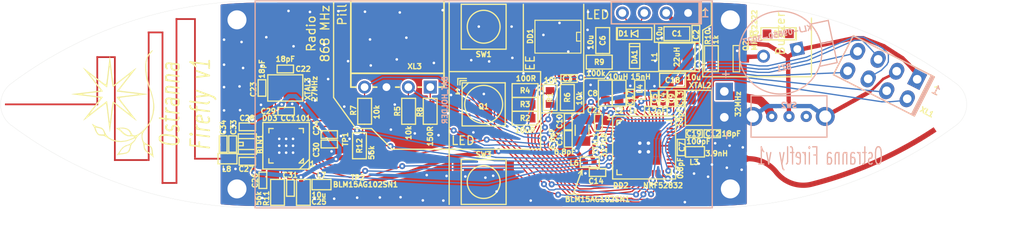
<source format=kicad_pcb>
(kicad_pcb (version 20191123) (host pcbnew "(5.99.0-446-g2a3d4ffe8)")
  (layers (0 "F.Cu" signal) (31 "B.Cu" signal) (36 "B.SilkS" user) (37 "F.SilkS" user) (38 "B.Mask" user) (39 "F.Mask" user) (44 "Edge.Cuts" user))
  (net 0 "")
  (net 1 "GND")
  (net 2 "Net-(ANT2-Pad1)")
  (net 3 "/BAT_IN")
  (net 4 "/RF1")
  (net 5 "/RF2")
  (net 6 "/RF3")
  (net 7 "/BuzzerOut")
  (net 8 "+BATT")
  (net 9 "/PWR_EE")
  (net 10 "Net-(C4-Pad2)")
  (net 11 "Net-(C5-Pad2)")
  (net 12 "+3v3")
  (net 13 "Net-(C7-Pad2)")
  (net 14 "/VDD_NRF")
  (net 15 "Net-(C10-Pad2)")
  (net 16 "Net-(C11-Pad2)")
  (net 17 "Net-(C12-Pad2)")
  (net 18 "Net-(C13-Pad2)")
  (net 19 "Net-(C17-Pad2)")
  (net 20 "Net-(C19-Pad2)")
  (net 21 "Net-(C21-Pad2)")
  (net 22 "Net-(C22-Pad1)")
  (net 23 "Net-(C23-Pad1)")
  (net 24 "Net-(C24-Pad2)")
  (net 25 "VCC")
  (net 26 "/Lout")
  (net 27 "/LED_EN")
  (net 28 "/NRF_EE_SDA")
  (net 29 "/NRF_EE_SCL")
  (net 30 "Net-(DD2-Pad47)")
  (net 31 "/CC_GDO2")
  (net 32 "/Buzzer")
  (net 33 "/P28")
  (net 34 "/P27")
  (net 35 "/BTN2")
  (net 36 "/BTN1")
  (net 37 "/NRF_SWDIO")
  (net 38 "/NRF_SWCLK")
  (net 39 "/NRF_NRST")
  (net 40 "/BLUE_LED")
  (net 41 "/GREEN_LED")
  (net 42 "/NRF_SWO")
  (net 43 "/RED_LED")
  (net 44 "/SCL_PILL")
  (net 45 "/SDA_PILL")
  (net 46 "/PWR_PILL")
  (net 47 "/CC_MOSI")
  (net 48 "/CC_MISO")
  (net 49 "/CC_SCK")
  (net 50 "/CC_CS")
  (net 51 "/CC_GDO0")
  (net 52 "/NRF_DBG_RX")
  (net 53 "/NRF_DBG_TX")
  (net 54 "Net-(DD3-Pad17)")
  (net 55 "Net-(L2-Pad2)")
  (net 56 "Net-(Q1-Pad4)")
  (net 57 "Net-(Q1-Pad5)")
  (net 58 "Net-(Q1-Pad6)")
  (net 59 "Net-(Q2-Pad1)")
  (net 60 "/PWR_PILL_PROT")
  (net 61 "/RF2400")
  (net 62 "Net-(DA1-Pad3)")
  (net 63 "Net-(DD2-Pad44)")
  (net 64 "Net-(DD2-Pad32)")
  (net 65 "Net-(DD2-Pad12)")
  (net 66 "Net-(DD2-Pad11)")
  (net 67 "Net-(SW2-Pad3)")
  (module "Diodes:SOD323" (layer "F.Cu") (at 184.15 83.82 180)
    (fp_text reference "D2" (at 2.8 0) (layer "F.SilkS") (effects (font (size 0.59944 0.59944) (thickness 0.14986))))
    (fp_text value "BAT54WS")
    (pad "C" smd rect (at -1.30048 0 180) (size 1.00076 1.00076) (layers "F.Cu" "F.Paste" "F.Mask") (net 8 "+BATT"))
    (pad "A" smd rect (at 1.30048 0 180) (size 1.00076 1.00076) (layers "F.Cu" "F.Paste" "F.Mask") (net 7 "/BuzzerOut"))
  )
  (module "QFN_DFN:QFN-48_EP_6x6_Pitch0.4mm" (layer "F.Cu") (at 168.6 97)
    (fp_text reference "DD2" (at -2.7 4.4) (layer "F.SilkS") (effects (font (size 0.6 0.6))))
    (fp_text value "NRF52832" (at 2.2 4.4) (layer "F.SilkS") (effects (font (size 0.6 0.6))))
    (fp_text user "1" (at -4.06 -3.5) (layer "F.SilkS") (effects (font (size 0.6 0.6))))
    (pad "PAD" smd rect (at 1.5 1.5) (size 1 1) (layers "F.Cu" "F.Paste" "F.Mask") (net 1 "GND"))
    (pad "PAD" smd rect (at 1.5 0.5) (size 1 1) (layers "F.Cu" "F.Paste" "F.Mask") (net 1 "GND"))
    (pad "PAD" smd rect (at 1.5 -0.5) (size 1 1) (layers "F.Cu" "F.Paste" "F.Mask") (net 1 "GND"))
    (pad "PAD" smd rect (at 1.5 -1.5) (size 1 1) (layers "F.Cu" "F.Paste" "F.Mask") (net 1 "GND"))
    (pad "PAD" smd rect (at 0.5 1.5) (size 1 1) (layers "F.Cu" "F.Paste" "F.Mask") (net 1 "GND"))
    (pad "PAD" thru_hole rect (at 0.5 0.5) (size 1 1) (drill 0.4) (layers *.Cu "F.Mask") (net 1 "GND"))
    (pad "PAD" thru_hole rect (at 0.5 -0.5) (size 1 1) (drill 0.4) (layers *.Cu "F.Mask") (net 1 "GND"))
    (pad "PAD" smd rect (at 0.5 -1.5) (size 1 1) (layers "F.Cu" "F.Paste" "F.Mask") (net 1 "GND"))
    (pad "PAD" smd rect (at -0.5 1.5) (size 1 1) (layers "F.Cu" "F.Paste" "F.Mask") (net 1 "GND"))
    (pad "PAD" thru_hole rect (at -0.5 0.5) (size 1 1) (drill 0.4) (layers *.Cu "F.Mask") (net 1 "GND"))
    (pad "PAD" thru_hole rect (at -0.5 -0.5) (size 1 1) (drill 0.4) (layers *.Cu "F.Mask") (net 1 "GND"))
    (pad "PAD" smd rect (at -0.5 -1.5) (size 1 1) (layers "F.Cu" "F.Paste" "F.Mask") (net 1 "GND"))
    (pad "PAD" smd rect (at -1.5 1.5) (size 1 1) (layers "F.Cu" "F.Paste" "F.Mask") (net 1 "GND"))
    (pad "PAD" smd rect (at -1.5 0.5) (size 1 1) (layers "F.Cu" "F.Paste" "F.Mask") (net 1 "GND"))
    (pad "PAD" smd rect (at -1.5 -0.5) (size 1 1) (layers "F.Cu" "F.Paste" "F.Mask") (net 1 "GND"))
    (pad "PAD" smd rect (at -1.5 -1.5) (size 1 1) (layers "F.Cu" "F.Paste" "F.Mask") (net 1 "GND"))
    (pad "48" smd oval (at -2.2 -3) (size 0.2 0.8) (layers "F.Cu" "F.Paste" "F.Mask") (net 14 "/VDD_NRF"))
    (pad "47" smd oval (at -1.8 -3) (size 0.2 0.8) (layers "F.Cu" "F.Paste" "F.Mask") (net 30 "Net-(DD2-Pad47)"))
    (pad "46" smd oval (at -1.4 -3) (size 0.2 0.8) (layers "F.Cu" "F.Paste" "F.Mask") (net 19 "Net-(C17-Pad2)"))
    (pad "45" smd oval (at -1 -3) (size 0.2 0.8) (layers "F.Cu" "F.Paste" "F.Mask") (net 1 "GND"))
    (pad "44" smd oval (at -0.6 -3) (size 0.2 0.8) (layers "F.Cu" "F.Paste" "F.Mask") (net 63 "Net-(DD2-Pad44)"))
    (pad "43" smd oval (at -0.2 -3) (size 0.2 0.8) (layers "F.Cu" "F.Paste" "F.Mask") (net 31 "/CC_GDO2"))
    (pad "42" smd oval (at 0.2 -3) (size 0.2 0.8) (layers "F.Cu" "F.Paste" "F.Mask") (net 32 "/Buzzer"))
    (pad "41" smd oval (at 0.6 -3) (size 0.2 0.8) (layers "F.Cu" "F.Paste" "F.Mask") (net 14 "/VDD_NRF"))
    (pad "40" smd oval (at 1 -3) (size 0.2 0.8) (layers "F.Cu" "F.Paste" "F.Mask") (net 33 "/P28"))
    (pad "39" smd oval (at 1.4 -3) (size 0.2 0.8) (layers "F.Cu" "F.Paste" "F.Mask") (net 34 "/P27"))
    (pad "38" smd oval (at 1.8 -3) (size 0.2 0.8) (layers "F.Cu" "F.Paste" "F.Mask") (net 11 "Net-(C5-Pad2)"))
    (pad "37" smd oval (at 2.2 -3) (size 0.2 0.8) (layers "F.Cu" "F.Paste" "F.Mask") (net 10 "Net-(C4-Pad2)"))
    (pad "36" smd oval (at 3 -2.2 90) (size 0.2 0.8) (layers "F.Cu" "F.Paste" "F.Mask") (net 14 "/VDD_NRF"))
    (pad "35" smd oval (at 3 -1.8 90) (size 0.2 0.8) (layers "F.Cu" "F.Paste" "F.Mask") (net 18 "Net-(C13-Pad2)"))
    (pad "34" smd oval (at 3 -1.4 90) (size 0.2 0.8) (layers "F.Cu" "F.Paste" "F.Mask") (net 17 "Net-(C12-Pad2)"))
    (pad "33" smd oval (at 3 -1 90) (size 0.2 0.8) (layers "F.Cu" "F.Paste" "F.Mask") (net 20 "Net-(C19-Pad2)"))
    (pad "32" smd oval (at 3 -0.6 90) (size 0.2 0.8) (layers "F.Cu" "F.Paste" "F.Mask") (net 64 "Net-(DD2-Pad32)"))
    (pad "31" smd oval (at 3 -0.2 90) (size 0.2 0.8) (layers "F.Cu" "F.Paste" "F.Mask") (net 1 "GND"))
    (pad "30" smd oval (at 3 0.2 90) (size 0.2 0.8) (layers "F.Cu" "F.Paste" "F.Mask") (net 13 "Net-(C7-Pad2)"))
    (pad "29" smd oval (at 3 0.6 90) (size 0.2 0.8) (layers "F.Cu" "F.Paste" "F.Mask") (net 35 "/BTN2"))
    (pad "28" smd oval (at 3 1 90) (size 0.2 0.8) (layers "F.Cu" "F.Paste" "F.Mask") (net 36 "/BTN1"))
    (pad "27" smd oval (at 3 1.4 90) (size 0.2 0.8) (layers "F.Cu" "F.Paste" "F.Mask") (net 27 "/LED_EN"))
    (pad "26" smd oval (at 3 1.8 90) (size 0.2 0.8) (layers "F.Cu" "F.Paste" "F.Mask") (net 37 "/NRF_SWDIO"))
    (pad "25" smd oval (at 3 2.2 90) (size 0.2 0.8) (layers "F.Cu" "F.Paste" "F.Mask") (net 38 "/NRF_SWCLK"))
    (pad "24" smd oval (at 2.2 3) (size 0.2 0.8) (layers "F.Cu" "F.Paste" "F.Mask") (net 39 "/NRF_NRST"))
    (pad "23" smd oval (at 1.8 3) (size 0.2 0.8) (layers "F.Cu" "F.Paste" "F.Mask") (net 40 "/BLUE_LED"))
    (pad "22" smd oval (at 1.4 3) (size 0.2 0.8) (layers "F.Cu" "F.Paste" "F.Mask") (net 41 "/GREEN_LED"))
    (pad "21" smd oval (at 1 3) (size 0.2 0.8) (layers "F.Cu" "F.Paste" "F.Mask") (net 42 "/NRF_SWO"))
    (pad "20" smd oval (at 0.6 3) (size 0.2 0.8) (layers "F.Cu" "F.Paste" "F.Mask") (net 43 "/RED_LED"))
    (pad "19" smd oval (at 0.2 3) (size 0.2 0.8) (layers "F.Cu" "F.Paste" "F.Mask") (net 9 "/PWR_EE"))
    (pad "18" smd oval (at -0.2 3) (size 0.2 0.8) (layers "F.Cu" "F.Paste" "F.Mask") (net 29 "/NRF_EE_SCL"))
    (pad "17" smd oval (at -0.6 3) (size 0.2 0.8) (layers "F.Cu" "F.Paste" "F.Mask") (net 28 "/NRF_EE_SDA"))
    (pad "16" smd oval (at -1 3) (size 0.2 0.8) (layers "F.Cu" "F.Paste" "F.Mask") (net 44 "/SCL_PILL"))
    (pad "15" smd oval (at -1.4 3) (size 0.2 0.8) (layers "F.Cu" "F.Paste" "F.Mask") (net 45 "/SDA_PILL"))
    (pad "14" smd oval (at -1.8 3) (size 0.2 0.8) (layers "F.Cu" "F.Paste" "F.Mask") (net 46 "/PWR_PILL"))
    (pad "13" smd oval (at -2.2 3) (size 0.2 0.8) (layers "F.Cu" "F.Paste" "F.Mask") (net 14 "/VDD_NRF"))
    (pad "12" smd oval (at -3 2.2 90) (size 0.2 0.8) (layers "F.Cu" "F.Paste" "F.Mask") (net 65 "Net-(DD2-Pad12)"))
    (pad "11" smd oval (at -3 1.8 90) (size 0.2 0.8) (layers "F.Cu" "F.Paste" "F.Mask") (net 66 "Net-(DD2-Pad11)"))
    (pad "10" smd oval (at -3 1.4 90) (size 0.2 0.8) (layers "F.Cu" "F.Paste" "F.Mask") (net 47 "/CC_MOSI"))
    (pad "9" smd oval (at -3 1 90) (size 0.2 0.8) (layers "F.Cu" "F.Paste" "F.Mask") (net 48 "/CC_MISO"))
    (pad "8" smd oval (at -3 0.6 90) (size 0.2 0.8) (layers "F.Cu" "F.Paste" "F.Mask") (net 49 "/CC_SCK"))
    (pad "7" smd oval (at -3 0.2 90) (size 0.2 0.8) (layers "F.Cu" "F.Paste" "F.Mask") (net 50 "/CC_CS"))
    (pad "6" smd oval (at -3 -0.2 90) (size 0.2 0.8) (layers "F.Cu" "F.Paste" "F.Mask") (net 51 "/CC_GDO0"))
    (pad "5" smd oval (at -3 -0.6 90) (size 0.2 0.8) (layers "F.Cu" "F.Paste" "F.Mask") (net 52 "/NRF_DBG_RX"))
    (pad "4" smd oval (at -3 -1 90) (size 0.2 0.8) (layers "F.Cu" "F.Paste" "F.Mask") (net 53 "/NRF_DBG_TX"))
    (pad "3" smd oval (at -3 -1.4 90) (size 0.2 0.8) (layers "F.Cu" "F.Paste" "F.Mask") (net 16 "Net-(C11-Pad2)"))
    (pad "2" smd oval (at -3 -1.8 90) (size 0.2 0.8) (layers "F.Cu" "F.Paste" "F.Mask") (net 15 "Net-(C10-Pad2)"))
    (pad "1" smd rect (at -3 -2.2 90) (size 0.2 0.8) (layers "F.Cu" "F.Paste" "F.Mask") (net 21 "Net-(C21-Pad2)"))
  )
  (module "Antennas:Firefly_868" (layer "F.Cu") (at 150 92 -90)
    (fp_text reference "ANT2" hide)
    (fp_text value "ANT_PCB_MONO_2PIN" hide)
    (fp_poly (pts (xy 0.10148 44.897703) (xy -0.10148 44.897703) (xy -0.10148 55.5) (xy 0.10148 55.5)) (layer "F.Cu") (width 0.001))
    (fp_poly (pts (xy -5.578028 44.897703) (xy 0.10148 44.897703) (xy 0.10148 44.694743) (xy -5.578028 44.694743)) (layer "F.Cu") (width 0.001))
    (fp_poly (pts (xy -5.578028 42.861078) (xy -5.375068 42.861078) (xy -5.375068 44.897703) (xy -5.578028 44.897703)) (layer "F.Cu") (width 0.001))
    (fp_poly (pts (xy 6.557174 42.861078) (xy -5.578028 42.861078) (xy -5.578028 42.658118) (xy 6.557174 42.658118)) (layer "F.Cu") (width 0.001))
    (fp_poly (pts (xy 6.557174 38.938685) (xy 6.354214 38.938685) (xy 6.354214 42.861078) (xy 6.557174 42.861078)) (layer "F.Cu") (width 0.001))
    (fp_poly (pts (xy -8.44294 38.938685) (xy 6.557174 38.938685) (xy 6.557174 38.735725) (xy -8.44294 38.735725)) (layer "F.Cu") (width 0.001))
    (fp_poly (pts (xy -8.44294 37.336608) (xy -8.23998 37.336608) (xy -8.23998 38.938685) (xy -8.44294 38.938685)) (layer "F.Cu") (width 0.001))
    (fp_poly (pts (xy 9.213169 37.336608) (xy -8.44294 37.336608) (xy -8.44294 37.133648) (xy 9.213169 37.133648)) (layer "F.Cu") (width 0.001))
    (fp_poly (pts (xy 9.213169 35.714921) (xy 9.010209 35.714921) (xy 9.010209 37.336608) (xy 9.213169 37.336608)) (layer "F.Cu") (width 0.001))
    (fp_poly (pts (xy -9.992827 35.714921) (xy 9.213169 35.714921) (xy 9.213169 35.511961) (xy -9.992827 35.511961)) (layer "F.Cu") (width 0.001))
    (fp_poly (pts (xy -9.992827 33.57442) (xy -9.789867 33.57442) (xy -9.789867 35.714921) (xy -9.992827 35.714921)) (layer "F.Cu") (width 0.001))
    (fp_poly (pts (xy 6.19852 33.57442) (xy -9.992827 33.57442) (xy -9.992827 33.37146) (xy 6.19852 33.37146)) (layer "F.Cu") (width 0.001))
    (pad "1" smd custom (at 6.3 30.81 270) (size 0.2 0.2) (layers "F.Cu") (net 2 "Net-(ANT2-Pad1)") (options (clearance outline) (anchor circle)) (primitives (gr_poly (pts (xy 0.10148 -0.11) (xy -0.10148 -0.11) (xy -0.10148 2.76442) (xy 0.10148 2.76442)) (width 0.001))))
  )
  (module "Antennas:Firefly_2400" (layer "F.Cu") (at 150 92 -90)
    (fp_text reference "ANT1" hide)
    (fp_text value "ANT_GENERAL" hide)
    (fp_line (start 6 -30.5) (end 6.6 -30.7) (layer "F.Cu") (width 0.001))
    (fp_line (start 3.152616 -52.504694) (end 2.650084 -52.16913) (layer "F.Cu") (width 0.001))
    (fp_line (start 5.995732 -30.703885) (end 6 -30.7) (layer "F.Cu") (width 0.001))
    (pad "1" smd custom (at 6.3 -30.63 270) (size 0.25 0.25) (layers "F.Cu") (net 61 "/RF2400") (options (clearance outline) (anchor circle)) (primitives (gr_poly (pts (xy -0.3 0.13) (xy 0.3 0.13) (xy 0.3 -0.07) (xy -0.3 -0.07)) (width 0.001)) (gr_poly (pts (xy -0.3 0.13) (xy 0.3 -0.07) (xy 0.300006 -0.076632) (xy 0.300023 -0.083264) (xy 0.300052 -0.089897) (xy 0.300093 -0.096529) (xy 0.300145 -0.103161) (xy 0.300208 -0.109793) (xy 0.300284 -0.116425) (xy 0.30037 -0.123056) (xy 0.300469 -0.129688) (xy 0.300579 -0.136319) (xy 0.3007 -0.14295) (xy 0.300833 -0.149581) (xy 0.300978 -0.156212) (xy 0.301134 -0.162842) (xy 0.301302 -0.169472) (xy 0.301482 -0.176102) (xy 0.301673 -0.182732) (xy 0.301875 -0.189361) (xy 0.302089 -0.19599) (xy 0.302315 -0.202618) (xy 0.302552 -0.209246) (xy 0.302801 -0.215874) (xy 0.303061 -0.222501) (xy 0.303333 -0.229127) (xy 0.303617 -0.235754) (xy 0.303912 -0.242379) (xy 0.304218 -0.249005) (xy 0.304537 -0.255629) (xy 0.304866 -0.262253) (xy 0.305208 -0.268877) (xy 0.305561 -0.275499) (xy 0.305925 -0.282122) (xy 0.306301 -0.288743) (xy 0.306689 -0.295364) (xy 0.307088 -0.301984) (xy 0.307498 -0.308604) (xy 0.307921 -0.315223) (xy 0.308354 -0.321841) (xy 0.3088 -0.328458) (xy 0.309257 -0.335075) (xy 0.309725 -0.34169) (xy 0.310205 -0.348305) (xy 0.310696 -0.354919) (xy 0.3112 -0.361532) (xy 0.311714 -0.368145) (xy 0.31224 -0.374756) (xy 0.312778 -0.381366) (xy 0.313327 -0.387976) (xy 0.313888 -0.394584) (xy 0.31446 -0.401192) (xy 0.315044 -0.407798) (xy 0.315639 -0.414404) (xy 0.316246 -0.421008) (xy 0.316865 -0.427612) (xy 0.317494 -0.434214) (xy 0.318136 -0.440815) (xy 0.318789 -0.447415) (xy 0.319453 -0.454014) (xy 0.320129 -0.460612) (xy 0.320817 -0.467208) (xy 0.321516 -0.473803) (xy 0.322226 -0.480398) (xy 0.322948 -0.48699) (xy 0.323682 -0.493582) (xy 0.324427 -0.500172) (xy 0.325183 -0.506761) (xy 0.325952 -0.513349) (xy 0.326731 -0.519935) (xy 0.327522 -0.52652) (xy 0.328325 -0.533104) (xy 0.329139 -0.539686) (xy 0.329964 -0.546266) (xy 0.330801 -0.552846) (xy 0.33165 -0.559423) (xy 0.33251 -0.566) (xy 0.333381 -0.572574) (xy 0.334264 -0.579148) (xy 0.335158 -0.585719) (xy 0.336064 -0.592289) (xy 0.336981 -0.598858) (xy 0.33791 -0.605425) (xy 0.33885 -0.61199) (xy 0.339802 -0.618554) (xy 0.340765 -0.625116) (xy 0.34174 -0.631676) (xy 0.342726 -0.638234) (xy 0.343723 -0.644791) (xy 0.344732 -0.651346) (xy 0.345753 -0.657899) (xy 0.346784 -0.664451) (xy 0.347828 -0.671001) (xy 0.348882 -0.677549) (xy 0.349948 -0.684095) (xy 0.351026 -0.690639) (xy 0.352115 -0.697181) (xy 0.353215 -0.703721) (xy 0.354327 -0.71026) (xy 0.35545 -0.716796) (xy 0.356585 -0.723331) (xy 0.357731 -0.729863) (xy 0.358888 -0.736394) (xy 0.360057 -0.742922) (xy 0.361237 -0.749448) (xy 0.362428 -0.755973) (xy 0.363631 -0.762495) (xy 0.364846 -0.769015) (xy 0.366071 -0.775533) (xy 0.367308 -0.782049) (xy 0.368557 -0.788563) (xy 0.369817 -0.795074) (xy 0.371088 -0.801583) (xy 0.37237 -0.808091) (xy 0.373664 -0.814595) (xy 0.37497 -0.821098) (xy 0.376286 -0.827598) (xy 0.377614 -0.834096) (xy 0.378953 -0.840592) (xy 0.380304 -0.847085) (xy 0.381666 -0.853576) (xy 0.383039 -0.860064) (xy 0.384424 -0.866551) (xy 0.38582 -0.873034) (xy 0.387227 -0.879515) (xy 0.388645 -0.885994) (xy 0.390075 -0.892471) (xy 0.391516 -0.898944) (xy 0.392969 -0.905416) (xy 0.394432 -0.911884) (xy 0.395907 -0.91835) (xy 0.397394 -0.924814) (xy 0.398891 -0.931275) (xy 0.4004 -0.937733) (xy 0.40192 -0.944189) (xy 0.403452 -0.950642) (xy 0.404994 -0.957092) (xy 0.406548 -0.96354) (xy 0.408113 -0.969985) (xy 0.40969 -0.976427) (xy 0.411277 -0.982867) (xy 0.412876 -0.989303) (xy 0.414486 -0.995737) (xy 0.416108 -1.002168) (xy 0.41774 -1.008596) (xy 0.419384 -1.015022) (xy 0.421039 -1.021444) (xy 0.422705 -1.027864) (xy 0.424383 -1.03428) (xy 0.426071 -1.040694) (xy 0.427771 -1.047105) (xy 0.429482 -1.053512) (xy 0.431204 -1.059917) (xy 0.432937 -1.066319) (xy 0.434682 -1.072718) (xy 0.436437 -1.079113) (xy 0.438204 -1.085506) (xy 0.439982 -1.091895) (xy 0.441771 -1.098282) (xy 0.443572 -1.104665) (xy 0.445383 -1.111045) (xy 0.447206 -1.117422) (xy 0.449039 -1.123796) (xy 0.450884 -1.130166) (xy 0.45274 -1.136533) (xy 0.454607 -1.142898) (xy 0.456485 -1.149258) (xy 0.458374 -1.155616) (xy 0.460275 -1.16197) (xy 0.462186 -1.168321) (xy 0.464108 -1.174668) (xy 0.466042 -1.181012) (xy 0.467987 -1.187353) (xy 0.469942 -1.193691) (xy 0.471909 -1.200025) (xy 0.473887 -1.206355) (xy 0.475876 -1.212682) (xy 0.477875 -1.219006) (xy 0.479886 -1.225326) (xy 0.481908 -1.231642) (xy 0.483941 -1.237955) (xy 0.485985 -1.244265) (xy 0.48804 -1.25057) (xy 0.490106 -1.256873) (xy 0.492183 -1.263171) (xy 0.494271 -1.269466) (xy 0.49637 -1.275758) (xy 0.49848 -1.282045) (xy 0.500601 -1.288329) (xy 0.502733 -1.29461) (xy 0.504876 -1.300886) (xy 0.507029 -1.307159) (xy 0.509194 -1.313428) (xy 0.51137 -1.319693) (xy 0.513556 -1.325955) (xy 0.515754 -1.332212) (xy 0.517962 -1.338466) (xy 0.520182 -1.344716) (xy 0.522412 -1.350962) (xy 0.524653 -1.357204) (xy 0.526905 -1.363442) (xy 0.529168 -1.369677) (xy 0.531442 -1.375907) (xy 0.533727 -1.382133) (xy 0.536022 -1.388355) (xy 0.538328 -1.394574) (xy 0.540646 -1.400788) (xy 0.542974 -1.406998) (xy 0.545313 -1.413204) (xy 0.547662 -1.419406) (xy 0.550023 -1.425604) (xy 0.552394 -1.431798) (xy 0.554777 -1.437988) (xy 0.55717 -1.444173) (xy 0.559573 -1.450355) (xy 0.561988 -1.456532) (xy 0.564413 -1.462705) (xy 0.566849 -1.468873) (xy 0.569296 -1.475038) (xy 0.571754 -1.481198) (xy 0.574222 -1.487354) (xy 0.576701 -1.493505) (xy 0.579191 -1.499652) (xy 0.581692 -1.505795) (xy 0.584203 -1.511933) (xy 0.586725 -1.518067) (xy 0.589258 -1.524197) (xy 0.591801 -1.530322) (xy 0.594355 -1.536443) (xy 0.59692 -1.542559) (xy 0.599495 -1.548671) (xy 0.602082 -1.554778) (xy 0.604678 -1.560881) (xy 0.607286 -1.566979) (xy 0.609904 -1.573073) (xy 0.612532 -1.579162) (xy 0.615172 -1.585246) (xy 0.617822 -1.591326) (xy 0.620482 -1.597402) (xy 0.623153 -1.603472) (xy 0.625835 -1.609538) (xy 0.628527 -1.615599) (xy 0.63123 -1.621656) (xy 0.633944 -1.627708) (xy 0.636668 -1.633755) (xy 0.639402 -1.639797) (xy 0.642147 -1.645834) (xy 0.644903 -1.651867) (xy 0.647669 -1.657895) (xy 0.650446 -1.663918) (xy 0.653233 -1.669936) (xy 0.65603 -1.675949) (xy 0.658839 -1.681958) (xy 0.661657 -1.687961) (xy 0.664486 -1.69396) (xy 0.667326 -1.699954) (xy 0.670176 -1.705942) (xy 0.673036 -1.711926) (xy 0.675907 -1.717905) (xy 0.678789 -1.723878) (xy 0.68168 -1.729847) (xy 0.684583 -1.73581) (xy 0.687495 -1.741769) (xy 0.690418 -1.747722) (xy 0.693352 -1.753671) (xy 0.696295 -1.759614) (xy 0.699249 -1.765552) (xy 0.702214 -1.771485) (xy 0.705189 -1.777412) (xy 0.708174 -1.783335) (xy 0.711169 -1.789252) (xy 0.714175 -1.795164) (xy 0.717191 -1.801071) (xy 0.720218 -1.806972) (xy 0.723255 -1.812868) (xy 0.726302 -1.818759) (xy 0.729359 -1.824645) (xy 0.732426 -1.830525) (xy 0.735504 -1.8364) (xy 0.738592 -1.842269) (xy 0.741691 -1.848133) (xy 0.744799 -1.853992) (xy 0.747918 -1.859845) (xy 0.751047 -1.865693) (xy 0.754186 -1.871535) (xy 0.757335 -1.877372) (xy 0.760495 -1.883203) (xy 0.763665 -1.889029) (xy 0.766845 -1.894849) (xy 0.770035 -1.900664) (xy 0.773235 -1.906473) (xy 0.776445 -1.912277) (xy 0.779666 -1.918074) (xy 0.782896 -1.923867) (xy 0.786137 -1.929653) (xy 0.789388 -1.935434) (xy 0.792648 -1.94121) (xy 0.795919 -1.946979) (xy 0.7992 -1.952743) (xy 0.802491 -1.958501) (xy 0.805792 -1.964253) (xy 0.809103 -1.97) (xy 0.812425 -1.975741) (xy 0.815756 -1.981476) (xy 0.819097 -1.987205) (xy 0.822448 -1.992928) (xy 0.825809 -1.998646) (xy 0.82918 -2.004357) (xy 0.832561 -2.010063) (xy 0.835952 -2.015763) (xy 0.839353 -2.021457) (xy 0.842764 -2.027145) (xy 0.846185 -2.032827) (xy 0.849616 -2.038503) (xy 0.853056 -2.044173) (xy 0.856507 -2.049837) (xy 0.859967 -2.055495) (xy 0.863438 -2.061146) (xy 0.866918 -2.066792) (xy 0.870408 -2.072432) (xy 0.873908 -2.078066) (xy 0.877417 -2.083693) (xy 0.880937 -2.089315) (xy 0.884466 -2.09493) (xy 0.888005 -2.100539) (xy 0.891554 -2.106142) (xy 0.895113 -2.111739) (xy 0.898681 -2.117329) (xy 0.902259 -2.122913) (xy 0.905847 -2.128491) (xy 0.909445 -2.134063) (xy 0.913052 -2.139628) (xy 0.916669 -2.145187) (xy 0.920296 -2.15074) (xy 0.923932 -2.156287) (xy 0.927578 -2.161827) (xy 0.931234 -2.167361) (xy 0.934899 -2.172888) (xy 0.938574 -2.178409) (xy 0.942259 -2.183923) (xy 0.945953 -2.189431) (xy 0.949657 -2.194933) (xy 0.953371 -2.200428) (xy 0.957094 -2.205917) (xy 0.960826 -2.211399) (xy 0.964569 -2.216875) (xy 0.96832 -2.222344) (xy 0.972082 -2.227806) (xy 0.975853 -2.233262) (xy 0.979633 -2.238712) (xy 0.983423 -2.244154) (xy 0.987222 -2.24959) (xy 0.991031 -2.25502) (xy 0.994849 -2.260443) (xy 0.998677 -2.265859) (xy 1.002514 -2.271268) (xy 1.006361 -2.276671) (xy 1.010217 -2.282067) (xy 1.014083 -2.287457) (xy 1.017957 -2.292839) (xy 1.021842 -2.298215) (xy 1.025735 -2.303584) (xy 1.029638 -2.308946) (xy 1.033551 -2.314302) (xy 1.037473 -2.31965) (xy 1.041404 -2.324992) (xy 1.045344 -2.330327) (xy 1.049294 -2.335655) (xy 1.053253 -2.340976) (xy 1.057221 -2.34629) (xy 1.061198 -2.351597) (xy 1.065185 -2.356897) (xy 1.069181 -2.36219) (xy 1.073186 -2.367477) (xy 1.077201 -2.372756) (xy 1.081224 -2.378028) (xy 1.085257 -2.383293) (xy 1.089299 -2.388552) (xy 1.093351 -2.393803) (xy 1.097411 -2.399047) (xy 1.10148 -2.404284) (xy 1.105559 -2.409514) (xy 1.109647 -2.414736) (xy 1.113744 -2.419952) (xy 1.11785 -2.42516) (xy 1.121965 -2.430362) (xy 1.126089 -2.435556) (xy 1.130222 -2.440742) (xy 1.134364 -2.445922) (xy 1.138516 -2.451094) (xy 1.142676 -2.45626) (xy 1.146845 -2.461417) (xy 1.151024 -2.466568) (xy 1.155211 -2.471711) (xy 1.159407 -2.476847) (xy 1.163612 -2.481976) (xy 1.167827 -2.487097) (xy 1.17205 -2.492211) (xy 1.176282 -2.497318) (xy 1.180523 -2.502417) (xy 1.184772 -2.507509) (xy 1.189031 -2.512593) (xy 1.193299 -2.51767) (xy 1.197575 -2.522739) (xy 1.20186 -2.527801) (xy 1.206154 -2.532856) (xy 1.210457 -2.537903) (xy 1.214769 -2.542942) (xy 1.21909 -2.547974) (xy 1.223419 -2.552998) (xy 1.227757 -2.558015) (xy 1.232104 -2.563024) (xy 1.236459 -2.568026) (xy 1.240823 -2.57302) (xy 1.245196 -2.578006) (xy 1.249578 -2.582985) (xy 1.253968 -2.587956) (xy 1.258367 -2.59292) (xy 1.262775 -2.597875) (xy 1.267191 -2.602823) (xy 1.271616 -2.607764) (xy 1.27605 -2.612696) (xy 1.280492 -2.617621) (xy 1.284943 -2.622538) (xy 1.289402 -2.627448) (xy 1.29387 -2.632349) (xy 1.298346 -2.637243) (xy 1.302831 -2.642129) (xy 1.307325 -2.647007) (xy 1.311827 -2.651877) (xy 1.316337 -2.656739) (xy 1.320856 -2.661594) (xy 1.325383 -2.66644) (xy 1.329919 -2.671279) (xy 1.334464 -2.67611) (xy 1.339016 -2.680933) (xy 1.343577 -2.685747) (xy 1.348147 -2.690554) (xy 1.352725 -2.695353) (xy 1.357311 -2.700144) (xy 1.361906 -2.704927) (xy 1.366509 -2.709702) (xy 1.37112 -2.714469) (xy 1.37574 -2.719227) (xy 1.380368 -2.723978) (xy 1.385004 -2.728721) (xy 1.389648 -2.733455) (xy 1.394301 -2.738182) (xy 1.398962 -2.7429) (xy 1.403631 -2.74761) (xy 1.408309 -2.752312) (xy 1.412994 -2.757006) (xy 1.417688 -2.761691) (xy 1.42239 -2.766369) (xy 1.4271 -2.771038) (xy 1.431818 -2.775699) (xy 1.436545 -2.780352) (xy 1.441279 -2.784996) (xy 1.446022 -2.789632) (xy 1.450773 -2.79426) (xy 1.455531 -2.79888) (xy 1.460298 -2.803491) (xy 1.465073 -2.808094) (xy 1.469856 -2.812689) (xy 1.474647 -2.817275) (xy 1.479446 -2.821853) (xy 1.484253 -2.826423) (xy 1.489067 -2.830984) (xy 1.49389 -2.835536) (xy 1.498721 -2.840081) (xy 1.50356 -2.844617) (xy 1.508406 -2.849144) (xy 1.513261 -2.853663) (xy 1.518123 -2.858173) (xy 1.522993 -2.862675) (xy 1.527871 -2.867169) (xy 1.532757 -2.871654) (xy 1.537651 -2.87613) (xy 1.542552 -2.880598) (xy 1.547462 -2.885057) (xy 1.552379 -2.889508) (xy 1.557304 -2.89395) (xy 1.562236 -2.898384) (xy 1.567177 -2.902809) (xy 1.572125 -2.907225) (xy 1.57708 -2.911633) (xy 1.582044 -2.916032) (xy 1.587015 -2.920422) (xy 1.591994 -2.924804) (xy 1.59698 -2.929177) (xy 1.601974 -2.933541) (xy 1.606976 -2.937896) (xy 1.611985 -2.942243) (xy 1.617002 -2.946581) (xy 1.622026 -2.95091) (xy 1.627058 -2.955231) (xy 1.632097 -2.959543) (xy 1.637144 -2.963846) (xy 1.642199 -2.96814) (xy 1.647261 -2.972425) (xy 1.65233 -2.976701) (xy 1.657407 -2.980969) (xy 1.662491 -2.985228) (xy 1.667583 -2.989477) (xy 1.672682 -2.993718) (xy 1.677789 -2.99795) (xy 1.682903 -3.002173) (xy 1.688024 -3.006388) (xy 1.693153 -3.010593) (xy 1.698289 -3.014789) (xy 1.703432 -3.018976) (xy 1.708583 -3.023155) (xy 1.71374 -3.027324) (xy 1.718906 -3.031484) (xy 1.724078 -3.035636) (xy 1.729258 -3.039778) (xy 1.734444 -3.043911) (xy 1.739638 -3.048035) (xy 1.74484 -3.05215) (xy 1.750714 -3.056789) (xy 1.756579 -3.061438) (xy 1.762437 -3.066097) (xy 1.768287 -3.070766) (xy 1.774128 -3.075446) (xy 1.779962 -3.080136) (xy 1.785787 -3.084836) (xy 1.791603 -3.089546) (xy 1.797412 -3.094266) (xy 1.803212 -3.098996) (xy 1.809005 -3.103737) (xy 1.814788 -3.108488) (xy 1.820564 -3.113248) (xy 1.826331 -3.118019) (xy 1.83209 -3.1228) (xy 1.83784 -3.127591) (xy 1.843583 -3.132392) (xy 1.849316 -3.137203) (xy 1.855042 -3.142023) (xy 1.860759 -3.146854) (xy 1.866467 -3.151695) (xy 1.872167 -3.156546) (xy 1.877859 -3.161407) (xy 1.883542 -3.166278) (xy 1.889216 -3.171158) (xy 1.894882 -3.176049) (xy 1.90054 -3.180949) (xy 1.906189 -3.185859) (xy 1.911829 -3.190779) (xy 1.917461 -3.195709) (xy 1.923084 -3.200649) (xy 1.928699 -3.205599) (xy 1.934304 -3.210558) (xy 1.939902 -3.215527) (xy 1.94549 -3.220506) (xy 1.95107 -3.225495) (xy 1.956641 -3.230493) (xy 1.962203 -3.235501) (xy 1.967757 -3.240519) (xy 1.973302 -3.245546) (xy 1.978838 -3.250584) (xy 1.984365 -3.25563) (xy 1.989884 -3.260687) (xy 1.995393 -3.265753) (xy 2.000894 -3.270828) (xy 2.006386 -3.275914) (xy 2.011869 -3.281009) (xy 2.017343 -3.286113) (xy 2.022808 -3.291227) (xy 2.028265 -3.29635) (xy 2.033712 -3.301483) (xy 2.03915 -3.306626) (xy 2.04458 -3.311778) (xy 2.05 -3.316939) (xy 2.055411 -3.32211) (xy 2.060814 -3.327291) (xy 2.066207 -3.33248) (xy 2.071591 -3.337679) (xy 2.076966 -3.342888) (xy 2.082332 -3.348106) (xy 2.087689 -3.353333) (xy 2.093037 -3.35857) (xy 2.098376 -3.363816) (xy 2.103705 -3.369071) (xy 2.109025 -3.374336) (xy 2.114336 -3.379609) (xy 2.119638 -3.384893) (xy 2.124931 -3.390185) (xy 2.130214 -3.395486) (xy 2.135489 -3.400797) (xy 2.140753 -3.406117) (xy 2.146009 -3.411446) (xy 2.151255 -3.416785) (xy 2.156492 -3.422132) (xy 2.16172 -3.427489) (xy 2.166938 -3.432854) (xy 2.172147 -3.438229) (xy 2.177346 -3.443613) (xy 2.182536 -3.449006) (xy 2.187717 -3.454408) (xy 2.192888 -3.459819) (xy 2.19805 -3.465239) (xy 2.203202 -3.470668) (xy 2.208345 -3.476106) (xy 2.213478 -3.481553) (xy 2.218602 -3.487009) (xy 2.223717 -3.492474) (xy 2.228821 -3.497948) (xy 2.233916 -3.503431) (xy 2.239002 -3.508922) (xy 2.244078 -3.514423) (xy 2.249144 -3.519932) (xy 2.254201 -3.52545) (xy 2.259248 -3.530977) (xy 2.264286 -3.536513) (xy 2.269313 -3.542058) (xy 2.274332 -3.547611) (xy 2.27934 -3.553173) (xy 2.284339 -3.558744) (xy 2.289328 -3.564323) (xy 2.294307 -3.569912) (xy 2.299276 -3.575509) (xy 2.304236 -3.581114) (xy 2.309186 -3.586728) (xy 2.314126 -3.592351) (xy 2.319056 -3.597983) (xy 2.323977 -3.603623) (xy 2.328887 -3.609271) (xy 2.333788 -3.614929) (xy 2.338679 -3.620594) (xy 2.34356 -3.626269) (xy 2.348431 -3.631951) (xy 2.353292 -3.637643) (xy 2.358143 -3.643342) (xy 2.362984 -3.649051) (xy 2.367815 -3.654767) (xy 2.372637 -3.660492) (xy 2.377448 -3.666226) (xy 2.382249 -3.671968) (xy 2.38704 -3.677718) (xy 2.391822 -3.683477) (xy 2.396593 -3.689244) (xy 2.401354 -3.695019) (xy 2.406105 -3.700802) (xy 2.410845 -3.706594) (xy 2.415576 -3.712394) (xy 2.420297 -3.718203) (xy 2.425007 -3.724019) (xy 2.429708 -3.729844) (xy 2.434398 -3.735677) (xy 2.439078 -3.741518) (xy 2.443747 -3.747367) (xy 2.448407 -3.753225) (xy 2.453056 -3.75909) (xy 2.457695 -3.764964) (xy 2.462324 -3.770846) (xy 2.466942 -3.776736) (xy 2.471551 -3.782634) (xy 2.476149 -3.78854) (xy 2.480736 -3.794454) (xy 2.485313 -3.800376) (xy 2.48988 -3.806305) (xy 2.494437 -3.812243) (xy 2.498983 -3.818189) (xy 2.503519 -3.824143) (xy 2.508044 -3.830105) (xy 2.512559 -3.836074) (xy 2.517064 -3.842052) (xy 2.521558 -3.848037) (xy 2.526042 -3.85403) (xy 2.530515 -3.860031) (xy 2.534978 -3.86604) (xy 2.53943 -3.872056) (xy 2.543872 -3.87808) (xy 2.548303 -3.884112) (xy 2.552724 -3.890152) (xy 2.557134 -3.8962) (xy 2.561533 -3.902255) (xy 2.565922 -3.908318) (xy 2.570301 -3.914388) (xy 2.574669 -3.920466) (xy 2.579026 -3.926552) (xy 2.583372 -3.932645) (xy 2.587708 -3.938746) (xy 2.592034 -3.944854) (xy 2.596348 -3.95097) (xy 2.600652 -3.957094) (xy 2.604945 -3.963225) (xy 2.609228 -3.969363) (xy 2.6135 -3.975509) (xy 2.617761 -3.981663) (xy 2.622011 -3.987823) (xy 2.626251 -3.993992) (xy 2.63048 -4.000167) (xy 2.634698 -4.00635) (xy 2.638905 -4.012541) (xy 2.643101 -4.018738) (xy 2.647287 -4.024943) (xy 2.651462 -4.031156) (xy 2.655625 -4.037375) (xy 2.659778 -4.043602) (xy 2.663921 -4.049836) (xy 2.668052 -4.056077) (xy 2.672172 -4.062326) (xy 2.676282 -4.068581) (xy 2.68038 -4.074844) (xy 2.684468 -4.081114) (xy 2.688544 -4.087391) (xy 2.69261 -4.093675) (xy 2.696665 -4.099967) (xy 2.700709 -4.106265) (xy 2.704741 -4.11257) (xy 2.708763 -4.118883) (xy 2.712774 -4.125202) (xy 2.716773 -4.131529) (xy 2.720762 -4.137862) (xy 2.72474 -4.144202) (xy 2.728706 -4.15055) (xy 2.732661 -4.156904) (xy 2.736606 -4.163265) (xy 2.740539 -4.169633) (xy 2.744461 -4.176008) (xy 2.748372 -4.182389) (xy 2.752272 -4.188778) (xy 2.75616 -4.195173) (xy 2.760038 -4.201575) (xy 2.763904 -4.207984) (xy 2.767759 -4.2144) (xy 2.771603 -4.220822) (xy 2.775436 -4.227251) (xy 2.779257 -4.233686) (xy 2.783067 -4.240129) (xy 2.786866 -4.246578) (xy 2.790654 -4.253033) (xy 2.794431 -4.259495) (xy 2.798196 -4.265964) (xy 2.80195 -4.272439) (xy 2.805692 -4.278921) (xy 2.809423 -4.28541) (xy 2.813143 -4.291904) (xy 2.816852 -4.298406) (xy 2.820549 -4.304914) (xy 2.824235 -4.311428) (xy 2.827909 -4.317949) (xy 2.831572 -4.324476) (xy 2.835224 -4.331009) (xy 2.838864 -4.337549) (xy 2.842493 -4.344095) (xy 2.846111 -4.350648) (xy 2.849717 -4.357206) (xy 2.853311 -4.363772) (xy 2.856894 -4.370343) (xy 2.860466 -4.37692) (xy 2.864026 -4.383504) (xy 2.867574 -4.390094) (xy 2.871112 -4.39669) (xy 2.874637 -4.403293) (xy 2.878151 -4.409901) (xy 2.881654 -4.416516) (xy 2.885145 -4.423137) (xy 2.888624 -4.429764) (xy 2.892092 -4.436396) (xy 2.895548 -4.443035) (xy 2.898993 -4.44968) (xy 2.902426 -4.456331) (xy 2.905847 -4.462988) (xy 2.909257 -4.469651) (xy 2.912655 -4.47632) (xy 2.916042 -4.482995) (xy 2.919417 -4.489675) (xy 2.92278 -4.496362) (xy 2.926131 -4.503054) (xy 2.929471 -4.509752) (xy 2.932799 -4.516456) (xy 2.936116 -4.523166) (xy 2.939421 -4.529882) (xy 2.942714 -4.536603) (xy 2.945995 -4.54333) (xy 2.949264 -4.550063) (xy 2.952522 -4.556802) (xy 2.955768 -4.563546) (xy 2.959003 -4.570296) (xy 2.962225 -4.577051) (xy 2.965436 -4.583812) (xy 2.968634 -4.590579) (xy 2.971821 -4.597351) (xy 2.974997 -4.604129) (xy 2.97816 -4.610913) (xy 2.981312 -4.617701) (xy 2.984451 -4.624496) (xy 2.987579 -4.631296) (xy 2.990695 -4.638101) (xy 2.993799 -4.644912) (xy 2.996891 -4.651728) (xy 2.999972 -4.658549) (xy 3.00304 -4.665376) (xy 3.006096 -4.672208) (xy 3.009141 -4.679046) (xy 3.012173 -4.685889) (xy 3.015194 -4.692737) (xy 3.018203 -4.69959) (xy 3.021199 -4.706449) (xy 3.024184 -4.713313) (xy 3.027157 -4.720182) (xy 3.030118 -4.727056) (xy 3.033066 -4.733935) (xy 3.036003 -4.74082) (xy 3.038928 -4.747709) (xy 3.04184 -4.754604) (xy 3.044741 -4.761504) (xy 3.04763 -4.768409) (xy 3.050506 -4.775319) (xy 3.053371 -4.782234) (xy 3.056223 -4.789154) (xy 3.059063 -4.796078) (xy 3.061892 -4.803008) (xy 3.064708 -4.809943) (xy 3.067512 -4.816882) (xy 3.070304 -4.823827) (xy 3.073084 -4.830776) (xy 3.075851 -4.837731) (xy 3.078607 -4.84469) (xy 3.08135 -4.851653) (xy 3.084081 -4.858622) (xy 3.0868 -4.865595) (xy 3.089507 -4.872573) (xy 3.092202 -4.879556) (xy 3.094884 -4.886544) (xy 3.097555 -4.893536) (xy 3.100213 -4.900533) (xy 3.102858 -4.907534) (xy 3.105492 -4.91454) (xy 3.108114 -4.921551) (xy 3.110723 -4.928566) (xy 3.11332 -4.935586) (xy 3.115904 -4.94261) (xy 3.118477 -4.949639) (xy 3.121037 -4.956672) (xy 3.123585 -4.96371) (xy 3.12612 -4.970752) (xy 3.128643 -4.977799) (xy 3.131154 -4.98485) (xy 3.133653 -4.991905) (xy 3.136139 -4.998965) (xy 3.138613 -5.006029) (xy 3.141075 -5.013097) (xy 3.143524 -5.02017) (xy 3.145961 -5.027246) (xy 3.148386 -5.034327) (xy 3.150798 -5.041413) (xy 3.153198 -5.048502) (xy 3.155586 -5.055596) (xy 3.157961 -5.062694) (xy 3.160324 -5.069796) (xy 3.162674 -5.076902) (xy 3.165012 -5.084012) (xy 3.167338 -5.091126) (xy 3.169651 -5.098245) (xy 3.171951 -5.105367) (xy 3.17424 -5.112493) (xy 3.176515 -5.119624) (xy 3.178779 -5.126758) (xy 3.18103 -5.133896) (xy 3.183268 -5.141038) (xy 3.185494 -5.148185) (xy 3.187708 -5.155334) (xy 3.189909 -5.162488) (xy 3.192097 -5.169646) (xy 3.194273 -5.176807) (xy 3.196437 -5.183972) (xy 3.198588 -5.191141) (xy 3.200726 -5.198314) (xy 3.202852 -5.205491) (xy 3.204966 -5.212671) (xy 3.207067 -5.219854) (xy 3.209155 -5.227042) (xy 3.211231 -5.234233) (xy 3.213294 -5.241428) (xy 3.215345 -5.248626) (xy 3.217383 -5.255828) (xy 3.219408 -5.263033) (xy 3.221421 -5.270242) (xy 3.223422 -5.277455) (xy 3.22541 -5.284671) (xy 3.227385 -5.29189) (xy 3.229348 -5.299113) (xy 3.231298 -5.306339) (xy 3.233235 -5.313569) (xy 3.23516 -5.320802) (xy 3.237072 -5.328038) (xy 3.238971 -5.335278) (xy 3.240858 -5.342521) (xy 3.242732 -5.349767) (xy 3.244594 -5.357016) (xy 3.246443 -5.364269) (xy 3.248279 -5.371525) (xy 3.250103 -5.378784) (xy 3.251914 -5.386047) (xy 3.253712 -5.393312) (xy 3.255498 -5.400581) (xy 3.25727 -5.407852) (xy 3.259031 -5.415127) (xy 3.260778 -5.422405) (xy 3.262513 -5.429686) (xy 3.264235 -5.43697) (xy 3.265944 -5.444257) (xy 3.267641 -5.451547) (xy 3.269325 -5.458839) (xy 3.270996 -5.466135) (xy 3.272654 -5.473434) (xy 3.2743 -5.480735) (xy 3.275933 -5.48804) (xy 3.277553 -5.495347) (xy 3.279161 -5.502657) (xy 3.280755 -5.50997) (xy 3.282337 -5.517286) (xy 3.283907 -5.524604) (xy 3.285463 -5.531925) (xy 3.287006 -5.539249) (xy 3.288537 -5.546575) (xy 3.290055 -5.553905) (xy 3.291561 -5.561236) (xy 3.293053 -5.568571) (xy 3.294533 -5.575908) (xy 3.295999 -5.583247) (xy 3.297453 -5.590589) (xy 3.298895 -5.597934) (xy 3.300323 -5.605281) (xy 3.301738 -5.612631) (xy 3.303141 -5.619983) (xy 3.304531 -5.627338) (xy 3.305908 -5.634695) (xy 3.307272 -5.642054) (xy 3.308624 -5.649416) (xy 3.309962 -5.65678) (xy 3.311288 -5.664146) (xy 3.312601 -5.671515) (xy 3.313901 -5.678886) (xy 3.315188 -5.686259) (xy 3.316462 -5.693634) (xy 3.317723 -5.701012) (xy 3.318971 -5.708392) (xy 3.320207 -5.715774) (xy 3.32143 -5.723158) (xy 3.322639 -5.730544) (xy 3.323836 -5.737933) (xy 3.32502 -5.745323) (xy 3.326191 -5.752716) (xy 3.32735 -5.76011) (xy 3.328495 -5.767507) (xy 3.329627 -5.774905) (xy 3.330747 -5.782306) (xy 3.331853 -5.789708) (xy 3.332947 -5.797113) (xy 3.334027 -5.804519) (xy 3.335095 -5.811927) (xy 3.33615 -5.819337) (xy 3.337192 -5.826749) (xy 3.338221 -5.834163) (xy 3.339237 -5.841578) (xy 3.34024 -5.848995) (xy 3.34123 -5.856414) (xy 3.342207 -5.863835) (xy 3.343171 -5.871257) (xy 3.344123 -5.878681) (xy 3.345061 -5.886107) (xy 3.345986 -5.893534) (xy 3.346899 -5.900963) (xy 3.347798 -5.908394) (xy 3.348685 -5.915826) (xy 3.349558 -5.923259) (xy 3.350419 -5.930694) (xy 3.351266 -5.938131) (xy 3.352101 -5.945569) (xy 3.352922 -5.953008) (xy 3.353731 -5.960449) (xy 3.354526 -5.967892) (xy 3.355309 -5.975335) (xy 3.356078 -5.98278) (xy 3.356835 -5.990227) (xy 3.357579 -5.997674) (xy 3.358309 -6.005123) (xy 3.359027 -6.012574) (xy 3.359731 -6.020025) (xy 3.360423 -6.027478) (xy 3.361102 -6.034932) (xy 3.361767 -6.042387) (xy 3.36242 -6.049843) (xy 3.363059 -6.0573) (xy 3.363686 -6.064759) (xy 3.364299 -6.072218) (xy 3.3649 -6.079679) (xy 3.365487 -6.087141) (xy 3.366062 -6.094603) (xy 3.366623 -6.102067) (xy 3.367171 -6.109531) (xy 3.367707 -6.116997) (xy 3.368229 -6.124463) (xy 3.368738 -6.131931) (xy 3.369235 -6.139399) (xy 3.369718 -6.146868) (xy 3.370188 -6.154338) (xy 3.370645 -6.161809) (xy 3.371089 -6.16928) (xy 3.37152 -6.176753) (xy 3.371938 -6.184226) (xy 3.372343 -6.191699) (xy 3.372735 -6.199174) (xy 3.373114 -6.206649) (xy 3.37348 -6.214125) (xy 3.373833 -6.221601) (xy 3.374173 -6.229078) (xy 3.374499 -6.236556) (xy 3.374813 -6.244034) (xy 3.375114 -6.251512) (xy 3.375401 -6.258992) (xy 3.375676 -6.266471) (xy 3.375937 -6.273951) (xy 3.376185 -6.281432) (xy 3.376421 -6.288913) (xy 3.376643 -6.296394) (xy 3.376852 -6.303876) (xy 3.377048 -6.311358) (xy 3.377231 -6.318841) (xy 3.377401 -6.326324) (xy 3.377558 -6.333807) (xy 3.377702 -6.34129) (xy 3.377833 -6.348774) (xy 3.377951 -6.356257) (xy 3.378056 -6.363741) (xy 3.378147 -6.371226) (xy 3.378226 -6.37871) (xy 3.378291 -6.386194) (xy 3.378344 -6.393679) (xy 3.378383 -6.401163) (xy 3.37841 -6.408648) (xy 3.378423 -6.416133) (xy 3.378423 -6.423617) (xy 3.37841 -6.431102) (xy 3.378384 -6.438587) (xy 3.378345 -6.446071) (xy 3.378293 -6.453556) (xy 3.378228 -6.46104) (xy 3.37815 -6.468525) (xy 3.378059 -6.476009) (xy 3.377955 -6.483493) (xy 3.377837 -6.490977) (xy 3.377707 -6.49846) (xy 3.377563 -6.505944) (xy 3.377407 -6.513427) (xy 3.377237 -6.520909) (xy 3.377055 -6.528392) (xy 3.376859 -6.535874) (xy 3.37665 -6.543356) (xy 3.376428 -6.550837) (xy 3.376193 -6.558318) (xy 3.375945 -6.565799) (xy 3.375684 -6.573279) (xy 3.37541 -6.580759) (xy 3.375123 -6.588238) (xy 3.374823 -6.595717) (xy 3.37451 -6.603195) (xy 3.374184 -6.610672) (xy 3.373844 -6.618149) (xy 3.373492 -6.625626) (xy 3.373127 -6.633102) (xy 3.372748 -6.640577) (xy 3.372357 -6.648051) (xy 3.371952 -6.655525) (xy 3.371535 -6.662998) (xy 3.371104 -6.67047) (xy 3.37066 -6.677942) (xy 3.370204 -6.685413) (xy 3.369734 -6.692883) (xy 3.369251 -6.700352) (xy 3.368755 -6.70782) (xy 3.368246 -6.715287) (xy 3.367724 -6.722754) (xy 3.367189 -6.73022) (xy 3.366642 -6.737684) (xy 3.366081 -6.745148) (xy 3.365507 -6.75261) (xy 3.36492 -6.760072) (xy 3.364319 -6.767533) (xy 3.363706 -6.774992) (xy 3.36308 -6.782451) (xy 3.362441 -6.789908) (xy 3.361789 -6.797364) (xy 3.361124 -6.80482) (xy 3.360446 -6.812273) (xy 3.359755 -6.819726) (xy 3.359051 -6.827178) (xy 3.358333 -6.834628) (xy 3.357603 -6.842077) (xy 3.35686 -6.849525) (xy 3.356104 -6.856971) (xy 3.355335 -6.864416) (xy 3.354553 -6.87186) (xy 3.353757 -6.879302) (xy 3.352949 -6.886743) (xy 3.352128 -6.894183) (xy 3.351294 -6.901621) (xy 3.350447 -6.909058) (xy 3.349587 -6.916493) (xy 3.348714 -6.923926) (xy 3.347828 -6.931358) (xy 3.346929 -6.938789) (xy 3.346017 -6.946218) (xy 3.345092 -6.953645) (xy 3.344154 -6.961071) (xy 3.343203 -6.968495) (xy 3.34224 -6.975917) (xy 3.341263 -6.983338) (xy 3.340273 -6.990757) (xy 3.339271 -6.998174) (xy 3.338255 -7.00559) (xy 3.337226 -7.013004) (xy 3.336185 -7.020415) (xy 3.335131 -7.027825) (xy 3.334063 -7.035234) (xy 3.332983 -7.04264) (xy 3.33189 -7.050045) (xy 3.330784 -7.057447) (xy 3.329665 -7.064848) (xy 3.328533 -7.072246) (xy 3.327388 -7.079643) (xy 3.32623 -7.087038) (xy 3.32506 -7.09443) (xy 3.323876 -7.101821) (xy 3.32268 -7.109209) (xy 3.32147 -7.116595) (xy 3.320248 -7.12398) (xy 3.319013 -7.131362) (xy 3.317765 -7.138742) (xy 3.316504 -7.14612) (xy 3.31523 -7.153495) (xy 3.313944 -7.160868) (xy 3.312644 -7.168239) (xy 3.311332 -7.175608) (xy 3.310007 -7.182975) (xy 3.308669 -7.190339) (xy 3.307318 -7.197701) (xy 3.305954 -7.20506) (xy 3.304577 -7.212417) (xy 3.303188 -7.219772) (xy 3.301786 -7.227124) (xy 3.30037 -7.234473) (xy 3.298942 -7.241821) (xy 3.297502 -7.249165) (xy 3.296048 -7.256508) (xy 3.294582 -7.263847) (xy 3.293103 -7.271184) (xy 3.291611 -7.278519) (xy 3.290106 -7.285851) (xy 3.288588 -7.29318) (xy 3.287058 -7.300507) (xy 3.285515 -7.307831) (xy 3.283959 -7.315152) (xy 3.28239 -7.32247) (xy 3.280808 -7.329786) (xy 3.279214 -7.337099) (xy 3.277607 -7.344409) (xy 3.275987 -7.351716) (xy 3.274355 -7.359021) (xy 3.27271 -7.366323) (xy 3.271052 -7.373621) (xy 3.269381 -7.380917) (xy 3.267697 -7.38821) (xy 3.266001 -7.3955) (xy 3.264292 -7.402787) (xy 3.262571 -7.410071) (xy 3.260836 -7.417352) (xy 3.259089 -7.42463) (xy 3.257329 -7.431905) (xy 3.255557 -7.439177) (xy 3.253772 -7.446445) (xy 3.251974 -7.453711) (xy 3.250163 -7.460973) (xy 3.24834 -7.468233) (xy 3.246504 -7.475489) (xy 3.22618 -7.554965) (xy 3.205716 -7.634405) (xy 3.185114 -7.71381) (xy 3.164374 -7.793178) (xy 3.143494 -7.87251) (xy 3.122477 -7.951806) (xy 3.101321 -8.031064) (xy 3.080027 -8.110286) (xy 3.058594 -8.18947) (xy 3.037024 -8.268617) (xy 3.015315 -8.347726) (xy 2.993468 -8.426798) (xy 2.971484 -8.50583) (xy 2.949361 -8.584825) (xy 2.927101 -8.66378) (xy 2.904702 -8.742697) (xy 2.882166 -8.821574) (xy 2.859493 -8.900412) (xy 2.836682 -8.979211) (xy 2.813733 -9.057969) (xy 2.790647 -9.136687) (xy 2.767424 -9.215365) (xy 2.744063 -9.294002) (xy 2.720565 -9.372598) (xy 2.69693 -9.451154) (xy 2.673158 -9.529667) (xy 2.649249 -9.608139) (xy 2.625203 -9.68657) (xy 2.60102 -9.764958) (xy 2.5767 -9.843304) (xy 2.552244 -9.921607) (xy 2.527651 -9.999868) (xy 2.502921 -10.078085) (xy 2.478055 -10.156259) (xy 2.453053 -10.23439) (xy 2.427914 -10.312477) (xy 2.402639 -10.39052) (xy 2.377228 -10.468518) (xy 2.351681 -10.546472) (xy 2.325997 -10.624382) (xy 2.300178 -10.702247) (xy 2.274223 -10.780066) (xy 2.248132 -10.85784) (xy 2.221906 -10.935568) (xy 2.195544 -11.013251) (xy 2.169046 -11.090887) (xy 2.142413 -11.168477) (xy 2.115644 -11.24602) (xy 2.08874 -11.323516) (xy 2.061701 -11.400966) (xy 2.034527 -11.478368) (xy 2.007218 -11.555722) (xy 1.979774 -11.633029) (xy 1.952194 -11.710288) (xy 1.924481 -11.787498) (xy 1.896632 -11.86466) (xy 1.868649 -11.941774) (xy 1.840531 -12.018838) (xy 1.812279 -12.095853) (xy 1.783892 -12.172819) (xy 1.755371 -12.249735) (xy 1.726716 -12.326601) (xy 1.697927 -12.403417) (xy 1.669004 -12.480183) (xy 1.639946 -12.556898) (xy 1.610755 -12.633562) (xy 1.58143 -12.710175) (xy 1.551972 -12.786737) (xy 1.52238 -12.863247) (xy 1.492654 -12.939706) (xy 1.462795 -13.016112) (xy 1.432803 -13.092467) (xy 1.402678 -13.168769) (xy 1.372419 -13.245018) (xy 1.342028 -13.321214) (xy 1.311503 -13.397357) (xy 1.280846 -13.473447) (xy 1.250055 -13.549483) (xy 1.219133 -13.625465) (xy 1.188077 -13.701393) (xy 1.156889 -13.777267) (xy 1.125569 -13.853086) (xy 1.094116 -13.928851) (xy 1.062532 -14.00456) (xy 1.030815 -14.080215) (xy 0.998966 -14.155813) (xy 0.966985 -14.231356) (xy 0.934873 -14.306843) (xy 0.902629 -14.382274) (xy 0.870253 -14.457649) (xy 0.837746 -14.532967) (xy 0.805107 -14.608228) (xy 0.772337 -14.683432) (xy 0.739436 -14.758579) (xy 0.706403 -14.833668) (xy 0.67324 -14.908699) (xy 0.639946 -14.983673) (xy 0.606521 -15.058588) (xy 0.572965 -15.133445) (xy 0.539279 -15.208243) (xy 0.505462 -15.282982) (xy 0.471515 -15.357662) (xy 0.437437 -15.432283) (xy 0.403229 -15.506844) (xy 0.368892 -15.581345) (xy 0.334424 -15.655786) (xy 0.299826 -15.730167) (xy 0.265099 -15.804488) (xy 0.230242 -15.878747) (xy 0.195255 -15.952946) (xy 0.160139 -16.027084) (xy 0.124894 -16.10116) (xy 0.089519 -16.175174) (xy 0.054015 -16.249127) (xy 0.018383 -16.323018) (xy -0.017379 -16.396846) (xy -0.05327 -16.470612) (xy -0.089289 -16.544315) (xy -0.125437 -16.617955) (xy -0.161713 -16.691532) (xy -0.198117 -16.765045) (xy -0.23465 -16.838495) (xy -0.271311 -16.911881) (xy -0.3081 -16.985203) (xy -0.345017 -17.05846) (xy -0.382062 -17.131653) (xy -0.419234 -17.204781) (xy -0.456534 -17.277845) (xy -0.493962 -17.350843) (xy -0.531516 -17.423775) (xy -0.569198 -17.496642) (xy -0.607008 -17.569443) (xy -0.644944 -17.642178) (xy -0.683007 -17.714846) (xy -0.721197 -17.787449) (xy -0.759513 -17.859984) (xy -0.797956 -17.932452) (xy -0.836526 -18.004853) (xy -0.875221 -18.077187) (xy -0.914043 -18.149453) (xy -0.952991 -18.221651) (xy -0.992065 -18.293781) (xy -1.031265 -18.365843) (xy -1.07059 -18.437836) (xy -1.110042 -18.509761) (xy -1.149618 -18.581616) (xy -1.18932 -18.653402) (xy -1.229147 -18.725119) (xy -1.269099 -18.796767) (xy -1.309177 -18.868344) (xy -1.349379 -18.939852) (xy -1.389706 -19.011289) (xy -1.430157 -19.082655) (xy -1.470733 -19.153951) (xy -1.511433 -19.225176) (xy -1.552258 -19.29633) (xy -1.593207 -19.367413) (xy -1.634279 -19.438424) (xy -1.675476 -19.509363) (xy -1.716796 -19.58023) (xy -1.75824 -19.651025) (xy -1.799808 -19.721747) (xy -1.841498 -19.792397) (xy -1.883312 -19.862974) (xy -1.92525 -19.933478) (xy -1.96731 -20.003908) (xy -2.009493 -20.074265) (xy -2.051799 -20.144549) (xy -2.094227 -20.214758) (xy -2.136778 -20.284893) (xy -2.179451 -20.354954) (xy -2.222246 -20.42494) (xy -2.265164 -20.494852) (xy -2.308203 -20.564688) (xy -2.351364 -20.634449) (xy -2.394647 -20.704135) (xy -2.438052 -20.773745) (xy -2.481578 -20.84328) (xy -2.525225 -20.912738) (xy -2.568993 -20.98212) (xy -2.612883 -21.051425) (xy -2.656893 -21.120654) (xy -2.701024 -21.189806) (xy -2.745276 -21.25888) (xy -2.789648 -21.327878) (xy -2.834141 -21.396797) (xy -2.878753 -21.465639) (xy -2.923486 -21.534403) (xy -2.968339 -21.603089) (xy -3.013312 -21.671697) (xy -3.058404 -21.740226) (xy -3.103616 -21.808676) (xy -3.147384 -21.874694) (xy -3.649916 -21.53913) (xy -3.605174 -21.471634) (xy -3.56055 -21.404059) (xy -3.516043 -21.336407) (xy -3.471655 -21.268678) (xy -3.427385 -21.200871) (xy -3.383234 -21.132987) (xy -3.339201 -21.065026) (xy -3.295287 -20.996988) (xy -3.251491 -20.928874) (xy -3.207815 -20.860683) (xy -3.164257 -20.792416) (xy -3.120819 -20.724074) (xy -3.0775 -20.655655) (xy -3.034301 -20.587161) (xy -2.991221 -20.518592) (xy -2.948261 -20.449948) (xy -2.905421 -20.381229) (xy -2.862701 -20.312435) (xy -2.820101 -20.243567) (xy -2.777621 -20.174624) (xy -2.735262 -20.105608) (xy -2.693023 -20.036517) (xy -2.650905 -19.967353) (xy -2.608907 -19.898116) (xy -2.567031 -19.828805) (xy -2.525275 -19.759422) (xy -2.483641 -19.689965) (xy -2.442128 -19.620437) (xy -2.400736 -19.550835) (xy -2.359466 -19.481162) (xy -2.318318 -19.411417) (xy -2.277291 -19.3416) (xy -2.236387 -19.271711) (xy -2.195604 -19.201751) (xy -2.154943 -19.13172) (xy -2.114405 -19.061619) (xy -2.073989 -18.991446) (xy -2.033696 -18.921203) (xy -1.993526 -18.85089) (xy -1.953478 -18.780507) (xy -1.913553 -18.710055) (xy -1.873751 -18.639532) (xy -1.834072 -18.56894) (xy -1.794517 -18.49828) (xy -1.755085 -18.42755) (xy -1.715776 -18.356751) (xy -1.676591 -18.285884) (xy -1.63753 -18.214949) (xy -1.598593 -18.143945) (xy -1.559779 -18.072874) (xy -1.52109 -18.001735) (xy -1.482525 -17.930529) (xy -1.444084 -17.859255) (xy -1.405768 -17.787915) (xy -1.367576 -17.716508) (xy -1.329509 -17.645034) (xy -1.291567 -17.573494) (xy -1.25375 -17.501888) (xy -1.216058 -17.430215) (xy -1.178491 -17.358478) (xy -1.141049 -17.286674) (xy -1.103732 -17.214806) (xy -1.066541 -17.142872) (xy -1.029476 -17.070874) (xy -0.992537 -16.998811) (xy -0.955723 -16.926684) (xy -0.919035 -16.854492) (xy -0.882473 -16.782237) (xy -0.846037 -16.709918) (xy -0.809728 -16.637536) (xy -0.773545 -16.56509) (xy -0.737489 -16.492581) (xy -0.701559 -16.420009) (xy -0.665756 -16.347375) (xy -0.630079 -16.274678) (xy -0.59453 -16.20192) (xy -0.559107 -16.129099) (xy -0.523812 -16.056217) (xy -0.488644 -15.983273) (xy -0.453604 -15.910267) (xy -0.418691 -15.837201) (xy -0.383905 -15.764074) (xy -0.349247 -15.690887) (xy -0.314717 -15.617639) (xy -0.280315 -15.54433) (xy -0.246041 -15.470962) (xy -0.211895 -15.397534) (xy -0.177877 -15.324047) (xy -0.143987 -15.250501) (xy -0.110226 -15.176895) (xy -0.076594 -15.103231) (xy -0.04309 -15.029508) (xy -0.009714 -14.955726) (xy 0.023532 -14.881887) (xy 0.05665 -14.807989) (xy 0.089638 -14.734034) (xy 0.122497 -14.660022) (xy 0.155228 -14.585952) (xy 0.187828 -14.511825) (xy 0.2203 -14.437641) (xy 0.252642 -14.363401) (xy 0.284854 -14.289105) (xy 0.316936 -14.214752) (xy 0.348889 -14.140344) (xy 0.380712 -14.065879) (xy 0.412405 -13.99136) (xy 0.443967 -13.916785) (xy 0.4754 -13.842155) (xy 0.506702 -13.767471) (xy 0.537874 -13.692732) (xy 0.568915 -13.617939) (xy 0.599826 -13.543091) (xy 0.630606 -13.46819) (xy 0.661255 -13.393235) (xy 0.691773 -13.318227) (xy 0.722161 -13.243166) (xy 0.752417 -13.168051) (xy 0.782542 -13.092884) (xy 0.812536 -13.017665) (xy 0.842399 -12.942393) (xy 0.87213 -12.86707) (xy 0.90173 -12.791694) (xy 0.931198 -12.716267) (xy 0.960534 -12.640789) (xy 0.989739 -12.56526) (xy 1.018812 -12.489679) (xy 1.047753 -12.414048) (xy 1.076561 -12.338367) (xy 1.105238 -12.262636) (xy 1.133782 -12.186854) (xy 1.162195 -12.111023) (xy 1.190474 -12.035143) (xy 1.218622 -11.959213) (xy 1.246636 -11.883234) (xy 1.274518 -11.807207) (xy 1.302268 -11.731131) (xy 1.329884 -11.655006) (xy 1.357368 -11.578834) (xy 1.384718 -11.502613) (xy 1.411936 -11.426345) (xy 1.43902 -11.35003) (xy 1.465971 -11.273667) (xy 1.492789 -11.197258) (xy 1.519473 -11.120802) (xy 1.546024 -11.044299) (xy 1.572442 -10.96775) (xy 1.598725 -10.891156) (xy 1.624875 -10.814515) (xy 1.650892 -10.737829) (xy 1.676774 -10.661098) (xy 1.702522 -10.584321) (xy 1.728136 -10.5075) (xy 1.753617 -10.430634) (xy 1.778963 -10.353724) (xy 1.804174 -10.276769) (xy 1.829252 -10.199771) (xy 1.854195 -10.122729) (xy 1.879003 -10.045644) (xy 1.903677 -9.968516) (xy 1.928216 -9.891344) (xy 1.952621 -9.81413) (xy 1.97689 -9.736874) (xy 2.001025 -9.659575) (xy 2.025025 -9.582234) (xy 2.04889 -9.504851) (xy 2.07262 -9.427427) (xy 2.096214 -9.349962) (xy 2.119674 -9.272455) (xy 2.142998 -9.194908) (xy 2.166186 -9.11732) (xy 2.189239 -9.039692) (xy 2.212157 -8.962023) (xy 2.234939 -8.884315) (xy 2.257586 -8.806567) (xy 2.280096 -8.72878) (xy 2.302471 -8.650953) (xy 2.32471 -8.573088) (xy 2.346813 -8.495184) (xy 2.36878 -8.417241) (xy 2.390611 -8.33926) (xy 2.412306 -8.261242) (xy 2.433865 -8.183185) (xy 2.455287 -8.105091) (xy 2.476573 -8.02696) (xy 2.497723 -7.948791) (xy 2.518736 -7.870586) (xy 2.539613 -7.792344) (xy 2.560353 -7.714066) (xy 2.580957 -7.635752) (xy 2.601423 -7.557402) (xy 2.621753 -7.479017) (xy 2.641946 -7.400596) (xy 2.66 -7.33) (xy 2.661583 -7.323768) (xy 2.663155 -7.317533) (xy 2.664716 -7.311295) (xy 2.666266 -7.305055) (xy 2.667805 -7.298812) (xy 2.669334 -7.292566) (xy 2.670851 -7.286317) (xy 2.672358 -7.280066) (xy 2.673853 -7.273813) (xy 2.675338 -7.267556) (xy 2.676812 -7.261297) (xy 2.678275 -7.255036) (xy 2.679727 -7.248772) (xy 2.681168 -7.242505) (xy 2.682598 -7.236236) (xy 2.684017 -7.229965) (xy 2.685425 -7.223691) (xy 2.686822 -7.217415) (xy 2.688208 -7.211136) (xy 2.689584 -7.204854) (xy 2.690948 -7.198571) (xy 2.692302 -7.192285) (xy 2.693644 -7.185996) (xy 2.694975 -7.179706) (xy 2.696296 -7.173413) (xy 2.697605 -7.167117) (xy 2.698904 -7.16082) (xy 2.700191 -7.15452) (xy 2.701468 -7.148218) (xy 2.702733 -7.141914) (xy 2.703988 -7.135607) (xy 2.705231 -7.129298) (xy 2.706464 -7.122987) (xy 2.707685 -7.116674) (xy 2.708895 -7.110359) (xy 2.710095 -7.104042) (xy 2.711283 -7.097723) (xy 2.71246 -7.091402) (xy 2.713627 -7.085078) (xy 2.714782 -7.078753) (xy 2.715926 -7.072425) (xy 2.717059 -7.066096) (xy 2.718182 -7.059764) (xy 2.719293 -7.053431) (xy 2.720393 -7.047096) (xy 2.721482 -7.040759) (xy 2.72256 -7.03442) (xy 2.723626 -7.028079) (xy 2.724682 -7.021736) (xy 2.725727 -7.015391) (xy 2.72676 -7.009045) (xy 2.727783 -7.002696) (xy 2.728794 -6.996346) (xy 2.729795 -6.989995) (xy 2.730784 -6.983641) (xy 2.731762 -6.977286) (xy 2.732729 -6.970929) (xy 2.733685 -6.96457) (xy 2.73463 -6.95821) (xy 2.735564 -6.951848) (xy 2.736487 -6.945485) (xy 2.737398 -6.93912) (xy 2.738299 -6.932753) (xy 2.739188 -6.926385) (xy 2.740066 -6.920015) (xy 2.740934 -6.913644) (xy 2.74179 -6.907271) (xy 2.742634 -6.900896) (xy 2.743468 -6.894521) (xy 2.744291 -6.888143) (xy 2.745102 -6.881765) (xy 2.745903 -6.875385) (xy 2.746692 -6.869003) (xy 2.74747 -6.86262) (xy 2.748237 -6.856236) (xy 2.748993 -6.849851) (xy 2.749737 -6.843464) (xy 2.750471 -6.837076) (xy 2.751193 -6.830687) (xy 2.751905 -6.824296) (xy 2.752605 -6.817904) (xy 2.753293 -6.811511) (xy 2.753971 -6.805117) (xy 2.754638 -6.798721) (xy 2.755293 -6.792325) (xy 2.755937 -6.785927) (xy 2.756571 -6.779528) (xy 2.757192 -6.773128) (xy 2.757803 -6.766727) (xy 2.758403 -6.760325) (xy 2.758991 -6.753922) (xy 2.759568 -6.747518) (xy 2.760134 -6.741113) (xy 2.760689 -6.734707) (xy 2.761233 -6.7283) (xy 2.761765 -6.721892) (xy 2.762287 -6.715483) (xy 2.762797 -6.709073) (xy 2.763296 -6.702663) (xy 2.763784 -6.696251) (xy 2.76426 -6.689839) (xy 2.764725 -6.683425) (xy 2.76518 -6.677011) (xy 2.765623 -6.670597) (xy 2.766054 -6.664181) (xy 2.766475 -6.657765) (xy 2.766884 -6.651348) (xy 2.767282 -6.64493) (xy 2.767669 -6.638512) (xy 2.768045 -6.632093) (xy 2.76841 -6.625673) (xy 2.768763 -6.619253) (xy 2.769105 -6.612832) (xy 2.769436 -6.60641) (xy 2.769756 -6.599988) (xy 2.770065 -6.593565) (xy 2.770362 -6.587142) (xy 2.770648 -6.580718) (xy 2.770923 -6.574294) (xy 2.771187 -6.56787) (xy 2.771439 -6.561444) (xy 2.77168 -6.555019) (xy 2.77191 -6.548593) (xy 2.772129 -6.542167) (xy 2.772337 -6.53574) (xy 2.772533 -6.529313) (xy 2.772718 -6.522885) (xy 2.772892 -6.516458) (xy 2.773055 -6.51003) (xy 2.773207 -6.503601) (xy 2.773347 -6.497173) (xy 2.773476 -6.490744) (xy 2.773594 -6.484315) (xy 2.7737 -6.477886) (xy 2.773796 -6.471457) (xy 2.77388 -6.465027) (xy 2.773953 -6.458598) (xy 2.774015 -6.452168) (xy 2.774065 -6.445738) (xy 2.774105 -6.439308) (xy 2.774133 -6.432878) (xy 2.77415 -6.426448) (xy 2.774155 -6.420018) (xy 2.77415 -6.413588) (xy 2.774133 -6.407158) (xy 2.774105 -6.400728) (xy 2.774066 -6.394298) (xy 2.774015 -6.387868) (xy 2.773953 -6.381438) (xy 2.773881 -6.375009) (xy 2.773796 -6.368579) (xy 2.773701 -6.36215) (xy 2.773594 -6.35572) (xy 2.773477 -6.349291) (xy 2.773348 -6.342863) (xy 2.773207 -6.336434) (xy 2.773056 -6.330006) (xy 2.772893 -6.323578) (xy 2.772719 -6.31715) (xy 2.772534 -6.310723) (xy 2.772338 -6.304296) (xy 2.77213 -6.297869) (xy 2.771912 -6.291443) (xy 2.771682 -6.285017) (xy 2.77144 -6.278591) (xy 2.771188 -6.272166) (xy 2.770924 -6.265741) (xy 2.77065 -6.259317) (xy 2.770363 -6.252894) (xy 2.770066 -6.24647) (xy 2.769758 -6.240048) (xy 2.769438 -6.233626) (xy 2.769107 -6.227204) (xy 2.768765 -6.220783) (xy 2.768412 -6.214363) (xy 2.768047 -6.207943) (xy 2.767672 -6.201524) (xy 2.767285 -6.195106) (xy 2.766887 -6.188688) (xy 2.766477 -6.182271) (xy 2.766057 -6.175854) (xy 2.765625 -6.169439) (xy 2.765182 -6.163024) (xy 2.764728 -6.15661) (xy 2.764263 -6.150197) (xy 2.763786 -6.143785) (xy 2.763299 -6.137373) (xy 2.7628 -6.130962) (xy 2.76229 -6.124552) (xy 2.761768 -6.118144) (xy 2.761236 -6.111736) (xy 2.760692 -6.105329) (xy 2.760137 -6.098922) (xy 2.759572 -6.092517) (xy 2.758994 -6.086113) (xy 2.758406 -6.07971) (xy 2.757807 -6.073308) (xy 2.757196 -6.066907) (xy 2.756574 -6.060507) (xy 2.755941 -6.054108) (xy 2.755297 -6.047711) (xy 2.754641 -6.041314) (xy 2.753975 -6.034919) (xy 2.753297 -6.028524) (xy 2.752608 -6.022131) (xy 2.751908 -6.015739) (xy 2.751197 -6.009349) (xy 2.750475 -6.00296) (xy 2.749742 -5.996571) (xy 2.748997 -5.990185) (xy 2.748241 -5.983799) (xy 2.747474 -5.977415) (xy 2.746696 -5.971032) (xy 2.745907 -5.964651) (xy 2.745107 -5.958271) (xy 2.744295 -5.951892) (xy 2.743473 -5.945515) (xy 2.742639 -5.939139) (xy 2.741794 -5.932765) (xy 2.740938 -5.926392) (xy 2.740071 -5.92002) (xy 2.739193 -5.913651) (xy 2.738304 -5.907282) (xy 2.737403 -5.900916) (xy 2.736492 -5.894551) (xy 2.735569 -5.888187) (xy 2.734635 -5.881825) (xy 2.733691 -5.875465) (xy 2.732735 -5.869106) (xy 2.731768 -5.862749) (xy 2.73079 -5.856394) (xy 2.7298 -5.850041) (xy 2.7288 -5.843689) (xy 2.727789 -5.837339) (xy 2.726766 -5.83099) (xy 2.725733 -5.824644) (xy 2.724688 -5.818299) (xy 2.723632 -5.811957) (xy 2.722565 -5.805616) (xy 2.721488 -5.799277) (xy 2.720399 -5.792939) (xy 2.719299 -5.786604) (xy 2.718188 -5.780271) (xy 2.717066 -5.773939) (xy 2.715933 -5.76761) (xy 2.714788 -5.761282) (xy 2.713633 -5.754957) (xy 2.712467 -5.748634) (xy 2.71129 -5.742312) (xy 2.710101 -5.735993) (xy 2.708902 -5.729676) (xy 2.707692 -5.723361) (xy 2.70647 -5.717048) (xy 2.705238 -5.710737) (xy 2.703995 -5.704428) (xy 2.70274 -5.698121) (xy 2.701475 -5.691817) (xy 2.700198 -5.685515) (xy 2.698911 -5.679215) (xy 2.697612 -5.672918) (xy 2.696303 -5.666622) (xy 2.694983 -5.660329) (xy 2.693651 -5.654039) (xy 2.692309 -5.64775) (xy 2.690956 -5.641464) (xy 2.689591 -5.63518) (xy 2.688216 -5.628899) (xy 2.68683 -5.62262) (xy 2.685433 -5.616344) (xy 2.684025 -5.61007) (xy 2.682606 -5.603798) (xy 2.681176 -5.597529) (xy 2.679735 -5.591263) (xy 2.678283 -5.584999) (xy 2.67682 -5.578737) (xy 2.675346 -5.572478) (xy 2.673862 -5.566222) (xy 2.672366 -5.559968) (xy 2.670859 -5.553717) (xy 2.669342 -5.547469) (xy 2.667814 -5.541223) (xy 2.666275 -5.53498) (xy 2.664724 -5.528739) (xy 2.663163 -5.522502) (xy 2.661592 -5.516267) (xy 2.660009 -5.510035) (xy 2.658415 -5.503805) (xy 2.656811 -5.497578) (xy 2.655195 -5.491355) (xy 2.653569 -5.485134) (xy 2.651932 -5.478915) (xy 2.650284 -5.4727) (xy 2.648625 -5.466488) (xy 2.646956 -5.460278) (xy 2.645275 -5.454072) (xy 2.643584 -5.447868) (xy 2.641882 -5.441667) (xy 2.640169 -5.43547) (xy 2.638445 -5.429275) (xy 2.636711 -5.423083) (xy 2.634965 -5.416894) (xy 2.633209 -5.410709) (xy 2.631442 -5.404526) (xy 2.629665 -5.398347) (xy 2.627876 -5.392171) (xy 2.626077 -5.385997) (xy 2.624267 -5.379827) (xy 2.622446 -5.37366) (xy 2.620614 -5.367497) (xy 2.618772 -5.361336) (xy 2.616919 -5.355179) (xy 2.615055 -5.349025) (xy 2.61318 -5.342874) (xy 2.611295 -5.336727) (xy 2.609399 -5.330583) (xy 2.607492 -5.324442) (xy 2.605575 -5.318304) (xy 2.603647 -5.31217) (xy 2.601708 -5.306039) (xy 2.599758 -5.299912) (xy 2.597798 -5.293788) (xy 2.595827 -5.287667) (xy 2.593845 -5.28155) (xy 2.591853 -5.275437) (xy 2.58985 -5.269327) (xy 2.587836 -5.26322) (xy 2.585812 -5.257117) (xy 2.583777 -5.251017) (xy 2.581732 -5.244921) (xy 2.579675 -5.238829) (xy 2.577609 -5.23274) (xy 2.575531 -5.226655) (xy 2.573443 -5.220573) (xy 2.571344 -5.214495) (xy 2.569235 -5.208421) (xy 2.567115 -5.20235) (xy 2.564985 -5.196284) (xy 2.562844 -5.190221) (xy 2.560692 -5.184161) (xy 2.55853 -5.178106) (xy 2.556357 -5.172054) (xy 2.554174 -5.166006) (xy 2.55198 -5.159961) (xy 2.549775 -5.153921) (xy 2.54756 -5.147885) (xy 2.545335 -5.141852) (xy 2.543099 -5.135823) (xy 2.540852 -5.129798) (xy 2.538595 -5.123777) (xy 2.536327 -5.11776) (xy 2.534049 -5.111747) (xy 2.531761 -5.105738) (xy 2.529462 -5.099733) (xy 2.527152 -5.093733) (xy 2.524832 -5.087736) (xy 2.522502 -5.081743) (xy 2.520161 -5.075754) (xy 2.517809 -5.069769) (xy 2.515448 -5.063789) (xy 2.513075 -5.057812) (xy 2.510693 -5.05184) (xy 2.508299 -5.045872) (xy 2.505896 -5.039908) (xy 2.503482 -5.033948) (xy 2.501058 -5.027992) (xy 2.498623 -5.022041) (xy 2.496178 -5.016094) (xy 2.493722 -5.010151) (xy 2.491257 -5.004213) (xy 2.48878 -4.998279) (xy 2.486294 -4.992349) (xy 2.483797 -4.986423) (xy 2.48129 -4.980502) (xy 2.478772 -4.974586) (xy 2.476244 -4.968673) (xy 2.473706 -4.962765) (xy 2.471158 -4.956862) (xy 2.468599 -4.950963) (xy 2.46603 -4.945068) (xy 2.46345 -4.939178) (xy 2.460861 -4.933293) (xy 2.458261 -4.927412) (xy 2.455651 -4.921535) (xy 2.45303 -4.915663) (xy 2.450399 -4.909796) (xy 2.447759 -4.903933) (xy 2.445107 -4.898075) (xy 2.442446 -4.892222) (xy 2.439774 -4.886373) (xy 2.437093 -4.880529) (xy 2.434401 -4.87469) (xy 2.431698 -4.868855) (xy 2.428986 -4.863025) (xy 2.426264 -4.8572) (xy 2.423531 -4.851379) (xy 2.420788 -4.845563) (xy 2.418035 -4.839752) (xy 2.415272 -4.833946) (xy 2.412499 -4.828145) (xy 2.409715 -4.822349) (xy 2.406922 -4.816557) (xy 2.404118 -4.81077) (xy 2.401305 -4.804989) (xy 2.398481 -4.799212) (xy 2.395647 -4.79344) (xy 2.392803 -4.787673) (xy 2.389949 -4.781911) (xy 2.387085 -4.776154) (xy 2.384211 -4.770402) (xy 2.381327 -4.764655) (xy 2.378433 -4.758913) (xy 2.375529 -4.753176) (xy 2.372614 -4.747444) (xy 2.36969 -4.741718) (xy 2.366756 -4.735996) (xy 2.363812 -4.73028) (xy 2.360858 -4.724568) (xy 2.357894 -4.718862) (xy 2.35492 -4.713161) (xy 2.351936 -4.707466) (xy 2.348942 -4.701775) (xy 2.345938 -4.69609) (xy 2.342924 -4.69041) (xy 2.339901 -4.684735) (xy 2.336867 -4.679065) (xy 2.333824 -4.673401) (xy 2.33077 -4.667742) (xy 2.327707 -4.662089) (xy 2.324634 -4.656441) (xy 2.321551 -4.650798) (xy 2.318458 -4.64516) (xy 2.315356 -4.639528) (xy 2.312243 -4.633902) (xy 2.309121 -4.628281) (xy 2.305989 -4.622665) (xy 2.302847 -4.617055) (xy 2.299696 -4.61145) (xy 2.296534 -4.605851) (xy 2.293363 -4.600257) (xy 2.290182 -4.594669) (xy 2.286992 -4.589086) (xy 2.283791 -4.583509) (xy 2.280581 -4.577938) (xy 2.277361 -4.572372) (xy 2.274132 -4.566812) (xy 2.270892 -4.561257) (xy 2.267643 -4.555708) (xy 2.264385 -4.550165) (xy 2.261116 -4.544628) (xy 2.257838 -4.539096) (xy 2.254551 -4.53357) (xy 2.251253 -4.52805) (xy 2.247947 -4.522535) (xy 2.24463 -4.517026) (xy 2.241304 -4.511523) (xy 2.237968 -4.506026) (xy 2.234623 -4.500535) (xy 2.231268 -4.495049) (xy 2.227904 -4.48957) (xy 2.22453 -4.484096) (xy 2.221146 -4.478628) (xy 2.217753 -4.473166) (xy 2.21435 -4.46771) (xy 2.210938 -4.46226) (xy 2.207517 -4.456816) (xy 2.204085 -4.451378) (xy 2.200645 -4.445946) (xy 2.197195 -4.44052) (xy 2.193735 -4.4351) (xy 2.190266 -4.429686) (xy 2.186788 -4.424278) (xy 2.1833 -4.418876) (xy 2.179802 -4.41348) (xy 2.176296 -4.408091) (xy 2.172779 -4.402707) (xy 2.169254 -4.39733) (xy 2.165719 -4.391958) (xy 2.162175 -4.386593) (xy 2.158621 -4.381234) (xy 2.155058 -4.375882) (xy 2.151486 -4.370535) (xy 2.147904 -4.365195) (xy 2.144313 -4.359861) (xy 2.140713 -4.354534) (xy 2.137103 -4.349212) (xy 2.133484 -4.343897) (xy 2.129856 -4.338589) (xy 2.126219 -4.333286) (xy 2.122572 -4.32799) (xy 2.118916 -4.322701) (xy 2.115251 -4.317417) (xy 2.111577 -4.31214) (xy 2.107894 -4.30687) (xy 2.104201 -4.301606) (xy 2.100499 -4.296348) (xy 2.096788 -4.291097) (xy 2.093068 -4.285853) (xy 2.089338 -4.280615) (xy 2.0856 -4.275383) (xy 2.081852 -4.270158) (xy 2.078095 -4.26494) (xy 2.07433 -4.259728) (xy 2.070555 -4.254522) (xy 2.066771 -4.249324) (xy 2.062978 -4.244131) (xy 2.059175 -4.238946) (xy 2.055364 -4.233767) (xy 2.051544 -4.228595) (xy 2.047715 -4.223429) (xy 2.043877 -4.21827) (xy 2.040029 -4.213118) (xy 2.036173 -4.207973) (xy 2.032308 -4.202834) (xy 2.028434 -4.197702) (xy 2.024551 -4.192577) (xy 2.020659 -4.187459) (xy 2.016758 -4.182347) (xy 2.012848 -4.177243) (xy 2.008929 -4.172145) (xy 2.005001 -4.167054) (xy 2.001065 -4.161969) (xy 1.997119 -4.156892) (xy 1.993165 -4.151822) (xy 1.989202 -4.146758) (xy 1.98523 -4.141701) (xy 1.981249 -4.136652) (xy 1.977259 -4.131609) (xy 1.973261 -4.126573) (xy 1.969254 -4.121545) (xy 1.965238 -4.116523) (xy 1.961213 -4.111508) (xy 1.95718 -4.1065) (xy 1.953138 -4.1015) (xy 1.949087 -4.096506) (xy 1.945027 -4.09152) (xy 1.940959 -4.08654) (xy 1.936882 -4.081568) (xy 1.932796 -4.076603) (xy 1.928702 -4.071645) (xy 1.924599 -4.066694) (xy 1.920487 -4.06175) (xy 1.916367 -4.056814) (xy 1.912238 -4.051884) (xy 1.908101 -4.046962) (xy 1.903955 -4.042047) (xy 1.8998 -4.03714) (xy 1.895637 -4.032239) (xy 1.891465 -4.027346) (xy 1.887285 -4.02246) (xy 1.883096 -4.017582) (xy 1.878899 -4.012711) (xy 1.874693 -4.007847) (xy 1.870479 -4.00299) (xy 1.866256 -3.998141) (xy 1.862025 -3.993299) (xy 1.857785 -3.988465) (xy 1.853537 -3.983638) (xy 1.849281 -3.978818) (xy 1.845016 -3.974006) (xy 1.840743 -3.969201) (xy 1.836461 -3.964404) (xy 1.832171 -3.959614) (xy 1.827873 -3.954832) (xy 1.823566 -3.950057) (xy 1.819251 -3.94529) (xy 1.814928 -3.940531) (xy 1.810596 -3.935778) (xy 1.806256 -3.931034) (xy 1.801908 -3.926297) (xy 1.797552 -3.921568) (xy 1.793187 -3.916846) (xy 1.788814 -3.912132) (xy 1.784433 -3.907425) (xy 1.780043 -3.902726) (xy 1.775646 -3.898035) (xy 1.77124 -3.893352) (xy 1.766826 -3.888676) (xy 1.762404 -3.884008) (xy 1.757974 -3.879347) (xy 1.753536 -3.874695) (xy 1.749089 -3.87005) (xy 1.744635 -3.865413) (xy 1.740172 -3.860784) (xy 1.735701 -3.856162) (xy 1.731222 -3.851548) (xy 1.726736 -3.846942) (xy 1.722241 -3.842344) (xy 1.717738 -3.837754) (xy 1.713227 -3.833172) (xy 1.708708 -3.828597) (xy 1.704181 -3.824031) (xy 1.699647 -3.819472) (xy 1.695104 -3.814921) (xy 1.690553 -3.810379) (xy 1.685994 -3.805844) (xy 1.681428 -3.801317) (xy 1.676854 -3.796798) (xy 1.672271 -3.792287) (xy 1.667681 -3.787784) (xy 1.663083 -3.783289) (xy 1.658477 -3.778802) (xy 1.653864 -3.774324) (xy 1.649242 -3.769853) (xy 1.644613 -3.76539) (xy 1.639976 -3.760936) (xy 1.635331 -3.756489) (xy 1.630678 -3.752051) (xy 1.626018 -3.74762) (xy 1.62135 -3.743198) (xy 1.616674 -3.738784) (xy 1.611991 -3.734379) (xy 1.6073 -3.729981) (xy 1.602601 -3.725592) (xy 1.597894 -3.72121) (xy 1.59318 -3.716837) (xy 1.588459 -3.712473) (xy 1.583729 -3.708116) (xy 1.578992 -3.703768) (xy 1.574248 -3.699428) (xy 1.569496 -3.695096) (xy 1.564736 -3.690773) (xy 1.559969 -3.686458) (xy 1.555194 -3.682151) (xy 1.550412 -3.677853) (xy 1.545622 -3.673563) (xy 1.540825 -3.669281) (xy 1.536021 -3.665008) (xy 1.531208 -3.660743) (xy 1.526389 -3.656486) (xy 1.521562 -3.652238) (xy 1.516728 -3.647998) (xy 1.511886 -3.643767) (xy 1.507037 -3.639544) (xy 1.50218 -3.63533) (xy 1.497316 -3.631124) (xy 1.492445 -3.626927) (xy 1.487567 -3.622738) (xy 1.482681 -3.618558) (xy 1.477788 -3.614386) (xy 1.472888 -3.610223) (xy 1.46798 -3.606068) (xy 1.463065 -3.601922) (xy 1.458143 -3.597785) (xy 1.453214 -3.593656) (xy 1.448277 -3.589536) (xy 1.443334 -3.585424) (xy 1.438383 -3.581321) (xy 1.433425 -3.577227) (xy 1.42846 -3.573141) (xy 1.423487 -3.569064) (xy 1.418508 -3.564995) (xy 1.413521 -3.560936) (xy 1.408528 -3.556885) (xy 1.403527 -3.552843) (xy 1.39852 -3.548809) (xy 1.393505 -3.544784) (xy 1.388483 -3.540768) (xy 1.383455 -3.536761) (xy 1.378419 -3.532763) (xy 1.373376 -3.528773) (xy 1.367344 -3.524009) (xy 1.361319 -3.519234) (xy 1.355304 -3.514449) (xy 1.349296 -3.509654) (xy 1.343297 -3.504847) (xy 1.337306 -3.500031) (xy 1.331324 -3.495204) (xy 1.32535 -3.490366) (xy 1.319385 -3.485518) (xy 1.313428 -3.48066) (xy 1.307479 -3.475791) (xy 1.301539 -3.470912) (xy 1.295608 -3.466023) (xy 1.289685 -3.461123) (xy 1.28377 -3.456213) (xy 1.277865 -3.451293) (xy 1.271967 -3.446362) (xy 1.266079 -3.441421) (xy 1.260199 -3.43647) (xy 1.254328 -3.431508) (xy 1.248465 -3.426537) (xy 1.242611 -3.421555) (xy 1.236766 -3.416562) (xy 1.23093 -3.41156) (xy 1.225102 -3.406547) (xy 1.219283 -3.401525) (xy 1.213473 -3.396492) (xy 1.207671 -3.391449) (xy 1.201879 -3.386396) (xy 1.196095 -3.381332) (xy 1.19032 -3.376259) (xy 1.184554 -3.371176) (xy 1.178797 -3.366082) (xy 1.173048 -3.360979) (xy 1.167309 -3.355865) (xy 1.161578 -3.350742) (xy 1.155857 -3.345608) (xy 1.150144 -3.340465) (xy 1.144441 -3.335311) (xy 1.138746 -3.330148) (xy 1.133061 -3.324975) (xy 1.127384 -3.319791) (xy 1.121717 -3.314598) (xy 1.116059 -3.309395) (xy 1.110409 -3.304182) (xy 1.104769 -3.29896) (xy 1.099138 -3.293727) (xy 1.093516 -3.288485) (xy 1.087903 -3.283232) (xy 1.0823 -3.27797) (xy 1.076706 -3.272699) (xy 1.07112 -3.267417) (xy 1.065544 -3.262126) (xy 1.059978 -3.256825) (xy 1.05442 -3.251514) (xy 1.048872 -3.246194) (xy 1.043333 -3.240864) (xy 1.037804 -3.235524) (xy 1.032284 -3.230175) (xy 1.026773 -3.224816) (xy 1.021271 -3.219447) (xy 1.015779 -3.214069) (xy 1.010296 -3.208681) (xy 1.004823 -3.203284) (xy 0.999359 -3.197877) (xy 0.993905 -3.192461) (xy 0.98846 -3.187035) (xy 0.983024 -3.181599) (xy 0.977598 -3.176154) (xy 0.972182 -3.1707) (xy 0.966775 -3.165236) (xy 0.961377 -3.159763) (xy 0.955989 -3.15428) (xy 0.950611 -3.148788) (xy 0.945242 -3.143287) (xy 0.939883 -3.137776) (xy 0.934534 -3.132256) (xy 0.929194 -3.126727) (xy 0.923864 -3.121188) (xy 0.918543 -3.11564) (xy 0.913233 -3.110083) (xy 0.907931 -3.104516) (xy 0.90264 -3.09894) (xy 0.897358 -3.093355) (xy 0.892087 -3.087761) (xy 0.886824 -3.082157) (xy 0.881572 -3.076545) (xy 0.87633 -3.070923) (xy 0.871097 -3.065292) (xy 0.865874 -3.059652) (xy 0.860661 -3.054003) (xy 0.855458 -3.048344) (xy 0.850265 -3.042677) (xy 0.845081 -3.037001) (xy 0.839908 -3.031315) (xy 0.834744 -3.025621) (xy 0.829591 -3.019917) (xy 0.824447 -3.014205) (xy 0.819314 -3.008484) (xy 0.81419 -3.002753) (xy 0.809076 -2.997014) (xy 0.803973 -2.991266) (xy 0.798879 -2.985509) (xy 0.793796 -2.979743) (xy 0.788722 -2.973968) (xy 0.783659 -2.968184) (xy 0.778606 -2.962392) (xy 0.773563 -2.95659) (xy 0.76853 -2.95078) (xy 0.763507 -2.944961) (xy 0.758494 -2.939134) (xy 0.753492 -2.933297) (xy 0.748499 -2.927452) (xy 0.743517 -2.921598) (xy 0.738546 -2.915736) (xy 0.733584 -2.909865) (xy 0.728633 -2.903985) (xy 0.723691 -2.898096) (xy 0.718761 -2.892199) (xy 0.71384 -2.886294) (xy 0.70893 -2.880379) (xy 0.70403 -2.874457) (xy 0.699141 -2.868525) (xy 0.694261 -2.862585) (xy 0.689393 -2.856637) (xy 0.684534 -2.85068) (xy 0.679686 -2.844715) (xy 0.674849 -2.838741) (xy 0.670021 -2.832759) (xy 0.665205 -2.826768) (xy 0.660398 -2.820769) (xy 0.655603 -2.814762) (xy 0.650817 -2.808746) (xy 0.646043 -2.802722) (xy 0.641278 -2.796689) (xy 0.636525 -2.790648) (xy 0.631782 -2.784599) (xy 0.627049 -2.778542) (xy 0.622327 -2.772477) (xy 0.617616 -2.766403) (xy 0.612915 -2.760321) (xy 0.608225 -2.75423) (xy 0.603545 -2.748132) (xy 0.598876 -2.742026) (xy 0.594218 -2.735911) (xy 0.58957 -2.729788) (xy 0.584934 -2.723657) (xy 0.580307 -2.717518) (xy 0.575692 -2.711371) (xy 0.571087 -2.705216) (xy 0.566493 -2.699053) (xy 0.56191 -2.692882) (xy 0.557338 -2.686703) (xy 0.552776 -2.680516) (xy 0.548225 -2.674321) (xy 0.543685 -2.668118) (xy 0.539156 -2.661907) (xy 0.534638 -2.655688) (xy 0.53013 -2.649461) (xy 0.525634 -2.643227) (xy 0.521148 -2.636984) (xy 0.516673 -2.630734) (xy 0.51221 -2.624476) (xy 0.507757 -2.61821) (xy 0.503315 -2.611937) (xy 0.498884 -2.605656) (xy 0.494464 -2.599367) (xy 0.490054 -2.59307) (xy 0.485656 -2.586766) (xy 0.481269 -2.580453) (xy 0.476893 -2.574134) (xy 0.472528 -2.567806) (xy 0.468174 -2.561472) (xy 0.463831 -2.555129) (xy 0.4595 -2.548779) (xy 0.455179 -2.542421) (xy 0.450869 -2.536056) (xy 0.446571 -2.529683) (xy 0.442283 -2.523303) (xy 0.438007 -2.516916) (xy 0.433742 -2.51052) (xy 0.429488 -2.504118) (xy 0.425245 -2.497708) (xy 0.421014 -2.491291) (xy 0.416793 -2.484866) (xy 0.412584 -2.478434) (xy 0.408386 -2.471994) (xy 0.4042 -2.465548) (xy 0.400024 -2.459094) (xy 0.39586 -2.452632) (xy 0.391707 -2.446164) (xy 0.387566 -2.439688) (xy 0.383436 -2.433205) (xy 0.379317 -2.426715) (xy 0.375209 -2.420217) (xy 0.371113 -2.413713) (xy 0.367028 -2.407201) (xy 0.362954 -2.400682) (xy 0.358892 -2.394156) (xy 0.354842 -2.387623) (xy 0.350802 -2.381083) (xy 0.346774 -2.374536) (xy 0.342758 -2.367982) (xy 0.338753 -2.361421) (xy 0.334759 -2.354853) (xy 0.330777 -2.348278) (xy 0.326807 -2.341696) (xy 0.322848 -2.335107) (xy 0.3189 -2.328511) (xy 0.314964 -2.321908) (xy 0.311039 -2.315299) (xy 0.307126 -2.308682) (xy 0.303225 -2.302059) (xy 0.299335 -2.295429) (xy 0.295457 -2.288792) (xy 0.29159 -2.282149) (xy 0.287735 -2.275498) (xy 0.283891 -2.268841) (xy 0.280059 -2.262178) (xy 0.276239 -2.255507) (xy 0.272431 -2.24883) (xy 0.268634 -2.242147) (xy 0.264848 -2.235456) (xy 0.261075 -2.228759) (xy 0.257313 -2.222056) (xy 0.253563 -2.215346) (xy 0.249824 -2.208629) (xy 0.246098 -2.201906) (xy 0.242382 -2.195177) (xy 0.238679 -2.188441) (xy 0.234988 -2.181698) (xy 0.231308 -2.174949) (xy 0.22764 -2.168194) (xy 0.223984 -2.161432) (xy 0.22034 -2.154664) (xy 0.216707 -2.14789) (xy 0.213086 -2.141109) (xy 0.209478 -2.134322) (xy 0.205881 -2.127528) (xy 0.202295 -2.120729) (xy 0.198722 -2.113923) (xy 0.195161 -2.107111) (xy 0.191611 -2.100292) (xy 0.188074 -2.093468) (xy 0.184548 -2.086637) (xy 0.181034 -2.0798) (xy 0.177533 -2.072957) (xy 0.174043 -2.066108) (xy 0.170565 -2.059253) (xy 0.167099 -2.052392) (xy 0.163645 -2.045525) (xy 0.160203 -2.038651) (xy 0.156773 -2.031772) (xy 0.153355 -2.024887) (xy 0.149949 -2.017996) (xy 0.146555 -2.011099) (xy 0.143174 -2.004196) (xy 0.139804 -1.997287) (xy 0.136446 -1.990372) (xy 0.1331 -1.983451) (xy 0.129767 -1.976525) (xy 0.126445 -1.969593) (xy 0.123136 -1.962655) (xy 0.119839 -1.955711) (xy 0.116554 -1.948761) (xy 0.113281 -1.941806) (xy 0.11002 -1.934845) (xy 0.106771 -1.927878) (xy 0.103535 -1.920906) (xy 0.10031 -1.913928) (xy 0.097098 -1.906944) (xy 0.093898 -1.899955) (xy 0.09071 -1.892961) (xy 0.087535 -1.88596) (xy 0.084371 -1.878954) (xy 0.08122 -1.871943) (xy 0.078082 -1.864926) (xy 0.074955 -1.857904) (xy 0.071841 -1.850876) (xy 0.068738 -1.843843) (xy 0.065649 -1.836804) (xy 0.062571 -1.82976) (xy 0.059506 -1.822711) (xy 0.056453 -1.815656) (xy 0.053412 -1.808597) (xy 0.050384 -1.801531) (xy 0.047368 -1.794461) (xy 0.044365 -1.787385) (xy 0.041373 -1.780304) (xy 0.038395 -1.773218) (xy 0.035428 -1.766126) (xy 0.032474 -1.75903) (xy 0.029532 -1.751928) (xy 0.026603 -1.744821) (xy 0.023686 -1.737709) (xy 0.020782 -1.730592) (xy 0.01789 -1.72347) (xy 0.01501 -1.716343) (xy 0.012143 -1.709211) (xy 0.009288 -1.702073) (xy 0.006446 -1.694931) (xy 0.003616 -1.687784) (xy 0.000799 -1.680632) (xy -0.002006 -1.673475) (xy -0.004799 -1.666314) (xy -0.007578 -1.659147) (xy -0.010346 -1.651975) (xy -0.013101 -1.644799) (xy -0.015843 -1.637618) (xy -0.018573 -1.630432) (xy -0.02129 -1.623241) (xy -0.023994 -1.616046) (xy -0.026687 -1.608846) (xy -0.029366 -1.601641) (xy -0.032033 -1.594432) (xy -0.034687 -1.587218) (xy -0.037329 -1.579999) (xy -0.039958 -1.572776) (xy -0.042575 -1.565548) (xy -0.045179 -1.558315) (xy -0.04777 -1.551078) (xy -0.050349 -1.543837) (xy -0.052915 -1.536591) (xy -0.055468 -1.529341) (xy -0.058009 -1.522086) (xy -0.060537 -1.514826) (xy -0.063052 -1.507563) (xy -0.065555 -1.500295) (xy -0.068045 -1.493022) (xy -0.070522 -1.485745) (xy -0.072987 -1.478464) (xy -0.075438 -1.471179) (xy -0.077878 -1.463889) (xy -0.080304 -1.456595) (xy -0.082718 -1.449297) (xy -0.085119 -1.441995) (xy -0.087507 -1.434688) (xy -0.089882 -1.427378) (xy -0.092245 -1.420063) (xy -0.094595 -1.412744) (xy -0.096932 -1.405421) (xy -0.099256 -1.398094) (xy -0.101568 -1.390763) (xy -0.103867 -1.383428) (xy -0.106153 -1.376089) (xy -0.108426 -1.368746) (xy -0.110686 -1.361399) (xy -0.112934 -1.354048) (xy -0.115168 -1.346693) (xy -0.11739 -1.339334) (xy -0.119599 -1.331971) (xy -0.121795 -1.324605) (xy -0.123979 -1.317234) (xy -0.126149 -1.30986) (xy -0.128307 -1.302482) (xy -0.130451 -1.295101) (xy -0.132583 -1.287715) (xy -0.134702 -1.280326) (xy -0.136808 -1.272933) (xy -0.138901 -1.265537) (xy -0.140981 -1.258137) (xy -0.143048 -1.250733) (xy -0.145102 -1.243326) (xy -0.147144 -1.235915) (xy -0.149172 -1.2285) (xy -0.151188 -1.221083) (xy -0.15319 -1.213661) (xy -0.15518 -1.206236) (xy -0.157157 -1.198808) (xy -0.15912 -1.191376) (xy -0.161071 -1.183941) (xy -0.163009 -1.176502) (xy -0.164933 -1.16906) (xy -0.166845 -1.161614) (xy -0.168744 -1.154166) (xy -0.170629 -1.146714) (xy -0.172502 -1.139258) (xy -0.174362 -1.1318) (xy -0.176209 -1.124338) (xy -0.178042 -1.116873) (xy -0.179863 -1.109405) (xy -0.18167 -1.101934) (xy -0.183465 -1.094459) (xy -0.185246 -1.086981) (xy -0.187015 -1.079501) (xy -0.18877 -1.072017) (xy -0.190513 -1.06453) (xy -0.192242 -1.05704) (xy -0.193958 -1.049547) (xy -0.195661 -1.042052) (xy -0.197351 -1.034553) (xy -0.199028 -1.027051) (xy -0.200692 -1.019546) (xy -0.202343 -1.012039) (xy -0.20398 -1.004528) (xy -0.205605 -0.997015) (xy -0.207216 -0.989499) (xy -0.208814 -0.98198) (xy -0.210399 -0.974458) (xy -0.211971 -0.966934) (xy -0.21353 -0.959407) (xy -0.215076 -0.951877) (xy -0.216609 -0.944344) (xy -0.218128 -0.936809) (xy -0.219634 -0.929271) (xy -0.221128 -0.921731) (xy -0.222608 -0.914188) (xy -0.224074 -0.906642) (xy -0.225528 -0.899094) (xy -0.226968 -0.891543) (xy -0.228396 -0.88399) (xy -0.22981 -0.876434) (xy -0.231211 -0.868876) (xy -0.232598 -0.861315) (xy -0.233973 -0.853752) (xy -0.235334 -0.846187) (xy -0.236682 -0.838619) (xy -0.238017 -0.831049) (xy -0.239339 -0.823477) (xy -0.240647 -0.815902) (xy -0.241943 -0.808325) (xy -0.243225 -0.800746) (xy -0.244493 -0.793164) (xy -0.245749 -0.78558) (xy -0.246991 -0.777995) (xy -0.24822 -0.770407) (xy -0.249436 -0.762816) (xy -0.250639 -0.755224) (xy -0.251828 -0.74763) (xy -0.253004 -0.740034) (xy -0.254167 -0.732435) (xy -0.255316 -0.724835) (xy -0.256453 -0.717232) (xy -0.257576 -0.709628) (xy -0.258685 -0.702021) (xy -0.259782 -0.694413) (xy -0.260865 -0.686803) (xy -0.261935 -0.679191) (xy -0.262991 -0.671577) (xy -0.264035 -0.663961) (xy -0.265065 -0.656343) (xy -0.266081 -0.648724) (xy -0.267085 -0.641103) (xy -0.268075 -0.63348) (xy -0.269052 -0.625856) (xy -0.270015 -0.618229) (xy -0.270965 -0.610601) (xy -0.271902 -0.602972) (xy -0.272826 -0.595341) (xy -0.273736 -0.587708) (xy -0.274633 -0.580073) (xy -0.275517 -0.572437) (xy -0.276387 -0.5648) (xy -0.277244 -0.557161) (xy -0.278087 -0.54952) (xy -0.278918 -0.541878) (xy -0.279734 -0.534235) (xy -0.280538 -0.52659) (xy -0.281328 -0.518944) (xy -0.282105 -0.511297) (xy -0.282869 -0.503648) (xy -0.283619 -0.495998) (xy -0.284356 -0.488346) (xy -0.285079 -0.480693) (xy -0.285789 -0.473039) (xy -0.286486 -0.465384) (xy -0.287169 -0.457728) (xy -0.287839 -0.45007) (xy -0.288496 -0.442411) (xy -0.289139 -0.434751) (xy -0.289769 -0.42709) (xy -0.290386 -0.419428) (xy -0.290989 -0.411765) (xy -0.291579 -0.404101) (xy -0.292155 -0.396435) (xy -0.292718 -0.388769) (xy -0.293268 -0.381102) (xy -0.293804 -0.373434) (xy -0.294327 -0.365765) (xy -0.294837 -0.358095) (xy -0.295333 -0.350424) (xy -0.295816 -0.342752) (xy -0.296285 -0.335079) (xy -0.296741 -0.327406) (xy -0.297183 -0.319732) (xy -0.297613 -0.312057) (xy -0.298028 -0.304381) (xy -0.298431 -0.296705) (xy -0.29882 -0.289028) (xy -0.299195 -0.28135) (xy -0.299558 -0.273672) (xy -0.299906 -0.265993) (xy -0.300242 -0.258313) (xy -0.300564 -0.250633) (xy -0.300872 -0.242952) (xy -0.301167 -0.235271) (xy -0.301449 -0.227589) (xy -0.301717 -0.219907) (xy -0.301972 -0.212225) (xy -0.302214 -0.204541) (xy -0.302442 -0.196858) (xy -0.302657 -0.189174) (xy -0.302858 -0.18149) (xy -0.303046 -0.173805) (xy -0.30322 -0.16612) (xy -0.303381 -0.158435) (xy -0.303529 -0.15075) (xy -0.303663 -0.143064) (xy -0.303784 -0.135378) (xy -0.303891 -0.127692) (xy -0.303985 -0.120005) (xy -0.304066 -0.112319) (xy -0.304133 -0.104632) (xy -0.304187 -0.096946) (xy -0.304227 -0.089259) (xy -0.304254 -0.081572) (xy -0.304268 -0.073885) (xy -0.3 -0.07)) (width 0.001))))
  )
  (module "Connectors:PLS-4" (layer "F.Cu") (at 173.7 81.4 180)
    (fp_text reference "XL2" hide)
    (fp_text value "CONN_4" hide)
    (fp_text user "1" (at -2 0) (layer "B.SilkS") (effects (justify mirror)))
    (fp_text user "1" (at -2 0) (layer "F.SilkS"))
    (pad "4" thru_hole circle (at 7.62 0 180) (size 1.5 1.5) (drill 0.9) (layers *.Cu *.Mask) (net 33 "/P28"))
    (pad "3" thru_hole circle (at 5.08 0 180) (size 1.5 1.5) (drill 0.9) (layers *.Cu *.Mask) (net 34 "/P27"))
    (pad "2" thru_hole circle (at 2.54 0 180) (size 1.5 1.5) (drill 0.9) (layers *.Cu *.Mask) (net 8 "+BATT"))
    (pad "1" thru_hole rect (at 0 0 180) (size 1.5 1.5) (drill 0.9) (layers *.Cu *.Mask) (net 1 "GND"))
  )
  (module "Capacitors:CAP_0402" (layer "F.Cu") (at 124.3 90.1 90)
    (fp_text reference "C23" (at 0.8 -1 90) (layer "F.SilkS") (effects (font (size 0.6 0.6)) (justify right)))
    (fp_text value "18pF" (at 2.2 0 90) (layer "F.SilkS") (effects (font (size 0.6 0.6))))
    (pad "2" smd rect (at 0.5 0 90) (size 0.6 0.6) (layers "F.Cu" "F.Paste" "F.Mask") (net 1 "GND"))
    (pad "1" smd rect (at -0.5 0 90) (size 0.6 0.6) (layers "F.Cu" "F.Paste" "F.Mask") (net 23 "Net-(C23-Pad1)"))
  )
  (module "Capacitors:CAP_0402" (layer "F.Cu") (at 127 87.9 180)
    (fp_text reference "C22" (at -1.1 0) (layer "F.SilkS") (effects (font (size 0.6 0.6)) (justify left)))
    (fp_text value "18pF" (at 0 1.15) (layer "F.SilkS") (effects (font (size 0.6 0.6))))
    (pad "2" smd rect (at 0.5 0 180) (size 0.6 0.6) (layers "F.Cu" "F.Paste" "F.Mask") (net 1 "GND"))
    (pad "1" smd rect (at -0.5 0 180) (size 0.6 0.6) (layers "F.Cu" "F.Paste" "F.Mask") (net 22 "Net-(C22-Pad1)"))
  )
  (module "Capacitors:CAP_0402" (layer "F.Cu") (at 167 91.2 -90)
    (fp_text reference "C17" (at 1 0 90) (layer "F.SilkS") (effects (font (size 0.6 0.6)) (justify left)))
    (fp_text value "1u" (at 1.5 -0.3 180) (layer "F.SilkS") (effects (font (size 0.6 0.6))))
    (pad "2" smd rect (at 0.5 0 270) (size 0.6 0.6) (layers "F.Cu" "F.Paste" "F.Mask") (net 19 "Net-(C17-Pad2)"))
    (pad "1" smd rect (at -0.5 0 270) (size 0.6 0.6) (layers "F.Cu" "F.Paste" "F.Mask") (net 1 "GND"))
  )
  (module "Capacitors:CAP_0402" (layer "F.Cu") (at 127.6 101.7 -90)
    (fp_text reference "C31" (at -1.5 1 180) (layer "F.SilkS") (effects (font (size 0.6 0.6)) (justify left)))
    (fp_text value "0.1u" hide)
    (pad "2" smd rect (at 0.5 0 270) (size 0.6 0.6) (layers "F.Cu" "F.Paste" "F.Mask") (net 1 "GND"))
    (pad "1" smd rect (at -0.5 0 270) (size 0.6 0.6) (layers "F.Cu" "F.Paste" "F.Mask") (net 25 "VCC"))
  )
  (module "Capacitors:CAP_0402" (layer "F.Cu") (at 132.1 96.6)
    (fp_text reference "C30" (at -1.5 -0.3 90) (layer "F.SilkS") (effects (font (size 0.6 0.6)) (justify right)))
    (fp_text value "0.1u" hide)
    (pad "2" smd rect (at 0.5 0) (size 0.6 0.6) (layers "F.Cu" "F.Paste" "F.Mask") (net 1 "GND"))
    (pad "1" smd rect (at -0.5 0) (size 0.6 0.6) (layers "F.Cu" "F.Paste" "F.Mask") (net 25 "VCC"))
  )
  (module "Capacitors:CAP_0402" (layer "F.Cu") (at 127.1 92.8)
    (fp_text reference "C29" (at -1.1 0) (layer "F.SilkS") (effects (font (size 0.6 0.6)) (justify right)))
    (fp_text value "0.1u" hide)
    (pad "2" smd rect (at 0.5 0) (size 0.6 0.6) (layers "F.Cu" "F.Paste" "F.Mask") (net 1 "GND"))
    (pad "1" smd rect (at -0.5 0) (size 0.6 0.6) (layers "F.Cu" "F.Paste" "F.Mask") (net 25 "VCC"))
  )
  (module "Capacitors:CAP_0402" (layer "F.Cu") (at 122.6 94.6 180)
    (fp_text reference "C28" (at 1 1) (layer "F.SilkS") (effects (font (size 0.6 0.6)) (justify left)))
    (fp_text value "0.1u" hide)
    (pad "2" smd rect (at 0.5 0 180) (size 0.6 0.6) (layers "F.Cu" "F.Paste" "F.Mask") (net 1 "GND"))
    (pad "1" smd rect (at -0.5 0 180) (size 0.6 0.6) (layers "F.Cu" "F.Paste" "F.Mask") (net 25 "VCC"))
  )
  (module "Capacitors:CAP_0402" (layer "F.Cu") (at 122.6 98.6 180)
    (fp_text reference "C27" (at 1.1 -0.9) (layer "F.SilkS") (effects (font (size 0.6 0.6)) (justify left)))
    (fp_text value "0.1u" hide)
    (pad "2" smd rect (at 0.5 0 180) (size 0.6 0.6) (layers "F.Cu" "F.Paste" "F.Mask") (net 1 "GND"))
    (pad "1" smd rect (at -0.5 0 180) (size 0.6 0.6) (layers "F.Cu" "F.Paste" "F.Mask") (net 25 "VCC"))
  )
  (module "Capacitors:CAP_0402" (layer "F.Cu") (at 124.4 100.8 -90)
    (fp_text reference "C26" (at 1 0.9 90) (layer "F.SilkS") (effects (font (size 0.6 0.6)) (justify left)))
    (fp_text value "0.1u" hide)
    (pad "2" smd rect (at 0.5 0 270) (size 0.6 0.6) (layers "F.Cu" "F.Paste" "F.Mask") (net 1 "GND"))
    (pad "1" smd rect (at -0.5 0 270) (size 0.6 0.6) (layers "F.Cu" "F.Paste" "F.Mask") (net 25 "VCC"))
  )
  (module "Capacitors:CAP_0402" (layer "F.Cu") (at 132.1 95.5 180)
    (fp_text reference "C24" (at 1.5 -0.2 90) (layer "F.SilkS") (effects (font (size 0.6 0.6)) (justify left)))
    (fp_text value "0.1u" hide)
    (pad "2" smd rect (at 0.5 0 180) (size 0.6 0.6) (layers "F.Cu" "F.Paste" "F.Mask") (net 24 "Net-(C24-Pad2)"))
    (pad "1" smd rect (at -0.5 0 180) (size 0.6 0.6) (layers "F.Cu" "F.Paste" "F.Mask") (net 1 "GND"))
  )
  (module "Capacitors:CAP_0402" (layer "F.Cu") (at 163.3 94.1 -90)
    (fp_text reference "C21" (at -1.425 -0.525) (layer "F.SilkS") (effects (font (size 0.6 0.6)) (justify right)))
    (fp_text value "0.1u" hide)
    (pad "2" smd rect (at 0.5 0 270) (size 0.6 0.6) (layers "F.Cu" "F.Paste" "F.Mask") (net 21 "Net-(C21-Pad2)"))
    (pad "1" smd rect (at -0.5 0 270) (size 0.6 0.6) (layers "F.Cu" "F.Paste" "F.Mask") (net 1 "GND"))
  )
  (module "Capacitors:CAP_0402" (layer "F.Cu") (at 163.2 99.9)
    (fp_text reference "C14" (at 0.8 1) (layer "F.SilkS") (effects (font (size 0.6 0.6)) (justify right)))
    (fp_text value "0.1u" hide)
    (pad "2" smd rect (at 0.5 0) (size 0.6 0.6) (layers "F.Cu" "F.Paste" "F.Mask") (net 14 "/VDD_NRF"))
    (pad "1" smd rect (at -0.5 0) (size 0.6 0.6) (layers "F.Cu" "F.Paste" "F.Mask") (net 1 "GND"))
  )
  (module "Capacitors:CAP_0402" (layer "F.Cu") (at 171.8 91.3 -90)
    (fp_text reference "C9" (at 0.7 0 90) (layer "F.SilkS") (effects (font (size 0.6 0.6)) (justify left)))
    (fp_text value "0.1u" hide)
    (pad "2" smd rect (at 0.5 0 270) (size 0.6 0.6) (layers "F.Cu" "F.Paste" "F.Mask") (net 14 "/VDD_NRF"))
    (pad "1" smd rect (at -0.5 0 270) (size 0.6 0.6) (layers "F.Cu" "F.Paste" "F.Mask") (net 1 "GND"))
  )
  (module "Capacitors:CAP_0402" (layer "F.Cu") (at 159.9 89)
    (fp_text reference "C3" (at 0.5 0) (layer "F.SilkS") (effects (font (size 0.6 0.6)) (justify right)))
    (fp_text value "0.1u" hide)
    (pad "2" smd rect (at 0.5 0) (size 0.6 0.6) (layers "F.Cu" "F.Paste" "F.Mask") (net 9 "/PWR_EE"))
    (pad "1" smd rect (at -0.5 0) (size 0.6 0.6) (layers "F.Cu" "F.Paste" "F.Mask") (net 1 "GND"))
  )
  (module "Capacitors:CAP_0402" (layer "F.Cu") (at 174.6 83.8 -90)
    (fp_text reference "C2" (at -0.575 -0.025 -90) (layer "F.SilkS") (effects (font (size 0.6 0.6)) (justify right)))
    (fp_text value "0.1u" hide)
    (pad "2" smd rect (at 0.5 0 270) (size 0.6 0.6) (layers "F.Cu" "F.Paste" "F.Mask") (net 8 "+BATT"))
    (pad "1" smd rect (at -0.5 0 270) (size 0.6 0.6) (layers "F.Cu" "F.Paste" "F.Mask") (net 1 "GND"))
  )
  (module "Connectors:PLD-8_LOCK" (layer "F.Cu") (at 200.2 89.2 153)
    (fp_text reference "XL1" (at -2.748973 -2.751936 -27) (layer "F.SilkS") (effects (font (size 0.6 0.6))))
    (fp_text value "CONN_8" hide)
    (fp_text user "1" (at -2.54 0 -27) (layer "B.SilkS") (effects (justify mirror)))
    (fp_text user "1" (at -2.54 0 -27) (layer "F.SilkS"))
    (pad "8" thru_hole oval (at 7.62 -2.667 153) (size 1.6 2) (drill 1) (layers *.Cu *.Mask) (net 39 "/NRF_NRST"))
    (pad "7" thru_hole oval (at 7.62 -0.127 153) (size 1.6 2) (drill 1) (layers *.Cu *.Mask) (net 42 "/NRF_SWO"))
    (pad "6" thru_hole oval (at 5.08 -2.413 153) (size 1.6 2) (drill 1) (layers *.Cu *.Mask) (net 52 "/NRF_DBG_RX"))
    (pad "5" thru_hole oval (at 5.08 0.127 153) (size 1.6 2) (drill 1) (layers *.Cu *.Mask) (net 53 "/NRF_DBG_TX"))
    (pad "4" thru_hole oval (at 2.54 -2.667 153) (size 1.6 2) (drill 1) (layers *.Cu *.Mask) (net 38 "/NRF_SWCLK"))
    (pad "3" thru_hole oval (at 2.54 -0.127 153) (size 1.6 2) (drill 1) (layers *.Cu *.Mask) (net 1 "GND"))
    (pad "2" thru_hole oval (at 0 -2.413 153) (size 1.6 2) (drill 1) (layers *.Cu *.Mask) (net 37 "/NRF_SWDIO"))
    (pad "1" thru_hole rect (at 0 0.127 153) (size 1.6 2) (drill 1) (layers *.Cu *.Mask) (net 8 "+BATT"))
  )
  (module "Installation:BATTERY_AAA_X2" (layer "B.Cu") (at 150 92 90)
    (fp_text reference "B1" hide)
    (fp_text value "BAT_HOLDER" (at 0.50038 -4.50088 90) (layer "B.SilkS") (effects (font (size 0.6 0.6)) (justify mirror)))
    (fp_text user "-" (at -3.6 28.1 90) (layer "B.SilkS") (effects (justify mirror)))
    (fp_text user "+" (at 3.5 28 90) (layer "B.SilkS") (effects (justify mirror)))
    (pad "A" thru_hole rect (at 1.5 27.9 90) (size 2 2) (drill 1) (layers *.Cu *.Mask) (net 3 "/BAT_IN"))
    (pad "C" thru_hole circle (at -1.5 27.9 90) (size 2 2) (drill 1) (layers *.Cu *.Mask) (net 1 "GND"))
  )
  (module "Quartz:03225C4" (layer "F.Cu") (at 127 90.1 180)
    (fp_text reference "XTAL3" (at -2.6 -0.1 90) (layer "F.SilkS") (effects (font (size 0.59944 0.59944) (thickness 0.14986))))
    (fp_text value "27MHz" (at -3.4 -0.1 90) (layer "F.SilkS") (effects (font (size 0.59944 0.59944) (thickness 0.14986))))
    (pad "1" smd rect (at -1.1 0.8 180) (size 1.4 1) (layers "F.Cu" "F.Paste" "F.Mask") (net 22 "Net-(C22-Pad1)"))
    (pad "H" smd rect (at 1.1 0.8 180) (size 1.4 1) (layers "F.Cu" "F.Paste" "F.Mask") (net 1 "GND"))
    (pad "2" smd rect (at 1.1 -0.8 180) (size 1.4 1) (layers "F.Cu" "F.Paste" "F.Mask") (net 23 "Net-(C23-Pad1)"))
    (pad "H" smd rect (at -1.1 -0.8 180) (size 1.4 1) (layers "F.Cu" "F.Paste" "F.Mask") (net 1 "GND"))
  )
  (module "Quartz:03225C4" (layer "F.Cu") (at 174.9 92.4 -90)
    (fp_text reference "XTAL2" (at -2.6 -0.2 180) (layer "F.SilkS") (effects (font (size 0.59944 0.59944) (thickness 0.14986))))
    (fp_text value "32MHz" (at -0.425 -4.6 -90) (layer "F.SilkS") (effects (font (size 0.59944 0.59944) (thickness 0.14986))))
    (pad "1" smd rect (at -1.1 0.8 270) (size 1.4 1) (layers "F.Cu" "F.Paste" "F.Mask") (net 18 "Net-(C13-Pad2)"))
    (pad "H" smd rect (at 1.1 0.8 270) (size 1.4 1) (layers "F.Cu" "F.Paste" "F.Mask") (net 1 "GND"))
    (pad "2" smd rect (at 1.1 -0.8 270) (size 1.4 1) (layers "F.Cu" "F.Paste" "F.Mask") (net 17 "Net-(C12-Pad2)"))
    (pad "H" smd rect (at -1.1 -0.8 270) (size 1.4 1) (layers "F.Cu" "F.Paste" "F.Mask") (net 1 "GND"))
  )
  (module "Quartz:03215C2" (layer "F.Cu") (at 161.4077 95.0027 90)
    (fp_text reference "XTAL1" (at -1.5473 1.5673 90) (layer "F.SilkS") (effects (font (size 0.6 0.6))))
    (fp_text value "32768" (at -1.7473 2.5673 90) (layer "F.SilkS") (effects (font (size 0.6 0.6))))
    (pad "1" smd rect (at -1.25 0 90) (size 1.1 1.9) (layers "F.Cu" "F.Paste" "F.Mask") (net 16 "Net-(C11-Pad2)"))
    (pad "2" smd rect (at 1.25 0 90) (size 1.1 1.9) (layers "F.Cu" "F.Paste" "F.Mask") (net 15 "Net-(C10-Pad2)"))
  )
  (module "Connectors:PBS-4R" (layer "F.Cu") (at 140 90 180)
    (fp_text reference "XL3" (at -2 2.4) (layer "F.SilkS") (effects (font (size 0.6 0.6))))
    (fp_text value "CONN_4" hide)
    (pad "4" thru_hole circle (at 3.81 0 180) (size 1.5 1.5) (drill 0.9) (layers *.Cu *.Mask) (net 45 "/SDA_PILL"))
    (pad "3" thru_hole circle (at 1.27 0 180) (size 1.5 1.5) (drill 0.9) (layers *.Cu *.Mask) (net 1 "GND"))
    (pad "2" thru_hole circle (at -1.27 0 180) (size 1.5 1.5) (drill 0.9) (layers *.Cu *.Mask) (net 44 "/SCL_PILL"))
    (pad "1" thru_hole rect (at -3.81 0 180) (size 1.5 1.5) (drill 0.9) (layers *.Cu *.Mask) (net 60 "/PWR_PILL_PROT"))
  )
  (module "PCB:TESTPOINT_1MM" (layer "F.Cu") (at 135 99.3)
    (fp_text reference "TP2" (at 0.4 1.2) (layer "F.SilkS") (effects (font (size 0.6 0.6))))
    (fp_text value "TESTPOINT" hide)
    (pad "1" smd circle (at 0 0) (size 1 1) (layers "F.Cu" "F.Mask") (net 31 "/CC_GDO2"))
  )
  (module "PCB:TESTPOINT_1MM" (layer "F.Cu") (at 133.9666 94.5561)
    (fp_text reference "TP1" (at 0 1.5 90) (layer "F.SilkS") (effects (font (size 0.6 0.6))))
    (fp_text value "TESTPOINT" hide)
    (pad "1" smd circle (at 0 0) (size 1 1) (layers "F.Cu" "F.Mask") (net 51 "/CC_GDO0"))
  )
  (module "BtnsSwitches:BTN_4x4_SMD" (layer "F.Cu") (at 150 101)
    (fp_text reference "SW3" (at 0 -3.2) (layer "F.SilkS") (effects (font (size 0.59944 0.59944) (thickness 0.14986))))
    (fp_text value "BUTTON" hide)
    (pad "1" smd rect (at -3 -1.85) (size 1 1.1) (layers "F.Cu" "F.Paste" "F.Mask") (net 35 "/BTN2"))
    (pad "2" smd rect (at -3 1.85) (size 1 1.1) (layers "F.Cu" "F.Paste" "F.Mask") (net 1 "GND"))
    (pad "2" smd rect (at 3 1.85) (size 1 1.1) (layers "F.Cu" "F.Paste" "F.Mask") (net 1 "GND"))
    (pad "1" smd rect (at 3 -1.85) (size 1 1.1) (layers "F.Cu" "F.Paste" "F.Mask") (net 35 "/BTN2"))
  )
  (module "BtnsSwitches:SW_SS-1P2T_Housing" (layer "B.Cu") (at 185.4 93.4)
    (fp_text reference "SW2" (at 0 -1.3) (layer "B.SilkS") (effects (font (size 0.6 0.6)) (justify mirror)))
    (fp_text value "SWITCH")
    (pad "H" thru_hole circle (at 4.2 0) (size 2.2 2.2) (drill 1.4) (layers *.Cu *.Mask) (net 1 "GND"))
    (pad "H" thru_hole circle (at -4.2 0) (size 2.2 2.2) (drill 1.4) (layers *.Cu *.Mask) (net 1 "GND"))
    (pad "3" thru_hole circle (at 2 0) (size 1.3 1.3) (drill 0.6) (layers *.Cu *.Mask) (net 67 "Net-(SW2-Pad3)"))
    (pad "2" thru_hole circle (at 0 0) (size 1.3 1.3) (drill 0.6) (layers *.Cu *.Mask) (net 8 "+BATT"))
    (pad "1" thru_hole circle (at -2 0) (size 1.3 1.3) (drill 0.6) (layers *.Cu *.Mask) (net 3 "/BAT_IN"))
  )
  (module "BtnsSwitches:BTN_4x4_SMD" (layer "F.Cu") (at 150 83 180)
    (fp_text reference "SW1" (at 0 -3.2 180) (layer "F.SilkS") (effects (font (size 0.59944 0.59944) (thickness 0.14986))))
    (fp_text value "BUTTON" hide)
    (pad "1" smd rect (at -3 -1.85 180) (size 1 1.1) (layers "F.Cu" "F.Paste" "F.Mask") (net 36 "/BTN1"))
    (pad "2" smd rect (at -3 1.85 180) (size 1 1.1) (layers "F.Cu" "F.Paste" "F.Mask") (net 1 "GND"))
    (pad "2" smd rect (at 3 1.85 180) (size 1 1.1) (layers "F.Cu" "F.Paste" "F.Mask") (net 1 "GND"))
    (pad "1" smd rect (at 3 -1.85 180) (size 1 1.1) (layers "F.Cu" "F.Paste" "F.Mask") (net 36 "/BTN1"))
  )
  (module "PCB:REF_POINT_1MM" (layer "F.Cu") (at 175 102.3)
    (fp_text reference "RP2" hide)
    (fp_text value "REFPOINT" hide)
    (pad "REF" smd circle (at 0 0) (size 1 1) (layers "F.Cu" "F.Mask") (clearance 1.15))
  )
  (module "PCB:REF_POINT_1MM" (layer "F.Cu") (at 125 81.7)
    (fp_text reference "RP1" hide)
    (fp_text value "REFPOINT" hide)
    (pad "REF" smd circle (at 0 0) (size 1 1) (layers "F.Cu" "F.Mask") (clearance 1.15))
  )
  (module "Resistors:RES_0603" (layer "F.Cu") (at 135.6 96.8 -90)
    (fp_text reference "R12" (at 0 0 90) (layer "F.SilkS") (effects (font (size 0.6 0.6))))
    (fp_text value "56k" (at 0.8 -1.4 90) (layer "F.SilkS") (effects (font (size 0.6 0.6))))
    (pad "1" smd rect (at -0.75 0 270) (size 0.9 1) (layers "F.Cu" "F.Paste" "F.Mask") (net 50 "/CC_CS"))
    (pad "2" smd rect (at 0.75 0 270) (size 0.9 1) (layers "F.Cu" "F.Paste" "F.Mask") (net 25 "VCC"))
  )
  (module "Resistors:RES_0603" (layer "F.Cu") (at 126.1 102.2 -90)
    (fp_text reference "R11" (at 0.7 1.3 90) (layer "F.SilkS") (effects (font (size 0.6 0.6))))
    (fp_text value "56k" (at 0.7 2.2 -90) (layer "F.SilkS") (effects (font (size 0.6 0.6))))
    (pad "1" smd rect (at -0.75 0 270) (size 0.9 1) (layers "F.Cu" "F.Paste" "F.Mask") (net 54 "Net-(DD3-Pad17)"))
    (pad "2" smd rect (at 0.75 0 270) (size 0.9 1) (layers "F.Cu" "F.Paste" "F.Mask") (net 1 "GND"))
  )
  (module "Resistors:RES_0603" (layer "F.Cu") (at 176.4 86.7 90)
    (fp_text reference "R10" (at 2.5 -0.4 90) (layer "F.SilkS") (effects (font (size 0.6 0.6))))
    (fp_text value "1k" (at 2.2 0.5 90) (layer "F.SilkS") (effects (font (size 0.6 0.6))))
    (pad "1" smd rect (at -0.75 0 90) (size 0.9 1) (layers "F.Cu" "F.Paste" "F.Mask") (net 32 "/Buzzer"))
    (pad "2" smd rect (at 0.75 0 90) (size 0.9 1) (layers "F.Cu" "F.Paste" "F.Mask") (net 59 "Net-(Q2-Pad1)"))
  )
  (module "Resistors:RES_0603" (layer "F.Cu") (at 163.4 87.1 180)
    (fp_text reference "R9" (at 0 0) (layer "F.SilkS") (effects (font (size 0.6 0.6))))
    (fp_text value "100k" (at 0.4 -1.3) (layer "F.SilkS") (effects (font (size 0.6 0.6))))
    (pad "1" smd rect (at -0.75 0 180) (size 0.9 1) (layers "F.Cu" "F.Paste" "F.Mask") (net 27 "/LED_EN"))
    (pad "2" smd rect (at 0.75 0 180) (size 0.9 1) (layers "F.Cu" "F.Paste" "F.Mask") (net 1 "GND"))
  )
  (module "Resistors:RES_0603" (layer "F.Cu") (at 143.8 92.8 90)
    (fp_text reference "R8" (at -0.1 -1.2 90) (layer "F.SilkS") (effects (font (size 0.6 0.6))))
    (fp_text value "150R" (at -2.9 0 90) (layer "F.SilkS") (effects (font (size 0.6 0.6))))
    (pad "1" smd rect (at -0.75 0 90) (size 0.9 1) (layers "F.Cu" "F.Paste" "F.Mask") (net 46 "/PWR_PILL"))
    (pad "2" smd rect (at 0.75 0 90) (size 0.9 1) (layers "F.Cu" "F.Paste" "F.Mask") (net 60 "/PWR_PILL_PROT"))
  )
  (module "Resistors:RES_0603" (layer "F.Cu") (at 136.2 92.8 90)
    (fp_text reference "R7" (at 0.1 -1.3 90) (layer "F.SilkS") (effects (font (size 0.6 0.6))))
    (fp_text value "10k" (at -0.1 1.4 90) (layer "F.SilkS") (effects (font (size 0.6 0.6))))
    (pad "1" smd rect (at -0.75 0 90) (size 0.9 1) (layers "F.Cu" "F.Paste" "F.Mask") (net 46 "/PWR_PILL"))
    (pad "2" smd rect (at 0.75 0 90) (size 0.9 1) (layers "F.Cu" "F.Paste" "F.Mask") (net 45 "/SDA_PILL"))
  )
  (module "Resistors:RES_0603" (layer "F.Cu") (at 159.7 91.2 90)
    (fp_text reference "R6" (at 0 0 90) (layer "F.SilkS") (effects (font (size 0.6 0.6))))
    (fp_text value "10k" (at -0.1 1.4 90) (layer "F.SilkS") (effects (font (size 0.6 0.6))))
    (pad "1" smd rect (at -0.75 0 90) (size 0.9 1) (layers "F.Cu" "F.Paste" "F.Mask") (net 9 "/PWR_EE"))
    (pad "2" smd rect (at 0.75 0 90) (size 0.9 1) (layers "F.Cu" "F.Paste" "F.Mask") (net 29 "/NRF_EE_SCL"))
  )
  (module "Resistors:RES_0603" (layer "F.Cu") (at 141.3 92.8 90)
    (fp_text reference "R5" (at 0 -1.3 90) (layer "F.SilkS") (effects (font (size 0.6 0.6))))
    (fp_text value "10k" (at -2.5 0 90) (layer "F.SilkS") (effects (font (size 0.6 0.6))))
    (pad "1" smd rect (at -0.75 0 90) (size 0.9 1) (layers "F.Cu" "F.Paste" "F.Mask") (net 46 "/PWR_PILL"))
    (pad "2" smd rect (at 0.75 0 90) (size 0.9 1) (layers "F.Cu" "F.Paste" "F.Mask") (net 44 "/SCL_PILL"))
  )
  (module "Resistors:RES_0603" (layer "F.Cu") (at 154.8 90.4 180)
    (fp_text reference "R4" (at 0 0) (layer "F.SilkS") (effects (font (size 0.6 0.6))))
    (fp_text value "100R" (at -0.1 1.4) (layer "F.SilkS") (effects (font (size 0.6 0.6))))
    (pad "1" smd rect (at -0.75 0 180) (size 0.9 1) (layers "F.Cu" "F.Paste" "F.Mask") (net 12 "+3v3"))
    (pad "2" smd rect (at 0.75 0 180) (size 0.9 1) (layers "F.Cu" "F.Paste" "F.Mask") (net 58 "Net-(Q1-Pad6)"))
  )
  (module "Resistors:RES_0603" (layer "F.Cu") (at 154.8 92 180)
    (fp_text reference "R3" (at 0 0) (layer "F.SilkS") (effects (font (size 0.6 0.6))))
    (fp_text value "100R" hide)
    (pad "1" smd rect (at -0.75 0 180) (size 0.9 1) (layers "F.Cu" "F.Paste" "F.Mask") (net 12 "+3v3"))
    (pad "2" smd rect (at 0.75 0 180) (size 0.9 1) (layers "F.Cu" "F.Paste" "F.Mask") (net 57 "Net-(Q1-Pad5)"))
  )
  (module "Resistors:RES_0603" (layer "F.Cu") (at 154.8 93.6 180)
    (fp_text reference "R2" (at 0 0) (layer "F.SilkS") (effects (font (size 0.6 0.6))))
    (fp_text value "100R" (at 0 -1.4) (layer "F.SilkS") (effects (font (size 0.6 0.6))))
    (pad "1" smd rect (at -0.75 0 180) (size 0.9 1) (layers "F.Cu" "F.Paste" "F.Mask") (net 12 "+3v3"))
    (pad "2" smd rect (at 0.75 0 180) (size 0.9 1) (layers "F.Cu" "F.Paste" "F.Mask") (net 56 "Net-(Q1-Pad4)"))
  )
  (module "Resistors:RES_0603" (layer "F.Cu") (at 157.7 91.2 90)
    (fp_text reference "R1" (at 0 0 90) (layer "F.SilkS") (effects (font (size 0.6 0.6))))
    (fp_text value "10k" (at 2 0.1 180) (layer "F.SilkS") (effects (font (size 0.6 0.6))))
    (pad "2" smd rect (at 0.75 0 90) (size 0.9 1) (layers "F.Cu" "F.Paste" "F.Mask") (net 28 "/NRF_EE_SDA"))
    (pad "1" smd rect (at -0.75 0 90) (size 0.9 1) (layers "F.Cu" "F.Paste" "F.Mask") (net 9 "/PWR_EE"))
  )
  (module "SOT:SOT23-3" (layer "F.Cu") (at 179.3 86.7 90)
    (fp_text reference "Q2" (at 1.5 1.1 90) (layer "F.SilkS") (effects (font (size 0.6 0.6))))
    (fp_text value "MMBT2222" (at 3.3 2.1 90) (layer "F.SilkS") (effects (font (size 0.59944 0.59944) (thickness 0.14986))))
    (pad "3" smd rect (at 0 1.016 90) (size 0.9144 0.9144) (layers "F.Cu" "F.Paste" "F.Mask") (net 7 "/BuzzerOut"))
    (pad "1" smd rect (at 0.889 -1.016 90) (size 0.9144 0.9144) (layers "F.Cu" "F.Paste" "F.Mask") (net 59 "Net-(Q2-Pad1)"))
    (pad "2" smd rect (at -0.889 -1.016 90) (size 0.9144 0.9144) (layers "F.Cu" "F.Paste" "F.Mask") (net 1 "GND"))
  )
  (module "LEDs:LED_5050" (layer "F.Cu") (at 150 92)
    (fp_text reference "Q1" (at 0 0.25) (layer "F.SilkS") (effects (font (size 0.59944 0.59944) (thickness 0.14986))))
    (fp_text value "LED_RGB 5050" hide)
    (fp_text user "1" (at -3.05 -1.5) (layer "F.SilkS") (effects (font (size 0.6 0.6))))
    (pad "3" smd rect (at -2.15 1.6) (size 1.2 1.1) (layers "F.Cu" "F.Paste" "F.Mask") (net 41 "/GREEN_LED"))
    (pad "2" smd rect (at -2.15 0) (size 1.2 1.1) (layers "F.Cu" "F.Paste" "F.Mask") (net 43 "/RED_LED"))
    (pad "1" smd rect (at -2.15 -1.6) (size 1.2 1.1) (layers "F.Cu" "F.Paste" "F.Mask") (net 40 "/BLUE_LED"))
    (pad "4" smd rect (at 2.15 1.6) (size 1.2 1.1) (layers "F.Cu" "F.Paste" "F.Mask") (net 56 "Net-(Q1-Pad4)"))
    (pad "5" smd rect (at 2.15 0) (size 1.2 1.1) (layers "F.Cu" "F.Paste" "F.Mask") (net 57 "Net-(Q1-Pad5)"))
    (pad "6" smd rect (at 2.15 -1.6) (size 1.2 1.1) (layers "F.Cu" "F.Paste" "F.Mask") (net 58 "Net-(Q1-Pad6)"))
  )
  (module "Pictures:Ostranna_12d7_10d1" (layer "F.Cu") (at 107 92 90)
    (fp_text reference "Logo1" hide)
    (fp_text value "Logo" hide)
  )
  (module "Inductors:IND_0402" (layer "F.Cu") (at 120.3 98.3)
    (fp_text reference "L8" (at -0.1 1.2) (layer "F.SilkS") (effects (font (size 0.6 0.6))))
    (fp_text value "8.2nH" hide)
    (pad "2" smd rect (at 0.5 0) (size 0.6 0.6) (layers "F.Cu" "F.Paste" "F.Mask") (net 6 "/RF3"))
    (pad "1" smd rect (at -0.5 0) (size 0.6 0.6) (layers "F.Cu" "F.Paste" "F.Mask") (net 2 "Net-(ANT2-Pad1)"))
  )
  (module "Inductors:IND_0402" (layer "F.Cu") (at 131.2 101.3)
    (fp_text reference "L7" (at 0 -1.1) (layer "F.SilkS") (effects (font (size 0.6 0.6))))
    (fp_text value "BLM15AG102SN1" (at 5.1 0) (layer "F.SilkS") (effects (font (size 0.6 0.6))))
    (pad "2" smd rect (at 0.5 0) (size 0.6 0.6) (layers "F.Cu" "F.Paste" "F.Mask") (net 8 "+BATT"))
    (pad "1" smd rect (at -0.5 0) (size 0.6 0.6) (layers "F.Cu" "F.Paste" "F.Mask") (net 25 "VCC"))
  )
  (module "Inductors:IND_0402" (layer "F.Cu") (at 162.3 98.7 180)
    (fp_text reference "L6" (at 1.8 -0.1) (layer "F.SilkS") (effects (font (size 0.6 0.6))))
    (fp_text value "BLM15AG102SN1" (at -0.9 -4.3) (layer "F.SilkS") (effects (font (size 0.6 0.6))))
    (pad "2" smd rect (at 0.5 0 180) (size 0.6 0.6) (layers "F.Cu" "F.Paste" "F.Mask") (net 8 "+BATT"))
    (pad "1" smd rect (at -0.5 0 180) (size 0.6 0.6) (layers "F.Cu" "F.Paste" "F.Mask") (net 14 "/VDD_NRF"))
  )
  (module "Inductors:IND_0402" (layer "F.Cu") (at 168.1 90.3 -90)
    (fp_text reference "L4" (at -0.1 0 90) (layer "F.SilkS") (effects (font (size 0.6 0.6))))
    (fp_text value "15nH" (at -1.5 -0.1) (layer "F.SilkS") (effects (font (size 0.6 0.6))))
    (pad "2" smd rect (at 0.5 0 270) (size 0.6 0.6) (layers "F.Cu" "F.Paste" "F.Mask") (net 19 "Net-(C17-Pad2)"))
    (pad "1" smd rect (at -0.5 0 270) (size 0.6 0.6) (layers "F.Cu" "F.Paste" "F.Mask") (net 55 "Net-(L2-Pad2)"))
  )
  (module "Inductors:IND_0402" (layer "F.Cu") (at 174.5 97.5)
    (fp_text reference "L3" (at -0.1 1.2) (layer "F.SilkS") (effects (font (size 0.6 0.6))))
    (fp_text value "3.9nH" (at 2.5 0.2) (layer "F.SilkS") (effects (font (size 0.6 0.6))))
    (pad "2" smd rect (at 0.5 0) (size 0.6 0.6) (layers "F.Cu" "F.Paste" "F.Mask") (net 61 "/RF2400"))
    (pad "1" smd rect (at -0.5 0) (size 0.6 0.6) (layers "F.Cu" "F.Paste" "F.Mask") (net 13 "Net-(C7-Pad2)"))
  )
  (module "Inductors:IND_0603" (layer "F.Cu") (at 165.7 90.7 90)
    (fp_text reference "L2" (at -2 0 180) (layer "F.SilkS") (effects (font (size 0.6 0.6))))
    (fp_text value "10uH" (at 1.9 -0.1 180) (layer "F.SilkS") (effects (font (size 0.6 0.6))))
    (pad "2" smd rect (at 0.75 0 90) (size 0.9 1) (layers "F.Cu" "F.Paste" "F.Mask") (net 55 "Net-(L2-Pad2)"))
    (pad "1" smd rect (at -0.75 0 90) (size 0.9 1) (layers "F.Cu" "F.Paste" "F.Mask") (net 30 "Net-(DD2-Pad47)"))
  )
  (module "Inductors:IND_1210_LQH32C" (layer "F.Cu") (at 172.4 86.5)
    (fp_text reference "L1" (at -2.6 0 90) (layer "F.SilkS") (effects (font (size 0.6 0.6))))
    (fp_text value "22uH" (at 0 0 90) (layer "F.SilkS") (effects (font (size 0.6 0.6))))
    (pad "2" smd rect (at 1.25 0) (size 1.2 2.6) (layers "F.Cu" "F.Paste" "F.Mask") (net 8 "+BATT"))
    (pad "1" smd rect (at -1.25 0) (size 1.2 2.6) (layers "F.Cu" "F.Paste" "F.Mask") (net 26 "/Lout"))
  )
  (module "PCB:Hole2d2_out3d5mm" (layer "F.Cu") (at 121.4 82.2)
    (fp_text reference "HOLE4" hide)
    (fp_text value "HOLE_METALLED" hide)
    (pad "H" thru_hole circle (at 0 0) (size 3.5 3.5) (drill 2.2) (layers *.Cu *.Mask) (net 1 "GND"))
  )
  (module "PCB:Hole2d2_out3d5mm" (layer "F.Cu") (at 121.4 101.8)
    (fp_text reference "HOLE3" hide)
    (fp_text value "HOLE_METALLED" hide)
    (pad "H" thru_hole circle (at 0 0) (size 3.5 3.5) (drill 2.2) (layers *.Cu *.Mask) (net 1 "GND"))
  )
  (module "PCB:Hole2d2_out3d5mm" (layer "F.Cu") (at 178.6 101.8)
    (fp_text reference "HOLE2" hide)
    (fp_text value "HOLE_METALLED" hide)
    (pad "H" thru_hole circle (at 0 0) (size 3.5 3.5) (drill 2.2) (layers *.Cu *.Mask) (net 1 "GND"))
  )
  (module "PCB:Hole2d2_out3d5mm" (layer "F.Cu") (at 178.6 82.2)
    (fp_text reference "HOLE1" hide)
    (fp_text value "HOLE_METALLED" hide)
    (pad "H" thru_hole circle (at 0 0) (size 3.5 3.5) (drill 2.2) (layers *.Cu *.Mask) (net 1 "GND"))
  )
  (module "QFN_DFN:QFN20" (layer "F.Cu") (at 127.1 96.8 180)
    (fp_text reference "DD3" (at 1.9 3.2) (layer "F.SilkS") (effects (font (size 0.6 0.6))))
    (fp_text value "CC1101" (at -1.1 3.2) (layer "F.SilkS") (effects (font (size 0.6 0.6))))
    (fp_text user "1" (at -3.04 -2.1) (layer "F.SilkS") (effects (font (size 0.6 0.6))))
    (pad "PAD" thru_hole rect (at 0.8 0.8 180) (size 0.8 0.8) (drill 0.3) (layers *.Cu "F.Mask") (net 1 "GND"))
    (pad "PAD" thru_hole rect (at 0 0.8 180) (size 0.8 0.8) (drill 0.3) (layers *.Cu "F.Mask") (net 1 "GND"))
    (pad "PAD" thru_hole rect (at -0.8 0.8 180) (size 0.8 0.8) (drill 0.3) (layers *.Cu "F.Mask") (net 1 "GND"))
    (pad "PAD" thru_hole rect (at -0.8 0 180) (size 0.8 0.8) (drill 0.3) (layers *.Cu "F.Mask") (net 1 "GND"))
    (pad "PAD" thru_hole rect (at -0.8 -0.8 180) (size 0.8 0.8) (drill 0.3) (layers *.Cu "F.Mask") (net 1 "GND"))
    (pad "PAD" thru_hole rect (at 0.8 -0.8 180) (size 0.8 0.8) (drill 0.3) (layers *.Cu "F.Mask") (net 1 "GND"))
    (pad "PAD" thru_hole rect (at 0 -0.8 180) (size 0.8 0.8) (drill 0.3) (layers *.Cu "F.Mask") (net 1 "GND"))
    (pad "PAD" thru_hole rect (at 0.8 0 180) (size 0.8 0.8) (drill 0.3) (layers *.Cu "F.Mask") (net 1 "GND"))
    (pad "PAD" thru_hole rect (at 0 0 180) (size 0.8 0.8) (drill 0.3) (layers *.Cu "F.Mask") (net 1 "GND"))
    (pad "20" smd oval (at -1 -1.95 270) (size 1 0.28) (layers "F.Cu" "F.Mask") (net 47 "/CC_MOSI"))
    (pad "19" smd oval (at -0.5 -1.95 270) (size 1 0.28) (layers "F.Cu" "F.Mask") (net 1 "GND"))
    (pad "18" smd oval (at 0 -1.95 270) (size 1 0.28) (layers "F.Cu" "F.Mask") (net 25 "VCC"))
    (pad "17" smd oval (at 0.5 -1.95 270) (size 1 0.28) (layers "F.Cu" "F.Mask") (net 54 "Net-(DD3-Pad17)"))
    (pad "16" smd oval (at 1 -1.95 270) (size 1 0.28) (layers "F.Cu" "F.Mask") (net 1 "GND"))
    (pad "15" smd oval (at 1.95 -1) (size 1 0.28) (layers "F.Cu" "F.Mask") (net 25 "VCC"))
    (pad "14" smd oval (at 1.95 -0.5) (size 1 0.28) (layers "F.Cu" "F.Mask") (net 25 "VCC"))
    (pad "13" smd oval (at 1.95 0) (size 1 0.28) (layers "F.Cu" "F.Mask") (net 5 "/RF2"))
    (pad "12" smd oval (at 1.95 0.5) (size 1 0.28) (layers "F.Cu" "F.Mask") (net 4 "/RF1"))
    (pad "11" smd oval (at 1.95 1) (size 1 0.28) (layers "F.Cu" "F.Mask") (net 25 "VCC"))
    (pad "10" smd oval (at 1 1.95 270) (size 1 0.28) (layers "F.Cu" "F.Mask") (net 23 "Net-(C23-Pad1)"))
    (pad "9" smd oval (at 0.5 1.95 270) (size 1 0.28) (layers "F.Cu" "F.Mask") (net 25 "VCC"))
    (pad "8" smd oval (at 0 1.95 270) (size 1 0.28) (layers "F.Cu" "F.Mask") (net 22 "Net-(C22-Pad1)"))
    (pad "7" smd oval (at -0.5 1.95 270) (size 1 0.28) (layers "F.Cu" "F.Mask") (net 50 "/CC_CS"))
    (pad "6" smd oval (at -1 1.95 270) (size 1 0.28) (layers "F.Cu" "F.Mask") (net 51 "/CC_GDO0"))
    (pad "5" smd oval (at -1.95 1 180) (size 1 0.28) (layers "F.Cu" "F.Mask") (net 24 "Net-(C24-Pad2)"))
    (pad "4" smd oval (at -1.95 0.5 180) (size 1 0.28) (layers "F.Cu" "F.Mask") (net 25 "VCC"))
    (pad "3" smd oval (at -1.95 0 180) (size 1 0.28) (layers "F.Cu" "F.Mask") (net 31 "/CC_GDO2"))
    (pad "2" smd oval (at -1.95 -0.5 180) (size 1 0.28) (layers "F.Cu" "F.Mask") (net 48 "/CC_MISO"))
    (pad "1" smd rect (at -1.95 -1 180) (size 1 0.28) (layers "F.Cu" "F.Mask") (net 49 "/CC_SCK"))
  )
  (module "SO_DIL_TSSOP:SO8_150MIL" (layer "F.Cu") (at 158.611 84.1554 180)
    (fp_text reference "DD1" (at 3.211329 0.05543 270) (layer "F.SilkS") (effects (font (size 0.6 0.6))))
    (fp_text value "EEPROM_I2C" hide)
    (pad "4" smd oval (at 1.905 2.794 180) (size 0.508 1.50114) (layers "F.Cu" "F.Paste" "F.Mask") (net 1 "GND"))
    (pad "3" smd oval (at 0.635 2.794 180) (size 0.508 1.50114) (layers "F.Cu" "F.Paste" "F.Mask") (net 1 "GND"))
    (pad "2" smd oval (at -0.635 2.794 180) (size 0.508 1.50114) (layers "F.Cu" "F.Paste" "F.Mask") (net 1 "GND"))
    (pad "5" smd oval (at 1.905 -2.794 180) (size 0.508 1.50114) (layers "F.Cu" "F.Paste" "F.Mask") (net 28 "/NRF_EE_SDA"))
    (pad "6" smd oval (at 0.635 -2.794 180) (size 0.508 1.50114) (layers "F.Cu" "F.Paste" "F.Mask") (net 29 "/NRF_EE_SCL"))
    (pad "7" smd oval (at -0.635 -2.794 180) (size 0.508 1.50114) (layers "F.Cu" "F.Paste" "F.Mask") (net 1 "GND"))
    (pad "1" smd rect (at -1.905 2.794 180) (size 0.508 1.50114) (layers "F.Cu" "F.Paste" "F.Mask") (net 1 "GND"))
    (pad "8" smd oval (at -1.905 -2.794 180) (size 0.508 1.50114) (layers "F.Cu" "F.Paste" "F.Mask") (net 9 "/PWR_EE"))
  )
  (module "SOT:SOT23-5" (layer "F.Cu") (at 167.5 86.4 -90)
    (fp_text reference "DA1" (at 0.1 0 -90) (layer "F.SilkS") (effects (font (size 0.6 0.6))))
    (fp_text value "NCP1400")
    (pad "5" smd oval (at -0.95 -1.3 270) (size 0.635 1.1) (layers "F.Cu" "F.Paste" "F.Mask") (net 26 "/Lout"))
    (pad "4" smd oval (at 0.95 -1.3 270) (size 0.635 1.1) (layers "F.Cu" "F.Paste" "F.Mask") (net 1 "GND"))
    (pad "3" smd oval (at 0.95 1.3 270) (size 0.635 1.1) (layers "F.Cu" "F.Paste" "F.Mask") (net 62 "Net-(DA1-Pad3)"))
    (pad "2" smd oval (at 0 1.3 270) (size 0.635 1.1) (layers "F.Cu" "F.Paste" "F.Mask") (net 12 "+3v3"))
    (pad "1" smd rect (at -0.95 1.3 270) (size 0.635 1.1) (layers "F.Cu" "F.Paste" "F.Mask") (net 27 "/LED_EN"))
  )
  (module "Diodes:SOD323" (layer "F.Cu") (at 167.5 83.8)
    (fp_text reference "D1" (at -1.3 0) (layer "F.SilkS") (effects (font (size 0.59944 0.59944) (thickness 0.14986))))
    (fp_text value "BAT54WS")
    (pad "C" smd rect (at -1.30048 0) (size 1.00076 1.00076) (layers "F.Cu" "F.Paste" "F.Mask") (net 12 "+3v3"))
    (pad "A" smd rect (at 1.30048 0) (size 1.00076 1.00076) (layers "F.Cu" "F.Paste" "F.Mask") (net 26 "/Lout"))
  )
  (module "Capacitors:CAP_0402" (layer "F.Cu") (at 119.8 96.6 90)
    (fp_text reference "C34" (at 2.9 0 90) (layer "F.SilkS") (effects (font (size 0.6 0.6)) (justify right)))
    (fp_text value "2.7pF" hide)
    (pad "2" smd rect (at 0.5 0 90) (size 0.6 0.6) (layers "F.Cu" "F.Paste" "F.Mask") (net 1 "GND"))
    (pad "1" smd rect (at -0.5 0 90) (size 0.6 0.6) (layers "F.Cu" "F.Paste" "F.Mask") (net 2 "Net-(ANT2-Pad1)"))
  )
  (module "Capacitors:CAP_0402" (layer "F.Cu") (at 120.9 96.6 90)
    (fp_text reference "C33" (at 2.9 0.1 90) (layer "F.SilkS") (effects (font (size 0.6 0.6)) (justify right)))
    (fp_text value "DoNotMount" hide)
    (pad "2" smd rect (at 0.5 0 90) (size 0.6 0.6) (layers "F.Cu" "F.Paste" "F.Mask") (net 1 "GND"))
    (pad "1" smd rect (at -0.5 0 90) (size 0.6 0.6) (layers "F.Cu" "F.Paste" "F.Mask") (net 6 "/RF3"))
  )
  (module "Capacitors:CAP_0603" (layer "F.Cu") (at 129.1 102.2 -90)
    (fp_text reference "C25" (at 1.1 -1.8 180) (layer "F.SilkS") (effects (font (size 0.6 0.6))))
    (fp_text value "10u" (at 0.3 -1.8 180) (layer "F.SilkS") (effects (font (size 0.6 0.6))))
    (pad "2" smd rect (at 0.762 0 270) (size 0.889 1.016) (layers "F.Cu" "F.Paste" "F.Mask") (net 1 "GND"))
    (pad "1" smd rect (at -0.762 0 270) (size 0.889 1.016) (layers "F.Cu" "F.Paste" "F.Mask") (net 25 "VCC"))
  )
  (module "Capacitors:CAP_0402" (layer "F.Cu") (at 174.4 95.4 180)
    (fp_text reference "C19" (at 1 0) (layer "F.SilkS") (effects (font (size 0.6 0.6)) (justify left)))
    (fp_text value "100pF" (at -0.5 -0.9) (layer "F.SilkS") (effects (font (size 0.6 0.6))))
    (pad "2" smd rect (at 0.5 0 180) (size 0.6 0.6) (layers "F.Cu" "F.Paste" "F.Mask") (net 20 "Net-(C19-Pad2)"))
    (pad "1" smd rect (at -0.5 0 180) (size 0.6 0.6) (layers "F.Cu" "F.Paste" "F.Mask") (net 1 "GND"))
  )
  (module "Capacitors:CAP_0603" (layer "F.Cu") (at 171.9 89.2)
    (fp_text reference "C18" (at 0 0) (layer "F.SilkS") (effects (font (size 0.6 0.6))))
    (fp_text value "10u" (at 2.45 -0.325) (layer "F.SilkS") (effects (font (size 0.6 0.6))))
    (pad "2" smd rect (at 0.762 0) (size 0.889 1.016) (layers "F.Cu" "F.Paste" "F.Mask") (net 8 "+BATT"))
    (pad "1" smd rect (at -0.762 0) (size 0.889 1.016) (layers "F.Cu" "F.Paste" "F.Mask") (net 1 "GND"))
  )
  (module "Capacitors:CAP_0402" (layer "F.Cu") (at 172.8 91.3 -90)
    (fp_text reference "C13" (at 1 0 90) (layer "F.SilkS") (effects (font (size 0.6 0.6)) (justify left)))
    (fp_text value "18pF" (at 2.225 0.05 90) (layer "F.SilkS") (effects (font (size 0.6 0.6))))
    (pad "2" smd rect (at 0.5 0 270) (size 0.6 0.6) (layers "F.Cu" "F.Paste" "F.Mask") (net 18 "Net-(C13-Pad2)"))
    (pad "1" smd rect (at -0.5 0 270) (size 0.6 0.6) (layers "F.Cu" "F.Paste" "F.Mask") (net 1 "GND"))
  )
  (module "Capacitors:CAP_0402" (layer "F.Cu") (at 176.5 95.4 180)
    (fp_text reference "C12" (at 0.9 0) (layer "F.SilkS") (effects (font (size 0.6 0.6)) (justify left)))
    (fp_text value "18pF" (at -2.2 0) (layer "F.SilkS") (effects (font (size 0.6 0.6))))
    (pad "2" smd rect (at 0.5 0 180) (size 0.6 0.6) (layers "F.Cu" "F.Paste" "F.Mask") (net 17 "Net-(C12-Pad2)"))
    (pad "1" smd rect (at -0.5 0 180) (size 0.6 0.6) (layers "F.Cu" "F.Paste" "F.Mask") (net 1 "GND"))
  )
  (module "Capacitors:CAP_0402" (layer "F.Cu") (at 159.8077 96.0027 -90)
    (fp_text reference "C11" (at 0.9 1 90) (layer "F.SilkS") (effects (font (size 0.6 0.6)) (justify left)))
    (fp_text value "6.8pF" (at 1.5 0.4 180) (layer "F.SilkS") (effects (font (size 0.6 0.6))))
    (pad "2" smd rect (at 0.5 0 270) (size 0.6 0.6) (layers "F.Cu" "F.Paste" "F.Mask") (net 16 "Net-(C11-Pad2)"))
    (pad "1" smd rect (at -0.5 0 270) (size 0.6 0.6) (layers "F.Cu" "F.Paste" "F.Mask") (net 1 "GND"))
  )
  (module "Capacitors:CAP_0402" (layer "F.Cu") (at 159.8077 94.0027 90)
    (fp_text reference "C10" (at 1 -1 90) (layer "F.SilkS") (effects (font (size 0.6 0.6)) (justify right)))
    (fp_text value "6.8pF" (at -1.9973 -1.8577 270) (layer "F.SilkS") (effects (font (size 0.6 0.6))))
    (pad "2" smd rect (at 0.5 0 90) (size 0.6 0.6) (layers "F.Cu" "F.Paste" "F.Mask") (net 15 "Net-(C10-Pad2)"))
    (pad "1" smd rect (at -0.5 0 90) (size 0.6 0.6) (layers "F.Cu" "F.Paste" "F.Mask") (net 1 "GND"))
  )
  (module "Capacitors:CAP_0603" (layer "F.Cu") (at 164.1 90.7 -90)
    (fp_text reference "C8" (at 0.025 1.475 180) (layer "F.SilkS") (effects (font (size 0.6 0.6))))
    (fp_text value "4.7u")
    (pad "2" smd rect (at 0.762 0 270) (size 0.889 1.016) (layers "F.Cu" "F.Paste" "F.Mask") (net 14 "/VDD_NRF"))
    (pad "1" smd rect (at -0.762 0 270) (size 0.889 1.016) (layers "F.Cu" "F.Paste" "F.Mask") (net 1 "GND"))
  )
  (module "Capacitors:CAP_0402" (layer "F.Cu") (at 172.9 97 -90)
    (fp_text reference "C7" (at 0.6 -0.1 90) (layer "F.SilkS") (effects (font (size 0.6 0.6)) (justify left)))
    (fp_text value "0.8pF" (at 2.4 0.1 90) (layer "F.SilkS") (effects (font (size 0.6 0.6))))
    (pad "2" smd rect (at 0.5 0 270) (size 0.6 0.6) (layers "F.Cu" "F.Paste" "F.Mask") (net 13 "Net-(C7-Pad2)"))
    (pad "1" smd rect (at -0.5 0 270) (size 0.6 0.6) (layers "F.Cu" "F.Paste" "F.Mask") (net 1 "GND"))
  )
  (module "Capacitors:CAP_0603" (layer "F.Cu") (at 163.8 84.6 90)
    (fp_text reference "C6" (at 0 0 90) (layer "F.SilkS") (effects (font (size 0.6 0.6))))
    (fp_text value "10u" (at -0.2 -1.4 90) (layer "F.SilkS") (effects (font (size 0.6 0.6))))
    (pad "2" smd rect (at 0.762 0 90) (size 0.889 1.016) (layers "F.Cu" "F.Paste" "F.Mask") (net 12 "+3v3"))
    (pad "1" smd rect (at -0.762 0 90) (size 0.889 1.016) (layers "F.Cu" "F.Paste" "F.Mask") (net 1 "GND"))
  )
  (module "Capacitors:CAP_0402" (layer "F.Cu") (at 169.8 91.3 -90)
    (fp_text reference "C5" (at 0.7 0 90) (layer "F.SilkS") (effects (font (size 0.6 0.6)) (justify left)))
    (fp_text value "12pF" (at 1.475 -0.225) (layer "F.SilkS") (effects (font (size 0.6 0.6))))
    (pad "2" smd rect (at 0.5 0 270) (size 0.6 0.6) (layers "F.Cu" "F.Paste" "F.Mask") (net 11 "Net-(C5-Pad2)"))
    (pad "1" smd rect (at -0.5 0 270) (size 0.6 0.6) (layers "F.Cu" "F.Paste" "F.Mask") (net 1 "GND"))
  )
  (module "Capacitors:CAP_0402" (layer "F.Cu") (at 170.8 91.3 -90)
    (fp_text reference "C4" (at 0.6 0 90) (layer "F.SilkS") (effects (font (size 0.6 0.6)) (justify left)))
    (fp_text value "12pF" hide)
    (pad "2" smd rect (at 0.5 0 270) (size 0.6 0.6) (layers "F.Cu" "F.Paste" "F.Mask") (net 10 "Net-(C4-Pad2)"))
    (pad "1" smd rect (at -0.5 0 270) (size 0.6 0.6) (layers "F.Cu" "F.Paste" "F.Mask") (net 1 "GND"))
  )
  (module "Capacitors:CAP_0603" (layer "F.Cu") (at 172.4 83.8)
    (fp_text reference "C1" (at 0 0) (layer "F.SilkS") (effects (font (size 0.6 0.6))))
    (fp_text value "10u" (at -2 0 90) (layer "F.SilkS") (effects (font (size 0.6 0.6))))
    (pad "2" smd rect (at 0.762 0) (size 0.889 1.016) (layers "F.Cu" "F.Paste" "F.Mask") (net 8 "+BATT"))
    (pad "1" smd rect (at -0.762 0) (size 0.889 1.016) (layers "F.Cu" "F.Paste" "F.Mask") (net 1 "GND"))
  )
  (module "Installation:BUZZER_HC0903" (layer "B.Cu") (at 184.4 86 12)
    (fp_text reference "BZ1" (at 0.0508 1.80086 12) (layer "B.SilkS") (effects (font (size 0.59944 0.59944) (thickness 0.14986)) (justify mirror)))
    (fp_text value "KLJ-09650-3027" (at 0.09906 -2.100579 12) (layer "B.SilkS") (effects (font (size 0.59944 0.59944) (thickness 0.14986)) (justify mirror)))
    (pad "2" thru_hole circle (at -2 0 12) (size 1.5 1.5) (drill 0.9) (layers *.Cu *.Mask) (net 7 "/BuzzerOut"))
    (pad "1" thru_hole rect (at 2 0 12) (size 1.5 1.5) (drill 0.9) (layers *.Cu *.Mask) (net 8 "+BATT"))
  )
  (module "Radio:BALUN_JOHANSON868" (layer "F.Cu") (at 122.6 96.6 180)
    (fp_text reference "BLN1" (at -1.5 0 90) (layer "F.SilkS") (effects (font (size 0.6 0.6))))
    (fp_text value "BALUN868JOHANSON" hide)
    (pad "6" smd rect (at 0.65 0.7 180) (size 0.35 0.6) (layers "F.Cu" "F.Paste" "F.Mask") (net 1 "GND"))
    (pad "5" smd rect (at 0 0.7 180) (size 0.35 0.6) (layers "F.Cu" "F.Paste" "F.Mask") (net 1 "GND"))
    (pad "4" smd rect (at -0.65 0.7 180) (size 0.35 0.6) (layers "F.Cu" "F.Paste" "F.Mask") (net 4 "/RF1"))
    (pad "3" smd rect (at -0.65 -0.7 180) (size 0.35 0.6) (layers "F.Cu" "F.Paste" "F.Mask") (net 5 "/RF2"))
    (pad "2" smd rect (at 0 -0.7 180) (size 0.35 0.6) (layers "F.Cu" "F.Paste" "F.Mask") (net 1 "GND"))
    (pad "1" smd rect (at 0.65 -0.7 180) (size 0.35 0.6) (layers "F.Cu" "F.Paste" "F.Mask") (net 6 "/RF3"))
  )
  (gr_text "Ostranna Firefly v1" (at 189 98) (layer "B.SilkS") (effects (font (size 2 1)) (justify mirror)))
  (gr_text "LED" (at 163.2 81.6) (layer "F.SilkS") (effects (font (size 1 1))))
  (gr_line (start 169.8 84.8) (end 169.8 82.8) (layer "F.SilkS") (width 0.15))
  (gr_line (start 175 84.8) (end 169.8 84.8) (layer "F.SilkS") (width 0.15))
  (gr_line (start 175 88.2) (end 175 84.8) (layer "F.SilkS") (width 0.15))
  (gr_line (start 164.6 88.2) (end 175 88.2) (layer "F.SilkS") (width 0.15))
  (gr_line (start 164 89) (end 164.6 88.2) (layer "F.SilkS") (width 0.15))
  (gr_line (start 161.6 89) (end 164 89) (layer "F.SilkS") (width 0.15))
  (gr_text "Buzzer" (at 184.4 83.8 90) (layer "F.SilkS") (effects (font (size 1 1))))
  (gr_line (start 188 88.8) (end 188 82) (layer "F.SilkS") (width 0.15))
  (gr_line (start 175.4 88.8) (end 188 88.8) (layer "F.SilkS") (width 0.15))
  (gr_line (start 175.4 83.4) (end 175.4 88.8) (layer "F.SilkS") (width 0.15))
  (gr_line (start 176.4 82.8) (end 175.4 83.4) (layer "F.SilkS") (width 0.15))
  (gr_line (start 176.4 80.2) (end 176.4 82.8) (layer "F.SilkS") (width 0.15))
  (gr_line (start 161.4 99.6) (end 161.4 100.2) (layer "F.SilkS") (width 0.15))
  (gr_line (start 161.4 99.6) (end 161 100) (layer "F.SilkS") (width 0.15))
  (gr_line (start 160.4 102.4) (end 161.4 99.6) (layer "F.SilkS") (width 0.15))
  (gr_line (start 159.8 102.4) (end 161.2 102.4) (layer "F.SilkS") (width 0.15))
  (gr_text "Ostranna\nFirefly v1" (at 115.4 92 90) (layer "F.SilkS") (effects (font (size 2.2 1.5) (thickness 0.2) italic)))
  (gr_text "Radio\n868 MHz" (at 130.8 83.8 90) (layer "F.SilkS") (effects (font (size 1 1))))
  (gr_line (start 146 97.2) (end 146 103.6) (layer "F.SilkS") (width 0.15))
  (gr_text "LED" (at 147.6 96.2) (layer "F.SilkS") (effects (font (size 1 1))))
  (gr_line (start 156.6 97.2) (end 146 97.2) (layer "F.SilkS") (width 0.15))
  (gr_line (start 156.6 93) (end 156.6 97.2) (layer "F.SilkS") (width 0.15))
  (gr_line (start 154.6 88.2) (end 146 88.2) (layer "F.SilkS") (width 0.15))
  (gr_text "Pill" (at 133.6 81.6 90) (layer "F.SilkS") (effects (font (size 1 1))))
  (gr_line (start 132.6 91.2) (end 132.6 80.2) (layer "F.SilkS") (width 0.15))
  (gr_line (start 135.2 94.8) (end 132.6 91.2) (layer "F.SilkS") (width 0.15))
  (gr_line (start 137 94.8) (end 135.2 94.8) (layer "F.SilkS") (width 0.15))
  (gr_line (start 139.4 97.2) (end 137 94.8) (layer "F.SilkS") (width 0.15))
  (gr_line (start 146 97.2) (end 139.4 97.2) (layer "F.SilkS") (width 0.15))
  (gr_line (start 146 80.2) (end 146 97.2) (layer "F.SilkS") (width 0.15))
  (gr_text "EE" (at 155.4 87.2 90) (layer "F.SilkS") (effects (font (size 1 1))))
  (gr_line (start 161.6 80.4) (end 161.6 93) (layer "F.SilkS") (width 0.15))
  (gr_line (start 156.6 93) (end 161.6 93) (layer "F.SilkS") (width 0.15))
  (gr_line (start 156.6 88.2) (end 156.6 93) (layer "F.SilkS") (width 0.15))
  (gr_line (start 154.6 88.2) (end 156.6 88.2) (layer "F.SilkS") (width 0.15))
  (gr_line (start 154.6 80.4) (end 154.6 88.2) (layer "F.SilkS") (width 0.15))
  (gr_line (start 168.65 92.225) (end 168.65 93.25) (layer "F.SilkS") (width 0.15))
  (gr_line (start 169.35 92.225) (end 168.65 92.225) (layer "F.SilkS") (width 0.15))
  (gr_line (start 171.275 92.225) (end 171.275 93.3) (layer "F.SilkS") (width 0.15))
  (gr_arc (start 97 92) (end 95.200001 89.6) (angle -106.2602047) (layer "Edge.Cuts") (width 0.02))
  (gr_line (start 124 104) (end 176 104) (layer "Edge.Cuts") (width 0.02))
  (gr_arc (start 203 92) (end 204.799999 94.4) (angle -106.2602047) (layer "Edge.Cuts") (width 0.02))
  (gr_line (start 176 80) (end 124 80) (layer "Edge.Cuts") (width 0.02))
  (gr_arc (start 176 56) (end 175.999999 104) (angle -36.86989765) (layer "Edge.Cuts") (width 0.02))
  (gr_arc (start 124 128) (end 124.000001 80) (angle -36.86989765) (layer "Edge.Cuts") (width 0.02))
  (gr_arc (start 176 128) (end 204.799999 89.6) (angle -36.86989765) (layer "Edge.Cuts") (width 0.02))
  (gr_arc (start 124 56) (end 95.200001 94.4) (angle -36.86989765) (layer "Edge.Cuts") (width 0.02))
  (segment (start 180.1032 98.2891) (end 180.63 98.3) (width 0.6) (layer "F.Cu") (net 61))
  (segment (start 175.2556 97.5397) (end 180.1032 98.2891) (width 1.1) (layer "F.Cu") (net 61))
  (segment (start 175.2556 97.5397) (end 175 97.5) (width 0.6) (layer "F.Cu") (net 61))
  (segment (start 143.805 90.675) (end 143.81 90) (width 0.15) (layer "F.Cu") (net 60))
  (segment (start 143.805 90.75) (end 143.805 90.675) (width 0.15) (layer "F.Cu") (net 60))
  (segment (start 143.805 91.6) (end 143.805 90.75) (width 0.15) (layer "F.Cu") (net 60))
  (segment (start 143.805 91.675) (end 143.805 91.6) (width 0.15) (layer "F.Cu") (net 60))
  (segment (start 143.8 92.05) (end 143.805 91.675) (width 0.15) (layer "F.Cu") (net 60))
  (segment (start 176.825 85.8805) (end 176.4 85.95) (width 0.15) (layer "F.Cu") (net 59))
  (segment (start 176.9 85.8805) (end 176.825 85.8805) (width 0.15) (layer "F.Cu") (net 59))
  (segment (start 177.8268 85.8805) (end 176.9 85.8805) (width 0.15) (layer "F.Cu") (net 59))
  (segment (start 177.9018 85.8805) (end 177.8268 85.8805) (width 0.15) (layer "F.Cu") (net 59))
  (segment (start 178.284 85.811) (end 177.9018 85.8805) (width 0.15) (layer "F.Cu") (net 59))
  (segment (start 153.675 90.4) (end 154.05 90.4) (width 0.15) (layer "F.Cu") (net 58))
  (segment (start 153.6 90.4) (end 153.675 90.4) (width 0.15) (layer "F.Cu") (net 58))
  (segment (start 152.75 90.4) (end 153.6 90.4) (width 0.15) (layer "F.Cu") (net 58))
  (segment (start 152.675 90.4) (end 152.75 90.4) (width 0.15) (layer "F.Cu") (net 58))
  (segment (start 152.15 90.4) (end 152.675 90.4) (width 0.15) (layer "F.Cu") (net 58))
  (segment (start 153.675 92) (end 154.05 92) (width 0.15) (layer "F.Cu") (net 57))
  (segment (start 153.6 92) (end 153.675 92) (width 0.15) (layer "F.Cu") (net 57))
  (segment (start 152.75 92) (end 153.6 92) (width 0.15) (layer "F.Cu") (net 57))
  (segment (start 152.675 92) (end 152.75 92) (width 0.15) (layer "F.Cu") (net 57))
  (segment (start 152.15 92) (end 152.675 92) (width 0.15) (layer "F.Cu") (net 57))
  (segment (start 153.675 93.6) (end 154.05 93.6) (width 0.15) (layer "F.Cu") (net 56))
  (segment (start 153.6 93.6) (end 153.675 93.6) (width 0.15) (layer "F.Cu") (net 56))
  (segment (start 152.75 93.6) (end 153.6 93.6) (width 0.15) (layer "F.Cu") (net 56))
  (segment (start 152.675 93.6) (end 152.75 93.6) (width 0.15) (layer "F.Cu") (net 56))
  (segment (start 152.15 93.6) (end 152.675 93.6) (width 0.15) (layer "F.Cu") (net 56))
  (segment (start 166 89.7) (end 165.7 89.95) (width 0.4) (layer "F.Cu") (net 55))
  (segment (start 166.2 89.5) (end 166 89.7) (width 0.4) (layer "F.Cu") (net 55))
  (segment (start 166.6635 89.0376) (end 166.2 89.5) (width 0.4) (layer "F.Cu") (net 55))
  (segment (start 167.3365 89.0376) (end 166.6635 89.0376) (width 0.4) (layer "F.Cu") (net 55))
  (segment (start 167.8 89.5) (end 167.3365 89.0376) (width 0.4) (layer "F.Cu") (net 55))
  (segment (start 168 89.7) (end 167.8 89.5) (width 0.4) (layer "F.Cu") (net 55))
  (segment (start 168.1 89.8) (end 168 89.7) (width 0.4) (layer "F.Cu") (net 55))
  (segment (start 126.6 99.11) (end 126.6 98.75) (width 0.15) (layer "F.Cu") (net 54))
  (segment (start 126.6 99.3171) (end 126.6 99.11) (width 0.15) (layer "F.Cu") (net 54))
  (segment (start 126.588 99.4411) (end 126.6 99.3171) (width 0.15) (layer "F.Cu") (net 54))
  (segment (start 126.525 100.9689) (end 126.588 99.4411) (width 0.15) (layer "F.Cu") (net 54))
  (segment (start 126.525 101) (end 126.525 100.9689) (width 0.15) (layer "F.Cu") (net 54))
  (segment (start 126.525 101.075) (end 126.525 101) (width 0.15) (layer "F.Cu") (net 54))
  (segment (start 126.1 101.45) (end 126.525 101.075) (width 0.15) (layer "F.Cu") (net 54))
  (via (at 164.6528 96.0695) (size 0.7) (layers "F.Cu" "B.Cu") (net 53))
  (segment (start 165.1122 93.8626) (end 164.6528 96.0695) (width 0.15) (layer "B.Cu") (net 53))
  (segment (start 165.4807 93.4941) (end 165.1122 93.8626) (width 0.15) (layer "B.Cu") (net 53))
  (segment (start 166.0017 93.4941) (end 165.4807 93.4941) (width 0.15) (layer "B.Cu") (net 53))
  (segment (start 166.7739 93.7554) (end 166.0017 93.4941) (width 0.15) (layer "B.Cu") (net 53))
  (segment (start 167.6233 93.7554) (end 166.7739 93.7554) (width 0.15) (layer "B.Cu") (net 53))
  (segment (start 171.8594 93.6986) (end 167.6233 93.7554) (width 0.15) (layer "B.Cu") (net 53))
  (segment (start 172.4465 93.1115) (end 171.8594 93.6986) (width 0.15) (layer "B.Cu") (net 53))
  (segment (start 175.1165 88.6296) (end 172.4465 93.1115) (width 0.15) (layer "B.Cu") (net 53))
  (segment (start 176.0296 87.7165) (end 175.1165 88.6296) (width 0.15) (layer "B.Cu") (net 53))
  (segment (start 176.2514 87.6246) (end 176.0296 87.7165) (width 0.15) (layer "B.Cu") (net 53))
  (segment (start 178.0486 87.6245) (end 176.2514 87.6246) (width 0.15) (layer "B.Cu") (net 53))
  (segment (start 179.5486 87.6245) (end 178.0486 87.6245) (width 0.15) (layer "B.Cu") (net 53))
  (segment (start 181.8697 87.916) (end 179.5486 87.6245) (width 0.15) (layer "B.Cu") (net 53))
  (segment (start 183.0177 87.916) (end 181.8697 87.916) (width 0.15) (layer "B.Cu") (net 53))
  (segment (start 187.5565 86.9121) (end 183.0177 87.916) (width 0.15) (layer "B.Cu") (net 53))
  (segment (start 192.988 84.5755) (end 187.5565 86.9121) (width 0.15) (layer "B.Cu") (net 53))
  (segment (start 193.8994 84.5755) (end 192.988 84.5755) (width 0.15) (layer "B.Cu") (net 53))
  (segment (start 194.5438 85.2199) (end 193.8994 84.5755) (width 0.15) (layer "B.Cu") (net 53))
  (segment (start 195.8221 86.6024) (end 194.5438 85.2199) (width 0.15) (layer "B.Cu") (net 53))
  (segment (start 195.7313 86.7806) (end 195.8221 86.6024) (width 0.15) (layer "B.Cu") (net 53))
  (segment (start 165.3 96) (end 165.6 96) (width 0.15) (layer "F.Cu") (net 53))
  (segment (start 165.1343 95.9999) (end 165.3 96) (width 0.15) (layer "F.Cu") (net 53))
  (segment (start 164.6528 96.0695) (end 165.1343 95.9999) (width 0.15) (layer "F.Cu") (net 53))
  (via (at 163.7953 96.0714) (size 0.7) (layers "F.Cu" "B.Cu") (net 52))
  (segment (start 164.8091 93.737) (end 163.7953 96.0714) (width 0.15) (layer "B.Cu") (net 52))
  (segment (start 165.3551 93.191) (end 164.8091 93.737) (width 0.15) (layer "B.Cu") (net 52))
  (segment (start 166.1273 93.191) (end 165.3551 93.191) (width 0.15) (layer "B.Cu") (net 52))
  (segment (start 166.9293 93.3803) (end 166.1273 93.191) (width 0.15) (layer "B.Cu") (net 52))
  (segment (start 167.4679 93.3803) (end 166.9293 93.3803) (width 0.15) (layer "B.Cu") (net 52))
  (segment (start 171.7088 93.335) (end 167.4679 93.3803) (width 0.15) (layer "B.Cu") (net 52))
  (segment (start 172.0829 92.9609) (end 171.7088 93.335) (width 0.15) (layer "B.Cu") (net 52))
  (segment (start 174.7985 88.4171) (end 172.0829 92.9609) (width 0.15) (layer "B.Cu") (net 52))
  (segment (start 175.8171 87.3985) (end 174.7985 88.4171) (width 0.15) (layer "B.Cu") (net 52))
  (segment (start 176.1768 87.2495) (end 175.8171 87.3985) (width 0.15) (layer "B.Cu") (net 52))
  (segment (start 178.1233 87.2494) (end 176.1768 87.2495) (width 0.15) (layer "B.Cu") (net 52))
  (segment (start 179.6233 87.2494) (end 178.1233 87.2494) (width 0.15) (layer "B.Cu") (net 52))
  (segment (start 181.9777 87.5409) (end 179.6233 87.2494) (width 0.15) (layer "B.Cu") (net 52))
  (segment (start 182.9097 87.5409) (end 181.9777 87.5409) (width 0.15) (layer "B.Cu") (net 52))
  (segment (start 187.4012 86.537) (end 182.9097 87.5409) (width 0.15) (layer "B.Cu") (net 52))
  (segment (start 192.8 84.2313) (end 187.4012 86.537) (width 0.15) (layer "B.Cu") (net 52))
  (segment (start 192.8747 84.2004) (end 192.8 84.2313) (width 0.15) (layer "B.Cu") (net 52))
  (segment (start 194.0127 84.2004) (end 192.8747 84.2004) (width 0.15) (layer "B.Cu") (net 52))
  (segment (start 194.0874 84.2313) (end 194.0127 84.2004) (width 0.15) (layer "B.Cu") (net 52))
  (segment (start 196.2778 85.5023) (end 194.0874 84.2313) (width 0.15) (layer "B.Cu") (net 52))
  (segment (start 196.9222 86.1467) (end 196.2778 85.5023) (width 0.15) (layer "B.Cu") (net 52))
  (segment (start 196.9222 87.0581) (end 196.9222 86.1467) (width 0.15) (layer "B.Cu") (net 52))
  (segment (start 196.7406 87.4145) (end 196.9222 87.0581) (width 0.15) (layer "B.Cu") (net 52))
  (segment (start 196.0962 88.0589) (end 196.7406 87.4145) (width 0.15) (layer "B.Cu") (net 52))
  (segment (start 194.669 88.8655) (end 196.0962 88.0589) (width 0.15) (layer "B.Cu") (net 52))
  (segment (start 194.5782 89.0437) (end 194.669 88.8655) (width 0.15) (layer "B.Cu") (net 52))
  (segment (start 165.3 96.4) (end 165.6 96.4) (width 0.15) (layer "F.Cu") (net 52))
  (segment (start 165.1502 96.4384) (end 165.3 96.4) (width 0.15) (layer "F.Cu") (net 52))
  (segment (start 165.0257 96.5378) (end 165.1502 96.4384) (width 0.15) (layer "F.Cu") (net 52))
  (segment (start 164.8949 96.6541) (end 165.0257 96.5378) (width 0.15) (layer "F.Cu") (net 52))
  (segment (start 164.4107 96.6541) (end 164.8949 96.6541) (width 0.15) (layer "F.Cu") (net 52))
  (segment (start 163.7953 96.0714) (end 164.4107 96.6541) (width 0.15) (layer "F.Cu") (net 52))
  (via (at 163.7752 96.947) (size 0.7) (layers "F.Cu" "B.Cu") (net 51))
  (via (at 135.316 95.0249) (size 0.7) (layers "F.Cu" "B.Cu") (net 51))
  (segment (start 151.4322 98.1499) (end 135.316 95.0249) (width 0.15) (layer "B.Cu") (net 51))
  (segment (start 156.2546 98.2403) (end 151.4322 98.1499) (width 0.15) (layer "B.Cu") (net 51))
  (segment (start 157.7072 98.2403) (end 156.2546 98.2403) (width 0.15) (layer "B.Cu") (net 51))
  (segment (start 158.7111 98.2021) (end 157.7072 98.2403) (width 0.15) (layer "B.Cu") (net 51))
  (segment (start 161.0405 98.0435) (end 158.7111 98.2021) (width 0.15) (layer "B.Cu") (net 51))
  (segment (start 162.8365 96.9716) (end 161.0405 98.0435) (width 0.15) (layer "B.Cu") (net 51))
  (segment (start 163.1507 96.9716) (end 162.8365 96.9716) (width 0.15) (layer "B.Cu") (net 51))
  (segment (start 163.7752 96.947) (end 163.1507 96.9716) (width 0.15) (layer "B.Cu") (net 51))
  (segment (start 135.316 95.0249) (end 133.9666 94.5561) (width 0.15) (layer "F.Cu") (net 51))
  (segment (start 128.1 94.5561) (end 133.9666 94.5561) (width 0.15) (layer "F.Cu") (net 51))
  (segment (start 128.1 94.85) (end 128.1 94.5561) (width 0.15) (layer "F.Cu") (net 51))
  (segment (start 164.2824 96.9637) (end 163.7752 96.947) (width 0.15) (layer "F.Cu") (net 51))
  (segment (start 165.0232 96.9637) (end 164.2824 96.9637) (width 0.15) (layer "F.Cu") (net 51))
  (segment (start 165.1577 96.8564) (end 165.0232 96.9637) (width 0.15) (layer "F.Cu") (net 51))
  (segment (start 165.3 96.8) (end 165.1577 96.8564) (width 0.15) (layer "F.Cu") (net 51))
  (segment (start 165.6 96.8) (end 165.3 96.8) (width 0.15) (layer "F.Cu") (net 51))
  (via (at 163.1015 97.6113) (size 0.7) (layers "F.Cu" "B.Cu") (net 50))
  (via (at 139.1962 96.8412) (size 0.7) (layers "F.Cu" "B.Cu") (net 50))
  (segment (start 151.2768 98.525) (end 139.1962 96.8412) (width 0.15) (layer "B.Cu") (net 50))
  (segment (start 156.1863 98.6134) (end 151.2768 98.525) (width 0.15) (layer "B.Cu") (net 50))
  (segment (start 157.7755 98.6134) (end 156.1863 98.6134) (width 0.15) (layer "B.Cu") (net 50))
  (segment (start 158.7857 98.5772) (end 157.7755 98.6134) (width 0.15) (layer "B.Cu") (net 50))
  (segment (start 161.175 98.3681) (end 158.7857 98.5772) (width 0.15) (layer "B.Cu") (net 50))
  (segment (start 163.1015 97.6113) (end 161.175 98.3681) (width 0.15) (layer "B.Cu") (net 50))
  (segment (start 164.0164 97.5294) (end 163.1015 97.6113) (width 0.15) (layer "F.Cu") (net 50))
  (segment (start 164.2438 97.304) (end 164.0164 97.5294) (width 0.15) (layer "F.Cu") (net 50))
  (segment (start 165.1514 97.2733) (end 164.2438 97.304) (width 0.15) (layer "F.Cu") (net 50))
  (segment (start 165.1614 97.2654) (end 165.1514 97.2733) (width 0.15) (layer "F.Cu") (net 50))
  (segment (start 165.3 97.2) (end 165.1614 97.2654) (width 0.15) (layer "F.Cu") (net 50))
  (segment (start 165.6 97.2) (end 165.3 97.2) (width 0.15) (layer "F.Cu") (net 50))
  (segment (start 136.025 96.425) (end 135.6 96.05) (width 0.15) (layer "F.Cu") (net 50))
  (segment (start 136.1 96.425) (end 136.025 96.425) (width 0.15) (layer "F.Cu") (net 50))
  (segment (start 139.1962 96.8412) (end 136.1 96.425) (width 0.15) (layer "F.Cu") (net 50))
  (segment (start 135.9661 95.675) (end 135.6 96.05) (width 0.15) (layer "F.Cu") (net 50))
  (segment (start 135.9661 95.6) (end 135.9661 95.675) (width 0.15) (layer "F.Cu") (net 50))
  (segment (start 135.9661 94.7556) (end 135.9661 95.6) (width 0.15) (layer "F.Cu") (net 50))
  (segment (start 135.5853 94.3748) (end 135.9661 94.7556) (width 0.15) (layer "F.Cu") (net 50))
  (segment (start 134.298 93.756) (end 135.5853 94.3748) (width 0.15) (layer "F.Cu") (net 50))
  (segment (start 133.6352 93.756) (end 134.298 93.756) (width 0.15) (layer "F.Cu") (net 50))
  (segment (start 127.9177 94.0499) (end 133.6352 93.756) (width 0.15) (layer "F.Cu") (net 50))
  (segment (start 127.6599 94.3077) (end 127.9177 94.0499) (width 0.15) (layer "F.Cu") (net 50))
  (segment (start 127.6 94.49) (end 127.6599 94.3077) (width 0.15) (layer "F.Cu") (net 50))
  (segment (start 127.6 94.85) (end 127.6 94.49) (width 0.15) (layer "F.Cu") (net 50))
  (via (at 140.5578 99.1609) (size 0.7) (layers "F.Cu" "B.Cu") (net 49))
  (via (at 163.6795 98.2562) (size 0.7) (layers "F.Cu" "B.Cu") (net 49))
  (segment (start 161.3036 98.6928) (end 163.6795 98.2562) (width 0.15) (layer "B.Cu") (net 49))
  (segment (start 161.2644 98.6928) (end 161.3036 98.6928) (width 0.15) (layer "B.Cu") (net 49))
  (segment (start 158.8603 98.9523) (end 161.2644 98.6928) (width 0.15) (layer "B.Cu") (net 49))
  (segment (start 157.8216 98.9864) (end 158.8603 98.9523) (width 0.15) (layer "B.Cu") (net 49))
  (segment (start 156.2674 98.9864) (end 157.8216 98.9864) (width 0.15) (layer "B.Cu") (net 49))
  (segment (start 142.9443 99.0998) (end 156.2674 98.9864) (width 0.15) (layer "B.Cu") (net 49))
  (segment (start 140.5578 99.1609) (end 142.9443 99.0998) (width 0.15) (layer "B.Cu") (net 49))
  (segment (start 165.3 97.6) (end 165.6 97.6) (width 0.15) (layer "F.Cu") (net 49))
  (segment (start 165.2336 97.6039) (end 165.3 97.6) (width 0.15) (layer "F.Cu") (net 49))
  (segment (start 165.1359 97.6039) (end 165.2336 97.6039) (width 0.15) (layer "F.Cu") (net 49))
  (segment (start 164.3712 97.6114) (end 165.1359 97.6039) (width 0.15) (layer "F.Cu") (net 49))
  (segment (start 164.1438 97.8368) (end 164.3712 97.6114) (width 0.15) (layer "F.Cu") (net 49))
  (segment (start 163.6795 98.2562) (end 164.1438 97.8368) (width 0.15) (layer "F.Cu") (net 49))
  (segment (start 136.5283 100.3635) (end 140.5578 99.1609) (width 0.15) (layer "F.Cu") (net 49))
  (segment (start 135.4868 100.4752) (end 136.5283 100.3635) (width 0.15) (layer "F.Cu") (net 49))
  (segment (start 134.5132 100.4752) (end 135.4868 100.4752) (width 0.15) (layer "F.Cu") (net 49))
  (segment (start 131.6363 99.7254) (end 134.5132 100.4752) (width 0.15) (layer "F.Cu") (net 49))
  (segment (start 131.2676 99.5727) (end 131.6363 99.7254) (width 0.15) (layer "F.Cu") (net 49))
  (segment (start 129.55 97.94) (end 131.2676 99.5727) (width 0.15) (layer "F.Cu") (net 49))
  (segment (start 129.475 97.865) (end 129.55 97.94) (width 0.15) (layer "F.Cu") (net 49))
  (segment (start 129.05 97.8) (end 129.475 97.865) (width 0.15) (layer "F.Cu") (net 49))
  (via (at 136.259 99.7134) (size 0.7) (layers "F.Cu" "B.Cu") (net 48))
  (via (at 164.6124 98.1938) (size 0.7) (layers "F.Cu" "B.Cu") (net 48))
  (segment (start 164.2482 98.5345) (end 164.6124 98.1938) (width 0.15) (layer "B.Cu") (net 48))
  (segment (start 163.9272 98.8541) (end 164.2482 98.5345) (width 0.15) (layer "B.Cu") (net 48))
  (segment (start 161.393 99.0175) (end 163.9272 98.8541) (width 0.15) (layer "B.Cu") (net 48))
  (segment (start 158.9281 99.3274) (end 161.393 99.0175) (width 0.15) (layer "B.Cu") (net 48))
  (segment (start 157.8677 99.3594) (end 158.9281 99.3274) (width 0.15) (layer "B.Cu") (net 48))
  (segment (start 156.3416 99.3594) (end 157.8677 99.3594) (width 0.15) (layer "B.Cu") (net 48))
  (segment (start 143.0997 99.4749) (end 156.3416 99.3594) (width 0.15) (layer "B.Cu") (net 48))
  (segment (start 140.8271 99.811) (end 143.0997 99.4749) (width 0.15) (layer "B.Cu") (net 48))
  (segment (start 140.2885 99.811) (end 140.8271 99.811) (width 0.15) (layer "B.Cu") (net 48))
  (segment (start 136.259 99.7134) (end 140.2885 99.811) (width 0.15) (layer "B.Cu") (net 48))
  (segment (start 165.3 98) (end 165.6 98) (width 0.15) (layer "F.Cu") (net 48))
  (segment (start 165.1343 97.9999) (end 165.3 98) (width 0.15) (layer "F.Cu") (net 48))
  (segment (start 164.6124 98.1938) (end 165.1343 97.9999) (width 0.15) (layer "F.Cu") (net 48))
  (segment (start 135.3314 100.1001) (end 136.259 99.7134) (width 0.15) (layer "F.Cu") (net 48))
  (segment (start 134.6686 100.1001) (end 135.3314 100.1001) (width 0.15) (layer "F.Cu") (net 48))
  (segment (start 131.7109 99.3503) (end 134.6686 100.1001) (width 0.15) (layer "F.Cu") (net 48))
  (segment (start 131.4801 99.2547) (end 131.7109 99.3503) (width 0.15) (layer "F.Cu") (net 48))
  (segment (start 130.5599 98.3345) (end 131.4801 99.2547) (width 0.15) (layer "F.Cu") (net 48))
  (segment (start 129.8501 97.5357) (end 130.5599 98.3345) (width 0.15) (layer "F.Cu") (net 48))
  (segment (start 129.6743 97.3599) (end 129.8501 97.5357) (width 0.15) (layer "F.Cu") (net 48))
  (segment (start 129.5858 97.3599) (end 129.6743 97.3599) (width 0.15) (layer "F.Cu") (net 48))
  (segment (start 129.41 97.3) (end 129.5858 97.3599) (width 0.15) (layer "F.Cu") (net 48))
  (segment (start 129.05 97.3) (end 129.41 97.3) (width 0.15) (layer "F.Cu") (net 48))
  (via (at 164.4959 99.1324) (size 0.7) (layers "F.Cu" "B.Cu") (net 47))
  (via (at 130.9856 100.2124) (size 0.7) (layers "F.Cu" "B.Cu") (net 47))
  (segment (start 143.0997 100.9251) (end 130.9856 100.2124) (width 0.15) (layer "B.Cu") (net 47))
  (segment (start 149.8997 101.2251) (end 143.0997 100.9251) (width 0.15) (layer "B.Cu") (net 47))
  (segment (start 150.5003 101.2251) (end 149.8997 101.2251) (width 0.15) (layer "B.Cu") (net 47))
  (segment (start 151.4026 101.0043) (end 150.5003 101.2251) (width 0.15) (layer "B.Cu") (net 47))
  (segment (start 156.4158 99.7325) (end 151.4026 101.0043) (width 0.15) (layer "B.Cu") (net 47))
  (segment (start 157.9138 99.7325) (end 156.4158 99.7325) (width 0.15) (layer "B.Cu") (net 47))
  (segment (start 158.9744 99.7025) (end 157.9138 99.7325) (width 0.15) (layer "B.Cu") (net 47))
  (segment (start 161.5275 99.3421) (end 158.9744 99.7025) (width 0.15) (layer "B.Cu") (net 47))
  (segment (start 164.1042 99.2814) (end 161.5275 99.3421) (width 0.15) (layer "B.Cu") (net 47))
  (segment (start 164.4959 99.1324) (end 164.1042 99.2814) (width 0.15) (layer "B.Cu") (net 47))
  (segment (start 165.1625 98.468) (end 164.4959 99.1324) (width 0.15) (layer "F.Cu") (net 47))
  (segment (start 165.3 98.4) (end 165.1625 98.468) (width 0.15) (layer "F.Cu") (net 47))
  (segment (start 165.6 98.4) (end 165.3 98.4) (width 0.15) (layer "F.Cu") (net 47))
  (segment (start 128.1 99.11) (end 128.1 98.75) (width 0.15) (layer "F.Cu") (net 47))
  (segment (start 130.9856 100.2124) (end 128.1 99.11) (width 0.15) (layer "F.Cu") (net 47))
  (via (at 158.1321 96.6769) (size 0.7) (layers "F.Cu" "B.Cu") (net 46))
  (via (at 146.522 95.0193) (size 0.7) (layers "F.Cu" "B.Cu") (net 46))
  (segment (start 150.0819 96.7355) (end 146.522 95.0193) (width 0.15) (layer "B.Cu") (net 46))
  (segment (start 150.6205 96.7355) (end 150.0819 96.7355) (width 0.15) (layer "B.Cu") (net 46))
  (segment (start 151.4322 96.6997) (end 150.6205 96.7355) (width 0.15) (layer "B.Cu") (net 46))
  (segment (start 152.0328 96.6997) (end 151.4322 96.6997) (width 0.15) (layer "B.Cu") (net 46))
  (segment (start 156.5579 96.9956) (end 152.0328 96.6997) (width 0.15) (layer "B.Cu") (net 46))
  (segment (start 157.4039 96.9956) (end 156.5579 96.9956) (width 0.15) (layer "B.Cu") (net 46))
  (segment (start 158.1321 96.6769) (end 157.4039 96.9956) (width 0.15) (layer "B.Cu") (net 46))
  (segment (start 144.225 93.925) (end 143.8 93.55) (width 0.15) (layer "F.Cu") (net 46))
  (segment (start 144.3 94) (end 144.225 93.925) (width 0.15) (layer "F.Cu") (net 46))
  (segment (start 146.522 95.0193) (end 144.3 94) (width 0.15) (layer "F.Cu") (net 46))
  (segment (start 158.3325 97.2895) (end 158.1321 96.6769) (width 0.15) (layer "F.Cu") (net 46))
  (segment (start 160.3979 99.4565) (end 158.3325 97.2895) (width 0.15) (layer "F.Cu") (net 46))
  (segment (start 160.6454 99.7063) (end 160.3979 99.4565) (width 0.15) (layer "F.Cu") (net 46))
  (segment (start 161.0894 100.2943) (end 160.6454 99.7063) (width 0.15) (layer "F.Cu") (net 46))
  (segment (start 161.5057 100.7106) (end 161.0894 100.2943) (width 0.15) (layer "F.Cu") (net 46))
  (segment (start 162.0943 100.7106) (end 161.5057 100.7106) (width 0.15) (layer "F.Cu") (net 46))
  (segment (start 162.5533 100.6357) (end 162.0943 100.7106) (width 0.15) (layer "F.Cu") (net 46))
  (segment (start 163.0768 100.6237) (end 162.5533 100.6357) (width 0.15) (layer "F.Cu") (net 46))
  (segment (start 164.8482 100.6237) (end 163.0768 100.6237) (width 0.15) (layer "F.Cu") (net 46))
  (segment (start 164.9078 100.6237) (end 164.8482 100.6237) (width 0.15) (layer "F.Cu") (net 46))
  (segment (start 166.2646 100.627) (end 164.9078 100.6237) (width 0.15) (layer "F.Cu") (net 46))
  (segment (start 166.5354 100.627) (end 166.2646 100.627) (width 0.15) (layer "F.Cu") (net 46))
  (segment (start 166.727 100.4354) (end 166.5354 100.627) (width 0.15) (layer "F.Cu") (net 46))
  (segment (start 166.8 100.3) (end 166.727 100.4354) (width 0.15) (layer "F.Cu") (net 46))
  (segment (start 166.8 100) (end 166.8 100.3) (width 0.15) (layer "F.Cu") (net 46))
  (segment (start 143.375 93.55) (end 143.8 93.55) (width 0.15) (layer "F.Cu") (net 46))
  (segment (start 143.3 93.55) (end 143.375 93.55) (width 0.15) (layer "F.Cu") (net 46))
  (segment (start 141.8 93.55) (end 143.3 93.55) (width 0.15) (layer "F.Cu") (net 46))
  (segment (start 141.725 93.55) (end 141.8 93.55) (width 0.15) (layer "F.Cu") (net 46))
  (segment (start 141.3 93.55) (end 141.725 93.55) (width 0.15) (layer "F.Cu") (net 46))
  (segment (start 140.875 93.55) (end 141.3 93.55) (width 0.15) (layer "F.Cu") (net 46))
  (segment (start 140.8 93.55) (end 140.875 93.55) (width 0.15) (layer "F.Cu") (net 46))
  (segment (start 136.7 93.55) (end 140.8 93.55) (width 0.15) (layer "F.Cu") (net 46))
  (segment (start 136.625 93.55) (end 136.7 93.55) (width 0.15) (layer "F.Cu") (net 46))
  (segment (start 136.2 93.55) (end 136.625 93.55) (width 0.15) (layer "F.Cu") (net 46))
  (via (at 157.6497 95.3709) (size 0.7) (layers "F.Cu" "B.Cu") (net 45))
  (segment (start 138.264 88.8749) (end 136.19 90) (width 0.15) (layer "B.Cu") (net 45))
  (segment (start 139.196 88.8749) (end 138.264 88.8749) (width 0.15) (layer "B.Cu") (net 45))
  (segment (start 144.6843 88.9499) (end 139.196 88.8749) (width 0.15) (layer "B.Cu") (net 45))
  (segment (start 154.8159 95.4002) (end 144.6843 88.9499) (width 0.15) (layer "B.Cu") (net 45))
  (segment (start 155.3545 95.4002) (end 154.8159 95.4002) (width 0.15) (layer "B.Cu") (net 45))
  (segment (start 156.7116 95.3244) (end 155.3545 95.4002) (width 0.15) (layer "B.Cu") (net 45))
  (segment (start 157.2502 95.3244) (end 156.7116 95.3244) (width 0.15) (layer "B.Cu") (net 45))
  (segment (start 157.6497 95.3709) (end 157.2502 95.3244) (width 0.15) (layer "B.Cu") (net 45))
  (segment (start 136.19 91.6) (end 136.19 90) (width 0.15) (layer "F.Cu") (net 45))
  (segment (start 136.19 91.675) (end 136.19 91.6) (width 0.15) (layer "F.Cu") (net 45))
  (segment (start 136.2 92.05) (end 136.19 91.675) (width 0.15) (layer "F.Cu") (net 45))
  (segment (start 157.631 96.2438) (end 157.6497 95.3709) (width 0.15) (layer "F.Cu") (net 45))
  (segment (start 157.482 96.4076) (end 157.631 96.2438) (width 0.15) (layer "F.Cu") (net 45))
  (segment (start 157.482 96.9462) (end 157.482 96.4076) (width 0.15) (layer "F.Cu") (net 45))
  (segment (start 157.9998 97.4889) (end 157.482 96.9462) (width 0.15) (layer "F.Cu") (net 45))
  (segment (start 160.0773 99.6293) (end 157.9998 97.4889) (width 0.15) (layer "F.Cu") (net 45))
  (segment (start 160.3693 99.9218) (end 160.0773 99.6293) (width 0.15) (layer "F.Cu") (net 45))
  (segment (start 160.7251 100.4452) (end 160.3693 99.9218) (width 0.15) (layer "F.Cu") (net 45))
  (segment (start 161.3548 101.0749) (end 160.7251 100.4452) (width 0.15) (layer "F.Cu") (net 45))
  (segment (start 162.2452 101.0749) (end 161.3548 101.0749) (width 0.15) (layer "F.Cu") (net 45))
  (segment (start 162.5983 101) (end 162.2452 101.0749) (width 0.15) (layer "F.Cu") (net 45))
  (segment (start 166.6606 100.9291) (end 162.5983 101) (width 0.15) (layer "F.Cu") (net 45))
  (segment (start 167.0291 100.5606) (end 166.6606 100.9291) (width 0.15) (layer "F.Cu") (net 45))
  (segment (start 167.1332 100.438) (end 167.0291 100.5606) (width 0.15) (layer "F.Cu") (net 45))
  (segment (start 167.2 100.3) (end 167.1332 100.438) (width 0.15) (layer "F.Cu") (net 45))
  (segment (start 167.2 100) (end 167.2 100.3) (width 0.15) (layer "F.Cu") (net 45))
  (via (at 156.9809 95.9745) (size 0.7) (layers "F.Cu" "B.Cu") (net 44))
  (segment (start 142.9357 91.0501) (end 141.27 90) (width 0.15) (layer "B.Cu") (net 44))
  (segment (start 146.1744 92.3164) (end 142.9357 91.0501) (width 0.15) (layer "B.Cu") (net 44))
  (segment (start 154.6605 95.7753) (end 146.1744 92.3164) (width 0.15) (layer "B.Cu") (net 44))
  (segment (start 156.9809 95.9745) (end 154.6605 95.7753) (width 0.15) (layer "B.Cu") (net 44))
  (segment (start 141.27 91.6) (end 141.27 90) (width 0.15) (layer "F.Cu") (net 44))
  (segment (start 141.27 91.675) (end 141.27 91.6) (width 0.15) (layer "F.Cu") (net 44))
  (segment (start 141.3 92.05) (end 141.27 91.675) (width 0.15) (layer "F.Cu") (net 44))
  (segment (start 157.1069 97.1016) (end 156.9809 95.9745) (width 0.15) (layer "F.Cu") (net 44))
  (segment (start 157.6818 97.7014) (end 157.1069 97.1016) (width 0.15) (layer "F.Cu") (net 44))
  (segment (start 159.7825 99.8263) (end 157.6818 97.7014) (width 0.15) (layer "F.Cu") (net 44))
  (segment (start 160.0832 100.128) (end 159.7825 99.8263) (width 0.15) (layer "F.Cu") (net 44))
  (segment (start 160.3863 100.6233) (end 160.0832 100.128) (width 0.15) (layer "F.Cu") (net 44))
  (segment (start 161.1767 101.4137) (end 160.3863 100.6233) (width 0.15) (layer "F.Cu") (net 44))
  (segment (start 161.2382 101.4391) (end 161.1767 101.4137) (width 0.15) (layer "F.Cu") (net 44))
  (segment (start 162.3618 101.4391) (end 161.2382 101.4391) (width 0.15) (layer "F.Cu") (net 44))
  (segment (start 162.6445 101.3739) (end 162.3618 101.4391) (width 0.15) (layer "F.Cu") (net 44))
  (segment (start 166.7857 101.2311) (end 162.6445 101.3739) (width 0.15) (layer "F.Cu") (net 44))
  (segment (start 167.02 100.9984) (end 166.7857 101.2311) (width 0.15) (layer "F.Cu") (net 44))
  (segment (start 167.358 100.6815) (end 167.02 100.9984) (width 0.15) (layer "F.Cu") (net 44))
  (segment (start 167.5815 100.458) (end 167.358 100.6815) (width 0.15) (layer "F.Cu") (net 44))
  (segment (start 167.6 100.3) (end 167.5815 100.458) (width 0.15) (layer "F.Cu") (net 44))
  (segment (start 167.6 100) (end 167.6 100.3) (width 0.15) (layer "F.Cu") (net 44))
  (via (at 167.6682 102.4494) (size 0.7) (layers "F.Cu" "B.Cu") (net 43))
  (via (at 156.9937 101.2522) (size 0.7) (layers "F.Cu" "B.Cu") (net 43))
  (segment (start 157.2378 101.5428) (end 156.9937 101.2522) (width 0.15) (layer "B.Cu") (net 43))
  (segment (start 157.6186 101.9236) (end 157.2378 101.5428) (width 0.15) (layer "B.Cu") (net 43))
  (segment (start 158.1572 101.9236) (end 157.6186 101.9236) (width 0.15) (layer "B.Cu") (net 43))
  (segment (start 158.3632 101.8188) (end 158.1572 101.9236) (width 0.15) (layer "B.Cu") (net 43))
  (segment (start 158.9018 101.8188) (end 158.3632 101.8188) (width 0.15) (layer "B.Cu") (net 43))
  (segment (start 167.6682 102.4494) (end 158.9018 101.8188) (width 0.15) (layer "B.Cu") (net 43))
  (segment (start 148.375 92.475) (end 147.85 92) (width 0.15) (layer "F.Cu") (net 43))
  (segment (start 148.45 92.55) (end 148.375 92.475) (width 0.15) (layer "F.Cu") (net 43))
  (segment (start 154.1752 98.3203) (end 148.45 92.55) (width 0.15) (layer "F.Cu") (net 43))
  (segment (start 156.9937 101.2522) (end 154.1752 98.3203) (width 0.15) (layer "F.Cu") (net 43))
  (segment (start 167.8979 102.1767) (end 167.6682 102.4494) (width 0.15) (layer "F.Cu") (net 43))
  (segment (start 168.7745 101.298) (end 167.8979 102.1767) (width 0.15) (layer "F.Cu") (net 43))
  (segment (start 168.9261 101.132) (end 168.7745 101.298) (width 0.15) (layer "F.Cu") (net 43))
  (segment (start 169.0076 100.9351) (end 168.9261 101.132) (width 0.15) (layer "F.Cu") (net 43))
  (segment (start 169.0272 100.8595) (end 169.0076 100.9351) (width 0.15) (layer "F.Cu") (net 43))
  (segment (start 169.0272 100.571) (end 169.0272 100.8595) (width 0.15) (layer "F.Cu") (net 43))
  (segment (start 169.1404 100.441) (end 169.0272 100.571) (width 0.15) (layer "F.Cu") (net 43))
  (segment (start 169.2 100.3) (end 169.1404 100.441) (width 0.15) (layer "F.Cu") (net 43))
  (segment (start 169.2 100) (end 169.2 100.3) (width 0.15) (layer "F.Cu") (net 43))
  (via (at 169.6067 100.811) (size 0.7) (layers "F.Cu" "B.Cu") (net 42))
  (segment (start 193.2621 86.032) (end 193.3529 85.8538) (width 0.15) (layer "B.Cu") (net 42))
  (segment (start 187.7119 87.2872) (end 193.2621 86.032) (width 0.15) (layer "B.Cu") (net 42))
  (segment (start 183.0923 88.2911) (end 187.7119 87.2872) (width 0.15) (layer "B.Cu") (net 42))
  (segment (start 181.7951 88.2911) (end 183.0923 88.2911) (width 0.15) (layer "B.Cu") (net 42))
  (segment (start 179.474 87.9996) (end 181.7951 88.2911) (width 0.15) (layer "B.Cu") (net 42))
  (segment (start 177.974 87.9996) (end 179.474 87.9996) (width 0.15) (layer "B.Cu") (net 42))
  (segment (start 176.326 87.9997) (end 177.974 87.9996) (width 0.15) (layer "B.Cu") (net 42))
  (segment (start 176.2421 88.0345) (end 176.326 87.9997) (width 0.15) (layer "B.Cu") (net 42))
  (segment (start 175.4345 88.8421) (end 176.2421 88.0345) (width 0.15) (layer "B.Cu") (net 42))
  (segment (start 172.7959 93.2781) (end 175.4345 88.8421) (width 0.15) (layer "B.Cu") (net 42))
  (segment (start 172.026 94.048) (end 172.7959 93.2781) (width 0.15) (layer "B.Cu") (net 42))
  (segment (start 171.9915 94.0623) (end 172.026 94.048) (width 0.15) (layer "B.Cu") (net 42))
  (segment (start 171.4926 94.2361) (end 171.9915 94.0623) (width 0.15) (layer "B.Cu") (net 42))
  (segment (start 171.474 94.2438) (end 171.4926 94.2361) (width 0.15) (layer "B.Cu") (net 42))
  (segment (start 170.9742 94.7436) (end 171.474 94.2438) (width 0.15) (layer "B.Cu") (net 42))
  (segment (start 170.2708 95.447) (end 170.9742 94.7436) (width 0.15) (layer "B.Cu") (net 42))
  (segment (start 170.2567 95.4612) (end 170.2708 95.447) (width 0.15) (layer "B.Cu") (net 42))
  (segment (start 170.0946 95.8526) (end 170.2567 95.4612) (width 0.15) (layer "B.Cu") (net 42))
  (segment (start 169.9786 96.1327) (end 170.0946 95.8526) (width 0.15) (layer "B.Cu") (net 42))
  (segment (start 169.9751 98.1554) (end 169.9786 96.1327) (width 0.15) (layer "B.Cu") (net 42))
  (segment (start 169.6067 100.811) (end 169.9751 98.1554) (width 0.15) (layer "B.Cu") (net 42))
  (segment (start 169.6 100.3) (end 169.6 100) (width 0.15) (layer "F.Cu") (net 42))
  (segment (start 169.5999 100.4657) (end 169.6 100.3) (width 0.15) (layer "F.Cu") (net 42))
  (segment (start 169.6067 100.811) (end 169.5999 100.4657) (width 0.15) (layer "F.Cu") (net 42))
  (via (at 168.5189 102.4339) (size 0.7) (layers "F.Cu" "B.Cu") (net 41))
  (via (at 158.6325 102.4689) (size 0.7) (layers "F.Cu" "B.Cu") (net 41))
  (segment (start 167.3989 103.0995) (end 158.6325 102.4689) (width 0.15) (layer "B.Cu") (net 41))
  (segment (start 167.9375 103.0995) (end 167.3989 103.0995) (width 0.15) (layer "B.Cu") (net 41))
  (segment (start 168.3183 102.7187) (end 167.9375 103.0995) (width 0.15) (layer "B.Cu") (net 41))
  (segment (start 168.5189 102.4339) (end 168.3183 102.7187) (width 0.15) (layer "B.Cu") (net 41))
  (segment (start 168.758 102.1509) (end 168.5189 102.4339) (width 0.15) (layer "F.Cu") (net 41))
  (segment (start 169.1388 101.7701) (end 168.758 102.1509) (width 0.15) (layer "F.Cu") (net 41))
  (segment (start 169.8454 101.3873) (end 169.1388 101.7701) (width 0.15) (layer "F.Cu") (net 41))
  (segment (start 170.183 101.0497) (end 169.8454 101.3873) (width 0.15) (layer "F.Cu") (net 41))
  (segment (start 170.183 100.5723) (end 170.183 101.0497) (width 0.15) (layer "F.Cu") (net 41))
  (segment (start 170.0643 100.4391) (end 170.183 100.5723) (width 0.15) (layer "F.Cu") (net 41))
  (segment (start 170 100.3) (end 170.0643 100.4391) (width 0.15) (layer "F.Cu") (net 41))
  (segment (start 170 100) (end 170 100.3) (width 0.15) (layer "F.Cu") (net 41))
  (segment (start 148.375 94.075) (end 147.85 93.6) (width 0.15) (layer "F.Cu") (net 41))
  (segment (start 148.45 94.15) (end 148.375 94.075) (width 0.15) (layer "F.Cu") (net 41))
  (segment (start 149.1067 94.5233) (end 148.45 94.15) (width 0.15) (layer "F.Cu") (net 41))
  (segment (start 150.6205 95.4353) (end 149.1067 94.5233) (width 0.15) (layer "F.Cu") (net 41))
  (segment (start 152.0328 96.6997) (end 150.6205 95.4353) (width 0.15) (layer "F.Cu") (net 41))
  (segment (start 152.4576 97.1245) (end 152.0328 96.6997) (width 0.15) (layer "F.Cu") (net 41))
  (segment (start 153.8001 98.4757) (end 152.4576 97.1245) (width 0.15) (layer "F.Cu") (net 41))
  (segment (start 156.3436 101.5215) (end 153.8001 98.4757) (width 0.15) (layer "F.Cu") (net 41))
  (segment (start 156.7244 101.9023) (end 156.3436 101.5215) (width 0.15) (layer "F.Cu") (net 41))
  (segment (start 158.6325 102.4689) (end 156.7244 101.9023) (width 0.15) (layer "F.Cu") (net 41))
  (via (at 169.4081 102.4202) (size 0.7) (layers "F.Cu" "B.Cu") (net 40))
  (via (at 157.8879 101.2735) (size 0.7) (layers "F.Cu" "B.Cu") (net 40))
  (segment (start 167.9375 101.7993) (end 157.8879 101.2735) (width 0.15) (layer "B.Cu") (net 40))
  (segment (start 168.7588 101.8548) (end 167.9375 101.7993) (width 0.15) (layer "B.Cu") (net 40))
  (segment (start 169.042 102.1371) (end 168.7588 101.8548) (width 0.15) (layer "B.Cu") (net 40))
  (segment (start 169.4081 102.4202) (end 169.042 102.1371) (width 0.15) (layer "B.Cu") (net 40))
  (segment (start 170.4843 101.1745) (end 169.4081 102.4202) (width 0.15) (layer "F.Cu") (net 40))
  (segment (start 170.4843 100.4475) (end 170.4843 101.1745) (width 0.15) (layer "F.Cu") (net 40))
  (segment (start 170.4737 100.4352) (end 170.4843 100.4475) (width 0.15) (layer "F.Cu") (net 40))
  (segment (start 170.4 100.3) (end 170.4737 100.4352) (width 0.15) (layer "F.Cu") (net 40))
  (segment (start 170.4 100) (end 170.4 100.3) (width 0.15) (layer "F.Cu") (net 40))
  (segment (start 148.375 90.875) (end 147.85 90.4) (width 0.15) (layer "F.Cu") (net 40))
  (segment (start 148.45 90.95) (end 148.375 90.875) (width 0.15) (layer "F.Cu") (net 40))
  (segment (start 148.7501 91.3257) (end 148.45 90.95) (width 0.15) (layer "F.Cu") (net 40))
  (segment (start 150.8748 94.4297) (end 148.7501 91.3257) (width 0.15) (layer "F.Cu") (net 40))
  (segment (start 151.2703 94.8252) (end 150.8748 94.4297) (width 0.15) (layer "F.Cu") (net 40))
  (segment (start 157.263 100.6021) (end 151.2703 94.8252) (width 0.15) (layer "F.Cu") (net 40))
  (segment (start 157.6438 100.9829) (end 157.263 100.6021) (width 0.15) (layer "F.Cu") (net 40))
  (segment (start 157.8879 101.2735) (end 157.6438 100.9829) (width 0.15) (layer "F.Cu") (net 40))
  (via (at 171.361 100.5972) (size 0.7) (layers "F.Cu" "B.Cu") (net 39))
  (segment (start 192.1089 88.2951) (end 192.1997 88.1169) (width 0.15) (layer "B.Cu") (net 39))
  (segment (start 183.1669 88.6662) (end 192.1089 88.2951) (width 0.15) (layer "B.Cu") (net 39))
  (segment (start 181.7205 88.6662) (end 183.1669 88.6662) (width 0.15) (layer "B.Cu") (net 39))
  (segment (start 179.3661 88.3747) (end 181.7205 88.6662) (width 0.15) (layer "B.Cu") (net 39))
  (segment (start 177.3661 88.3747) (end 179.3661 88.3747) (width 0.15) (layer "B.Cu") (net 39))
  (segment (start 176.4339 88.3747) (end 177.3661 88.3747) (width 0.15) (layer "B.Cu") (net 39))
  (segment (start 175.7747 89.0339) (end 176.4339 88.3747) (width 0.15) (layer "B.Cu") (net 39))
  (segment (start 173.1042 93.4842) (end 175.7747 89.0339) (width 0.15) (layer "B.Cu") (net 39))
  (segment (start 172.2321 94.3563) (end 173.1042 93.4842) (width 0.15) (layer "B.Cu") (net 39))
  (segment (start 171.6294 94.6189) (end 172.2321 94.3563) (width 0.15) (layer "B.Cu") (net 39))
  (segment (start 171.1296 95.1187) (end 171.6294 94.6189) (width 0.15) (layer "B.Cu") (net 39))
  (segment (start 170.6459 95.6024) (end 171.1296 95.1187) (width 0.15) (layer "B.Cu") (net 39))
  (segment (start 170.6318 95.6166) (end 170.6459 95.6024) (width 0.15) (layer "B.Cu") (net 39))
  (segment (start 170.4697 96.008) (end 170.6318 95.6166) (width 0.15) (layer "B.Cu") (net 39))
  (segment (start 170.3537 96.2881) (end 170.4697 96.008) (width 0.15) (layer "B.Cu") (net 39))
  (segment (start 170.3537 97.0149) (end 170.3537 96.2881) (width 0.15) (layer "B.Cu") (net 39))
  (segment (start 170.3537 97.6989) (end 170.3537 97.0149) (width 0.15) (layer "B.Cu") (net 39))
  (segment (start 170.7554 99.9685) (end 170.3537 97.6989) (width 0.15) (layer "B.Cu") (net 39))
  (segment (start 171.361 100.5972) (end 170.7554 99.9685) (width 0.15) (layer "B.Cu") (net 39))
  (segment (start 170.8 100.3) (end 170.8 100) (width 0.15) (layer "F.Cu") (net 39))
  (segment (start 171.361 100.5972) (end 170.8 100.3) (width 0.15) (layer "F.Cu") (net 39))
  (via (at 171.4055 99.6992) (size 0.7) (layers "F.Cu" "B.Cu") (net 38))
  (segment (start 196.6353 90.6014) (end 196.7261 90.4232) (width 0.15) (layer "B.Cu") (net 38))
  (segment (start 181.6508 89.0413) (end 196.6353 90.6014) (width 0.15) (layer "B.Cu") (net 38))
  (segment (start 179.2107 88.7498) (end 181.6508 89.0413) (width 0.15) (layer "B.Cu") (net 38))
  (segment (start 177.2107 88.7498) (end 179.2107 88.7498) (width 0.15) (layer "B.Cu") (net 38))
  (segment (start 176.5893 88.7498) (end 177.2107 88.7498) (width 0.15) (layer "B.Cu") (net 38))
  (segment (start 176.1498 89.1893) (end 176.5893 88.7498) (width 0.15) (layer "B.Cu") (net 38))
  (segment (start 173.4125 93.6901) (end 176.1498 89.1893) (width 0.15) (layer "B.Cu") (net 38))
  (segment (start 172.438 94.6646) (end 173.4125 93.6901) (width 0.15) (layer "B.Cu") (net 38))
  (segment (start 171.7848 94.994) (end 172.438 94.6646) (width 0.15) (layer "B.Cu") (net 38))
  (segment (start 171.285 95.4938) (end 171.7848 94.994) (width 0.15) (layer "B.Cu") (net 38))
  (segment (start 171.021 95.7578) (end 171.285 95.4938) (width 0.15) (layer "B.Cu") (net 38))
  (segment (start 171.0069 95.772) (end 171.021 95.7578) (width 0.15) (layer "B.Cu") (net 38))
  (segment (start 170.8448 96.1634) (end 171.0069 95.772) (width 0.15) (layer "B.Cu") (net 38))
  (segment (start 170.7288 96.4435) (end 170.8448 96.1634) (width 0.15) (layer "B.Cu") (net 38))
  (segment (start 170.7288 97.1703) (end 170.7288 96.4435) (width 0.15) (layer "B.Cu") (net 38))
  (segment (start 170.7288 97.5435) (end 170.7288 97.1703) (width 0.15) (layer "B.Cu") (net 38))
  (segment (start 171.4055 99.6992) (end 170.7288 97.5435) (width 0.15) (layer "B.Cu") (net 38))
  (segment (start 171.4055 99.2) (end 171.6 99.2) (width 0.15) (layer "F.Cu") (net 38))
  (segment (start 171.4055 99.6992) (end 171.4055 99.2) (width 0.15) (layer "F.Cu") (net 38))
  (via (at 172.2916 99.7096) (size 0.7) (layers "F.Cu" "B.Cu") (net 37))
  (segment (start 171.382 98.0597) (end 172.2916 99.7096) (width 0.15) (layer "B.Cu") (net 37))
  (segment (start 171.3743 98.0412) (end 171.382 98.0597) (width 0.15) (layer "B.Cu") (net 37))
  (segment (start 171.1039 97.3882) (end 171.3743 98.0412) (width 0.15) (layer "B.Cu") (net 37))
  (segment (start 171.1039 97.3256) (end 171.1039 97.3882) (width 0.15) (layer "B.Cu") (net 37))
  (segment (start 171.1039 96.5988) (end 171.1039 97.3256) (width 0.15) (layer "B.Cu") (net 37))
  (segment (start 171.2199 96.3187) (end 171.1039 96.5988) (width 0.15) (layer "B.Cu") (net 37))
  (segment (start 171.382 95.9273) (end 171.2199 96.3187) (width 0.15) (layer "B.Cu") (net 37))
  (segment (start 171.3961 95.9131) (end 171.382 95.9273) (width 0.15) (layer "B.Cu") (net 37))
  (segment (start 171.4403 95.8689) (end 171.3961 95.9131) (width 0.15) (layer "B.Cu") (net 37))
  (segment (start 171.9401 95.3691) (end 171.4403 95.8689) (width 0.15) (layer "B.Cu") (net 37))
  (segment (start 172.6441 94.9729) (end 171.9401 95.3691) (width 0.15) (layer "B.Cu") (net 37))
  (segment (start 173.7208 93.8962) (end 172.6441 94.9729) (width 0.15) (layer "B.Cu") (net 37))
  (segment (start 176.5249 89.3446) (end 173.7208 93.8962) (width 0.15) (layer "B.Cu") (net 37))
  (segment (start 176.7446 89.1249) (end 176.5249 89.3446) (width 0.15) (layer "B.Cu") (net 37))
  (segment (start 177.0554 89.1249) (end 176.7446 89.1249) (width 0.15) (layer "B.Cu") (net 37))
  (segment (start 179.0554 89.1249) (end 177.0554 89.1249) (width 0.15) (layer "B.Cu") (net 37))
  (segment (start 196.1796 91.7015) (end 179.0554 89.1249) (width 0.15) (layer "B.Cu") (net 37))
  (segment (start 197.091 91.7015) (end 196.1796 91.7015) (width 0.15) (layer "B.Cu") (net 37))
  (segment (start 199.0137 91.5282) (end 197.091 91.7015) (width 0.15) (layer "B.Cu") (net 37))
  (segment (start 199.1045 91.35) (end 199.0137 91.5282) (width 0.15) (layer "B.Cu") (net 37))
  (segment (start 172.2317 99.0626) (end 172.2916 99.7096) (width 0.15) (layer "F.Cu") (net 37))
  (segment (start 172.0374 98.8683) (end 172.2317 99.0626) (width 0.15) (layer "F.Cu") (net 37))
  (segment (start 171.9 98.8) (end 172.0374 98.8683) (width 0.15) (layer "F.Cu") (net 37))
  (segment (start 171.6 98.8) (end 171.9 98.8) (width 0.15) (layer "F.Cu") (net 37))
  (segment (start 152.575 85.325) (end 153 84.85) (width 0.15) (layer "F.Cu") (net 36))
  (segment (start 152.5 85.4) (end 152.575 85.325) (width 0.15) (layer "F.Cu") (net 36))
  (segment (start 151.2499 89.7257) (end 152.5 85.4) (width 0.15) (layer "F.Cu") (net 36))
  (segment (start 151.2499 94.0257) (end 151.2499 89.7257) (width 0.15) (layer "F.Cu") (net 36))
  (segment (start 151.2499 94.2743) (end 151.2499 94.0257) (width 0.15) (layer "F.Cu") (net 36))
  (segment (start 151.4257 94.4501) (end 151.2499 94.2743) (width 0.15) (layer "F.Cu") (net 36))
  (segment (start 157.479 100.1515) (end 151.4257 94.4501) (width 0.15) (layer "F.Cu") (net 36))
  (segment (start 158.1458 100.6508) (end 157.479 100.1515) (width 0.15) (layer "F.Cu") (net 36))
  (segment (start 158.5106 101.0156) (end 158.1458 100.6508) (width 0.15) (layer "F.Cu") (net 36))
  (segment (start 158.8076 101.5718) (end 158.5106 101.0156) (width 0.15) (layer "F.Cu") (net 36))
  (segment (start 158.8806 101.6936) (end 158.8076 101.5718) (width 0.15) (layer "F.Cu") (net 36))
  (segment (start 160.1064 102.9194) (end 158.8806 101.6936) (width 0.15) (layer "F.Cu") (net 36))
  (segment (start 160.2282 102.9924) (end 160.1064 102.9194) (width 0.15) (layer "F.Cu") (net 36))
  (segment (start 160.7909 103.2257) (end 160.2282 102.9924) (width 0.15) (layer "F.Cu") (net 36))
  (segment (start 160.9286 103.2603) (end 160.7909 103.2257) (width 0.15) (layer "F.Cu") (net 36))
  (segment (start 162.6714 103.2603) (end 160.9286 103.2603) (width 0.15) (layer "F.Cu") (net 36))
  (segment (start 163.1266 103.2494) (end 162.6714 103.2603) (width 0.15) (layer "F.Cu") (net 36))
  (segment (start 163.7484 103.2494) (end 163.1266 103.2494) (width 0.15) (layer "F.Cu") (net 36))
  (segment (start 164.333 103.2494) (end 163.7484 103.2494) (width 0.15) (layer "F.Cu") (net 36))
  (segment (start 165.566 103.2579) (end 164.333 103.2494) (width 0.15) (layer "F.Cu") (net 36))
  (segment (start 166.9957 103.2579) (end 165.566 103.2579) (width 0.15) (layer "F.Cu") (net 36))
  (segment (start 167.3056 103.3248) (end 166.9957 103.2579) (width 0.15) (layer "F.Cu") (net 36))
  (segment (start 168.0308 103.3248) (end 167.3056 103.3248) (width 0.15) (layer "F.Cu") (net 36))
  (segment (start 168.6928 103.3196) (end 168.0308 103.3248) (width 0.15) (layer "F.Cu") (net 36))
  (segment (start 168.8858 103.3196) (end 168.6928 103.3196) (width 0.15) (layer "F.Cu") (net 36))
  (segment (start 169.0507 103.315) (end 168.8858 103.3196) (width 0.15) (layer "F.Cu") (net 36))
  (segment (start 169.7787 103.315) (end 169.0507 103.315) (width 0.15) (layer "F.Cu") (net 36))
  (segment (start 171.7857 101.6224) (end 169.7787 103.315) (width 0.15) (layer "F.Cu") (net 36))
  (segment (start 172.7109 100.722) (end 171.7857 101.6224) (width 0.15) (layer "F.Cu") (net 36))
  (segment (start 173.304 100.1289) (end 172.7109 100.722) (width 0.15) (layer "F.Cu") (net 36))
  (segment (start 173.304 99.2903) (end 173.304 100.1289) (width 0.15) (layer "F.Cu") (net 36))
  (segment (start 172.8451 98.8085) (end 173.304 99.2903) (width 0.15) (layer "F.Cu") (net 36))
  (segment (start 172.2915 98.2549) (end 172.8451 98.8085) (width 0.15) (layer "F.Cu") (net 36))
  (segment (start 172.1694 98.1495) (end 172.2915 98.2549) (width 0.15) (layer "F.Cu") (net 36))
  (segment (start 172.0441 98.0522) (end 172.1694 98.1495) (width 0.15) (layer "F.Cu") (net 36))
  (segment (start 171.9 98) (end 172.0441 98.0522) (width 0.15) (layer "F.Cu") (net 36))
  (segment (start 171.6 98) (end 171.9 98) (width 0.15) (layer "F.Cu") (net 36))
  (segment (start 152.575 84.85) (end 153 84.85) (width 0.15) (layer "F.Cu") (net 36))
  (segment (start 152.5 84.85) (end 152.575 84.85) (width 0.15) (layer "F.Cu") (net 36))
  (segment (start 147.5 84.85) (end 152.5 84.85) (width 0.15) (layer "F.Cu") (net 36))
  (segment (start 147.425 84.85) (end 147.5 84.85) (width 0.15) (layer "F.Cu") (net 36))
  (segment (start 147 84.85) (end 147.425 84.85) (width 0.15) (layer "F.Cu") (net 36))
  (segment (start 153.425 99.625) (end 153 99.15) (width 0.15) (layer "F.Cu") (net 35))
  (segment (start 153.5 99.7) (end 153.425 99.625) (width 0.15) (layer "F.Cu") (net 35))
  (segment (start 156.569 102.2774) (end 153.5 99.7) (width 0.15) (layer "F.Cu") (net 35))
  (segment (start 158.3632 103.119) (end 156.569 102.2774) (width 0.15) (layer "F.Cu") (net 35))
  (segment (start 160.8836 103.6246) (end 158.3632 103.119) (width 0.15) (layer "F.Cu") (net 35))
  (segment (start 165.5207 103.6246) (end 160.8836 103.6246) (width 0.15) (layer "F.Cu") (net 35))
  (segment (start 166.8237 103.6245) (end 165.5207 103.6246) (width 0.15) (layer "F.Cu") (net 35))
  (segment (start 166.8438 103.6245) (end 166.8237 103.6245) (width 0.15) (layer "F.Cu") (net 35))
  (segment (start 167.1813 103.625) (end 166.8438 103.6245) (width 0.15) (layer "F.Cu") (net 35))
  (segment (start 168.1551 103.625) (end 167.1813 103.625) (width 0.15) (layer "F.Cu") (net 35))
  (segment (start 169.9071 103.6249) (end 168.1551 103.625) (width 0.15) (layer "F.Cu") (net 35))
  (segment (start 171.9623 101.978) (end 169.9071 103.6249) (width 0.15) (layer "F.Cu") (net 35))
  (segment (start 172.882 101.0741) (end 171.9623 101.978) (width 0.15) (layer "F.Cu") (net 35))
  (segment (start 173.6561 100.3) (end 172.882 101.0741) (width 0.15) (layer "F.Cu") (net 35))
  (segment (start 173.6727 100.2599) (end 173.6561 100.3) (width 0.15) (layer "F.Cu") (net 35))
  (segment (start 173.6727 99.1593) (end 173.6727 100.2599) (width 0.15) (layer "F.Cu") (net 35))
  (segment (start 173.6561 99.1192) (end 173.6727 99.1593) (width 0.15) (layer "F.Cu") (net 35))
  (segment (start 172.882 98.3451) (end 173.6561 99.1192) (width 0.15) (layer "F.Cu") (net 35))
  (segment (start 172.504 98.0317) (end 172.882 98.3451) (width 0.15) (layer "F.Cu") (net 35))
  (segment (start 172.4185 97.9482) (end 172.504 98.0317) (width 0.15) (layer "F.Cu") (net 35))
  (segment (start 172.326 97.8616) (end 172.4185 97.9482) (width 0.15) (layer "F.Cu") (net 35))
  (segment (start 172.0636 97.6051) (end 172.326 97.8616) (width 0.15) (layer "F.Cu") (net 35))
  (segment (start 171.9 97.6) (end 172.0636 97.6051) (width 0.15) (layer "F.Cu") (net 35))
  (segment (start 171.6 97.6) (end 171.9 97.6) (width 0.15) (layer "F.Cu") (net 35))
  (segment (start 152.575 99.15) (end 153 99.15) (width 0.15) (layer "F.Cu") (net 35))
  (segment (start 152.5 99.15) (end 152.575 99.15) (width 0.15) (layer "F.Cu") (net 35))
  (segment (start 147.5 99.15) (end 152.5 99.15) (width 0.15) (layer "F.Cu") (net 35))
  (segment (start 147.425 99.15) (end 147.5 99.15) (width 0.15) (layer "F.Cu") (net 35))
  (segment (start 147 99.15) (end 147.425 99.15) (width 0.15) (layer "F.Cu") (net 35))
  (segment (start 170 93.7) (end 170 94) (width 0.15) (layer "F.Cu") (net 34))
  (segment (start 170.0001 93.5343) (end 170 93.7) (width 0.15) (layer "F.Cu") (net 34))
  (segment (start 169.9503 93.2235) (end 170.0001 93.5343) (width 0.15) (layer "F.Cu") (net 34))
  (segment (start 169.9254 93.121) (end 169.9503 93.2235) (width 0.15) (layer "F.Cu") (net 34))
  (segment (start 169.8868 93.0279) (end 169.9254 93.121) (width 0.15) (layer "F.Cu") (net 34))
  (segment (start 169.2749 92.2243) (end 169.8868 93.0279) (width 0.15) (layer "F.Cu") (net 34))
  (segment (start 169.2749 92.1372) (end 169.2749 92.2243) (width 0.15) (layer "F.Cu") (net 34))
  (segment (start 169.2637 92.0926) (end 169.2749 92.1372) (width 0.15) (layer "F.Cu") (net 34))
  (segment (start 169.2322 91.6859) (end 169.2637 92.0926) (width 0.15) (layer "F.Cu") (net 34))
  (segment (start 169.2052 91.2512) (end 169.2322 91.6859) (width 0.15) (layer "F.Cu") (net 34))
  (segment (start 169.1859 91.2301) (end 169.2052 91.2512) (width 0.15) (layer "F.Cu") (net 34))
  (segment (start 169.1249 91.0054) (end 169.1859 91.2301) (width 0.15) (layer "F.Cu") (net 34))
  (segment (start 169.0752 90.192) (end 169.1249 91.0054) (width 0.15) (layer "F.Cu") (net 34))
  (segment (start 169.0752 89.2203) (end 169.0752 90.192) (width 0.15) (layer "F.Cu") (net 34))
  (segment (start 167.8749 87.6369) (end 169.0752 89.2203) (width 0.15) (layer "F.Cu") (net 34))
  (segment (start 167.8749 87.0631) (end 167.8749 87.6369) (width 0.15) (layer "F.Cu") (net 34))
  (segment (start 167.935 86.2583) (end 167.8749 87.0631) (width 0.15) (layer "F.Cu") (net 34))
  (segment (start 167.935 85.2767) (end 167.935 86.2583) (width 0.15) (layer "F.Cu") (net 34))
  (segment (start 167.935 84.6417) (end 167.935 85.2767) (width 0.15) (layer "F.Cu") (net 34))
  (segment (start 167.925 84.2058) (end 167.935 84.6417) (width 0.15) (layer "F.Cu") (net 34))
  (segment (start 167.925 83.895) (end 167.925 84.2058) (width 0.15) (layer "F.Cu") (net 34))
  (segment (start 167.925 83.1442) (end 167.925 83.895) (width 0.15) (layer "F.Cu") (net 34))
  (segment (start 168.62 81.4) (end 167.925 83.1442) (width 0.15) (layer "F.Cu") (net 34))
  (segment (start 169.6 93.7) (end 169.6 94) (width 0.15) (layer "F.Cu") (net 33))
  (segment (start 169.6001 93.5343) (end 169.6 93.7) (width 0.15) (layer "F.Cu") (net 33))
  (segment (start 169.5503 93.2235) (end 169.6001 93.5343) (width 0.15) (layer "F.Cu") (net 33))
  (segment (start 168.9748 92.3486) (end 169.5503 93.2235) (width 0.15) (layer "F.Cu") (net 33))
  (segment (start 168.9748 92.2615) (end 168.9748 92.3486) (width 0.15) (layer "F.Cu") (net 33))
  (segment (start 168.9523 92.2216) (end 168.9748 92.2615) (width 0.15) (layer "F.Cu") (net 33))
  (segment (start 168.8894 91.8279) (end 168.9523 92.2216) (width 0.15) (layer "F.Cu") (net 33))
  (segment (start 168.8759 91.3876) (end 168.8894 91.8279) (width 0.15) (layer "F.Cu") (net 33))
  (segment (start 168.8566 91.3665) (end 168.8759 91.3876) (width 0.15) (layer "F.Cu") (net 33))
  (segment (start 168.7498 91.1607) (end 168.8566 91.3665) (width 0.15) (layer "F.Cu") (net 33))
  (segment (start 168.7001 90.3474) (end 168.7498 91.1607) (width 0.15) (layer "F.Cu") (net 33))
  (segment (start 168.7001 89.3757) (end 168.7001 90.3474) (width 0.15) (layer "F.Cu") (net 33))
  (segment (start 167.4998 87.7923) (end 168.7001 89.3757) (width 0.15) (layer "F.Cu") (net 33))
  (segment (start 167.4998 86.9077) (end 167.4998 87.7923) (width 0.15) (layer "F.Cu") (net 33))
  (segment (start 167.605 86.1217) (end 167.4998 86.9077) (width 0.15) (layer "F.Cu") (net 33))
  (segment (start 167.605 85.4133) (end 167.605 86.1217) (width 0.15) (layer "F.Cu") (net 33))
  (segment (start 167.605 84.7783) (end 167.605 85.4133) (width 0.15) (layer "F.Cu") (net 33))
  (segment (start 167.075 83.1442) (end 167.605 84.7783) (width 0.15) (layer "F.Cu") (net 33))
  (segment (start 166.08 81.4) (end 167.075 83.1442) (width 0.15) (layer "F.Cu") (net 33))
  (via (at 168.2716 91.6379) (size 0.7) (layers "F.Cu" "B.Cu") (net 32))
  (via (at 174.9001 87.3938) (size 0.7) (layers "F.Cu" "B.Cu") (net 32))
  (segment (start 170.4723 91.3784) (end 174.9001 87.3938) (width 0.15) (layer "B.Cu") (net 32))
  (segment (start 170.3793 91.4169) (end 170.4723 91.3784) (width 0.15) (layer "B.Cu") (net 32))
  (segment (start 168.2716 91.6379) (end 170.3793 91.4169) (width 0.15) (layer "B.Cu") (net 32))
  (segment (start 167.8246 92.2615) (end 168.2716 91.6379) (width 0.15) (layer "F.Cu") (net 32))
  (segment (start 167.8246 92.7379) (end 167.8246 92.2615) (width 0.15) (layer "F.Cu") (net 32))
  (segment (start 168.1615 93.0748) (end 167.8246 92.7379) (width 0.15) (layer "F.Cu") (net 32))
  (segment (start 168.259 93.0748) (end 168.1615 93.0748) (width 0.15) (layer "F.Cu") (net 32))
  (segment (start 168.5657 93.3) (end 168.259 93.0748) (width 0.15) (layer "F.Cu") (net 32))
  (segment (start 168.8 93.5343) (end 168.5657 93.3) (width 0.15) (layer "F.Cu") (net 32))
  (segment (start 168.8 93.7) (end 168.8 93.5343) (width 0.15) (layer "F.Cu") (net 32))
  (segment (start 168.8 94) (end 168.8 93.7) (width 0.15) (layer "F.Cu") (net 32))
  (segment (start 175.975 87.3938) (end 176.4 87.45) (width 0.15) (layer "F.Cu") (net 32))
  (segment (start 175.9 87.3938) (end 175.975 87.3938) (width 0.15) (layer "F.Cu") (net 32))
  (segment (start 174.9001 87.3938) (end 175.9 87.3938) (width 0.15) (layer "F.Cu") (net 32))
  (via (at 167.1986 92.7302) (size 0.7) (layers "F.Cu" "B.Cu") (net 31))
  (via (at 150.3512 96.0854) (size 0.7) (layers "F.Cu" "B.Cu") (net 31))
  (via (at 162.4425 91.7333) (size 0.7) (layers "F.Cu" "B.Cu") (net 31))
  (via (at 164.7177 93.0089) (size 0.7) (layers "F.Cu" "B.Cu") (net 31))
  (segment (start 156.7125 96.6225) (end 150.3512 96.0854) (width 0.15) (layer "B.Cu") (net 31))
  (segment (start 157.2493 96.6225) (end 156.7125 96.6225) (width 0.15) (layer "B.Cu") (net 31))
  (segment (start 157.8628 96.0268) (end 157.2493 96.6225) (width 0.15) (layer "B.Cu") (net 31))
  (segment (start 157.9071 95.9922) (end 157.8628 96.0268) (width 0.15) (layer "B.Cu") (net 31))
  (segment (start 158.271 95.6283) (end 157.9071 95.9922) (width 0.15) (layer "B.Cu") (net 31))
  (segment (start 158.271 95.3168) (end 158.271 95.6283) (width 0.15) (layer "B.Cu") (net 31))
  (segment (start 158.6732 94.9146) (end 158.271 95.3168) (width 0.15) (layer "B.Cu") (net 31))
  (segment (start 162.4425 91.7333) (end 158.6732 94.9146) (width 0.15) (layer "B.Cu") (net 31))
  (segment (start 165.2056 92.8159) (end 164.7177 93.0089) (width 0.15) (layer "B.Cu") (net 31))
  (segment (start 167.1986 92.7302) (end 165.2056 92.8159) (width 0.15) (layer "B.Cu") (net 31))
  (segment (start 135.9897 99.0633) (end 135 99.3) (width 0.15) (layer "F.Cu") (net 31))
  (segment (start 150.3512 96.0854) (end 135.9897 99.0633) (width 0.15) (layer "F.Cu") (net 31))
  (segment (start 162.8418 92.0339) (end 162.4425 91.7333) (width 0.15) (layer "F.Cu") (net 31))
  (segment (start 163.8448 93.0343) (end 162.8418 92.0339) (width 0.15) (layer "F.Cu") (net 31))
  (segment (start 164.374 93.0343) (end 163.8448 93.0343) (width 0.15) (layer "F.Cu") (net 31))
  (segment (start 164.7177 93.0089) (end 164.374 93.0343) (width 0.15) (layer "F.Cu") (net 31))
  (segment (start 168.0372 93.3749) (end 167.1986 92.7302) (width 0.15) (layer "F.Cu") (net 31))
  (segment (start 168.1347 93.3749) (end 168.0372 93.3749) (width 0.15) (layer "F.Cu") (net 31))
  (segment (start 168.3251 93.5653) (end 168.1347 93.3749) (width 0.15) (layer "F.Cu") (net 31))
  (segment (start 168.4 93.7) (end 168.3251 93.5653) (width 0.15) (layer "F.Cu") (net 31))
  (segment (start 168.4 94) (end 168.4 93.7) (width 0.15) (layer "F.Cu") (net 31))
  (segment (start 132.5778 99.0694) (end 135 99.3) (width 0.15) (layer "F.Cu") (net 31))
  (segment (start 131.7855 98.9753) (end 132.5778 99.0694) (width 0.15) (layer "F.Cu") (net 31))
  (segment (start 131.6925 98.9368) (end 131.7855 98.9753) (width 0.15) (layer "F.Cu") (net 31))
  (segment (start 130.8778 98.1221) (end 131.6925 98.9368) (width 0.15) (layer "F.Cu") (net 31))
  (segment (start 130.2252 97.3803) (end 130.8778 98.1221) (width 0.15) (layer "F.Cu") (net 31))
  (segment (start 129.8297 96.9848) (end 130.2252 97.3803) (width 0.15) (layer "F.Cu") (net 31))
  (segment (start 129.7412 96.9848) (end 129.8297 96.9848) (width 0.15) (layer "F.Cu") (net 31))
  (segment (start 129.5923 96.8599) (end 129.7412 96.9848) (width 0.15) (layer "F.Cu") (net 31))
  (segment (start 129.41 96.8) (end 129.5923 96.8599) (width 0.15) (layer "F.Cu") (net 31))
  (segment (start 129.05 96.8) (end 129.41 96.8) (width 0.15) (layer "F.Cu") (net 31))
  (segment (start 166.8 93.7) (end 166.8 94) (width 0.15) (layer "F.Cu") (net 30))
  (segment (start 166.7414 93.5586) (end 166.8 93.7) (width 0.15) (layer "F.Cu") (net 30))
  (segment (start 166.2908 93.1062) (end 166.7414 93.5586) (width 0.15) (layer "F.Cu") (net 30))
  (segment (start 166.125 91.9311) (end 166.2908 93.1062) (width 0.15) (layer "F.Cu") (net 30))
  (segment (start 166.125 91.9) (end 166.125 91.9311) (width 0.15) (layer "F.Cu") (net 30))
  (segment (start 166.125 91.825) (end 166.125 91.9) (width 0.15) (layer "F.Cu") (net 30))
  (segment (start 165.7 91.45) (end 166.125 91.825) (width 0.15) (layer "F.Cu") (net 30))
  (via (at 157.4802 93.724) (size 0.7) (layers "F.Cu" "B.Cu") (net 29))
  (via (at 158.5218 89.5653) (size 0.7) (layers "F.Cu" "B.Cu") (net 29))
  (segment (start 157.4802 93.724) (end 158.5218 89.5653) (width 0.15) (layer "B.Cu") (net 29))
  (segment (start 159.2 90) (end 158.5218 89.5653) (width 0.15) (layer "F.Cu") (net 29))
  (segment (start 159.275 90.075) (end 159.2 90) (width 0.15) (layer "F.Cu") (net 29))
  (segment (start 159.7 90.45) (end 159.275 90.075) (width 0.15) (layer "F.Cu") (net 29))
  (segment (start 156.8648 94.0852) (end 157.4802 93.724) (width 0.15) (layer "F.Cu") (net 29))
  (segment (start 156.5217 94.4283) (end 156.8648 94.0852) (width 0.15) (layer "F.Cu") (net 29))
  (segment (start 155.9557 95.5498) (end 156.5217 94.4283) (width 0.15) (layer "F.Cu") (net 29))
  (segment (start 155.9557 96.3992) (end 155.9557 95.5498) (width 0.15) (layer "F.Cu") (net 29))
  (segment (start 156.4333 97.4907) (end 155.9557 96.3992) (width 0.15) (layer "F.Cu") (net 29))
  (segment (start 157.0527 98.1338) (end 156.4333 97.4907) (width 0.15) (layer "F.Cu") (net 29))
  (segment (start 158.1766 99.2577) (end 157.0527 98.1338) (width 0.15) (layer "F.Cu") (net 29))
  (segment (start 158.6396 99.6677) (end 158.1766 99.2577) (width 0.15) (layer "F.Cu") (net 29))
  (segment (start 159.4937 100.5218) (end 158.6396 99.6677) (width 0.15) (layer "F.Cu") (net 29))
  (segment (start 159.7687 101.0359) (end 159.4937 100.5218) (width 0.15) (layer "F.Cu") (net 29))
  (segment (start 160.7641 102.0313) (end 159.7687 101.0359) (width 0.15) (layer "F.Cu") (net 29))
  (segment (start 161.0933 102.1676) (end 160.7641 102.0313) (width 0.15) (layer "F.Cu") (net 29))
  (segment (start 162.5067 102.1676) (end 161.0933 102.1676) (width 0.15) (layer "F.Cu") (net 29))
  (segment (start 166.981 101.8352) (end 162.5067 102.1676) (width 0.15) (layer "F.Cu") (net 29))
  (segment (start 167.0777 101.7951) (end 166.981 101.8352) (width 0.15) (layer "F.Cu") (net 29))
  (segment (start 167.3041 101.5703) (end 167.0777 101.7951) (width 0.15) (layer "F.Cu") (net 29))
  (segment (start 167.6534 101.3946) (end 167.3041 101.5703) (width 0.15) (layer "F.Cu") (net 29))
  (segment (start 168.2946 100.7534) (end 167.6534 101.3946) (width 0.15) (layer "F.Cu") (net 29))
  (segment (start 168.3517 100.6114) (end 168.2946 100.7534) (width 0.15) (layer "F.Cu") (net 29))
  (segment (start 168.3933 100.3084) (end 168.3517 100.6114) (width 0.15) (layer "F.Cu") (net 29))
  (segment (start 168.4 100.3) (end 168.3933 100.3084) (width 0.15) (layer "F.Cu") (net 29))
  (segment (start 168.4 100) (end 168.4 100.3) (width 0.15) (layer "F.Cu") (net 29))
  (segment (start 157.976 87.446) (end 158.5218 89.5653) (width 0.15) (layer "F.Cu") (net 29))
  (segment (start 157.976 86.9494) (end 157.976 87.446) (width 0.15) (layer "F.Cu") (net 29))
  (via (at 157.1074 94.6709) (size 0.7) (layers "F.Cu" "B.Cu") (net 28))
  (via (at 156.6999 90.7139) (size 0.7) (layers "F.Cu" "B.Cu") (net 28))
  (segment (start 156.8301 93.9933) (end 156.6999 90.7139) (width 0.15) (layer "B.Cu") (net 28))
  (segment (start 157.1074 94.6709) (end 156.8301 93.9933) (width 0.15) (layer "B.Cu") (net 28))
  (segment (start 156.3308 95.7052) (end 157.1074 94.6709) (width 0.15) (layer "F.Cu") (net 28))
  (segment (start 156.3308 96.2438) (end 156.3308 95.7052) (width 0.15) (layer "F.Cu") (net 28))
  (segment (start 156.7318 97.231) (end 156.3308 96.2438) (width 0.15) (layer "F.Cu") (net 28))
  (segment (start 156.7513 97.2782) (end 156.7318 97.231) (width 0.15) (layer "F.Cu") (net 28))
  (segment (start 157.3638 97.9139) (end 156.7513 97.2782) (width 0.15) (layer "F.Cu") (net 28))
  (segment (start 158.3965 98.9466) (end 157.3638 97.9139) (width 0.15) (layer "F.Cu") (net 28))
  (segment (start 158.8365 99.373) (end 158.3965 98.9466) (width 0.15) (layer "F.Cu") (net 28))
  (segment (start 159.7884 100.3249) (end 158.8365 99.373) (width 0.15) (layer "F.Cu") (net 28))
  (segment (start 160.0775 100.8296) (end 159.7884 100.3249) (width 0.15) (layer "F.Cu") (net 28))
  (segment (start 160.9704 101.7225) (end 160.0775 100.8296) (width 0.15) (layer "F.Cu") (net 28))
  (segment (start 161.1657 101.8034) (end 160.9704 101.7225) (width 0.15) (layer "F.Cu") (net 28))
  (segment (start 162.4343 101.8034) (end 161.1657 101.8034) (width 0.15) (layer "F.Cu") (net 28))
  (segment (start 162.7142 101.749) (end 162.4343 101.8034) (width 0.15) (layer "F.Cu") (net 28))
  (segment (start 166.9108 101.5332) (end 162.7142 101.749) (width 0.15) (layer "F.Cu") (net 28))
  (segment (start 167.179 101.2683) (end 166.9108 101.5332) (width 0.15) (layer "F.Cu") (net 28))
  (segment (start 167.5057 101.038) (end 167.179 101.2683) (width 0.15) (layer "F.Cu") (net 28))
  (segment (start 167.938 100.6057) (end 167.5057 101.038) (width 0.15) (layer "F.Cu") (net 28))
  (segment (start 167.9963 100.4642) (end 167.938 100.6057) (width 0.15) (layer "F.Cu") (net 28))
  (segment (start 168 100.3) (end 167.9963 100.4642) (width 0.15) (layer "F.Cu") (net 28))
  (segment (start 168 100) (end 168 100.3) (width 0.15) (layer "F.Cu") (net 28))
  (segment (start 157.275 90.7139) (end 157.7 90.45) (width 0.15) (layer "F.Cu") (net 28))
  (segment (start 157.2 90.7139) (end 157.275 90.7139) (width 0.15) (layer "F.Cu") (net 28))
  (segment (start 156.6999 90.7139) (end 157.2 90.7139) (width 0.15) (layer "F.Cu") (net 28))
  (segment (start 156.706 87.446) (end 156.706 86.9494) (width 0.15) (layer "F.Cu") (net 28))
  (segment (start 156.6999 90.6929) (end 156.706 87.446) (width 0.15) (layer "F.Cu") (net 28))
  (segment (start 156.6999 90.7139) (end 156.6999 90.6929) (width 0.15) (layer "F.Cu") (net 28))
  (via (at 155.0852 94.7501) (size 0.7) (layers "F.Cu" "B.Cu") (net 27))
  (via (at 161.2765 88.886) (size 0.7) (layers "F.Cu" "B.Cu") (net 27))
  (segment (start 158.2525 88.9152) (end 161.2765 88.886) (width 0.15) (layer "B.Cu") (net 27))
  (segment (start 156.4306 90.0638) (end 158.2525 88.9152) (width 0.15) (layer "B.Cu") (net 27))
  (segment (start 156.0498 90.4446) (end 156.4306 90.0638) (width 0.15) (layer "B.Cu") (net 27))
  (segment (start 155.0852 94.7501) (end 156.0498 90.4446) (width 0.15) (layer "B.Cu") (net 27))
  (segment (start 155.2055 96.6032) (end 155.0852 94.7501) (width 0.15) (layer "F.Cu") (net 27))
  (segment (start 155.2821 96.7883) (end 155.2055 96.6032) (width 0.15) (layer "F.Cu") (net 27))
  (segment (start 155.7973 97.9156) (end 155.2821 96.7883) (width 0.15) (layer "F.Cu") (net 27))
  (segment (start 156.4568 98.5989) (end 155.7973 97.9156) (width 0.15) (layer "F.Cu") (net 27))
  (segment (start 157.7115 99.8536) (end 156.4568 98.5989) (width 0.15) (layer "F.Cu") (net 27))
  (segment (start 158.2899 100.3031) (end 157.7115 99.8536) (width 0.15) (layer "F.Cu") (net 27))
  (segment (start 158.8583 100.8715) (end 158.2899 100.3031) (width 0.15) (layer "F.Cu") (net 27))
  (segment (start 159.1338 101.4076) (end 158.8583 100.8715) (width 0.15) (layer "F.Cu") (net 27))
  (segment (start 159.1699 101.4678) (end 159.1338 101.4076) (width 0.15) (layer "F.Cu") (net 27))
  (segment (start 160.3322 102.6301) (end 159.1699 101.4678) (width 0.15) (layer "F.Cu") (net 27))
  (segment (start 160.3924 102.6662) (end 160.3322 102.6301) (width 0.15) (layer "F.Cu") (net 27))
  (segment (start 160.9056 102.879) (end 160.3924 102.6662) (width 0.15) (layer "F.Cu") (net 27))
  (segment (start 160.9737 102.8961) (end 160.9056 102.879) (width 0.15) (layer "F.Cu") (net 27))
  (segment (start 162.6263 102.8961) (end 160.9737 102.8961) (width 0.15) (layer "F.Cu") (net 27))
  (segment (start 162.9712 102.8743) (end 162.6263 102.8961) (width 0.15) (layer "F.Cu") (net 27))
  (segment (start 163.9038 102.8743) (end 162.9712 102.8743) (width 0.15) (layer "F.Cu") (net 27))
  (segment (start 164.4884 102.8743) (end 163.9038 102.8743) (width 0.15) (layer "F.Cu") (net 27))
  (segment (start 165.6113 102.8913) (end 164.4884 102.8743) (width 0.15) (layer "F.Cu") (net 27))
  (segment (start 167.1475 102.8913) (end 165.6113 102.8913) (width 0.15) (layer "F.Cu") (net 27))
  (segment (start 167.4299 103.0246) (end 167.1475 102.8913) (width 0.15) (layer "F.Cu") (net 27))
  (segment (start 167.9065 103.0246) (end 167.4299 103.0246) (width 0.15) (layer "F.Cu") (net 27))
  (segment (start 168.5663 103.0143) (end 167.9065 103.0246) (width 0.15) (layer "F.Cu") (net 27))
  (segment (start 168.7593 103.0143) (end 168.5663 103.0143) (width 0.15) (layer "F.Cu") (net 27))
  (segment (start 168.9223 103.0051) (end 168.7593 103.0143) (width 0.15) (layer "F.Cu") (net 27))
  (segment (start 169.6504 103.0051) (end 168.9223 103.0051) (width 0.15) (layer "F.Cu") (net 27))
  (segment (start 171.6303 101.2473) (end 169.6504 103.0051) (width 0.15) (layer "F.Cu") (net 27))
  (segment (start 172.5582 100.3533) (end 171.6303 101.2473) (width 0.15) (layer "F.Cu") (net 27))
  (segment (start 172.9353 99.9762) (end 172.5582 100.3533) (width 0.15) (layer "F.Cu") (net 27))
  (segment (start 172.9353 99.443) (end 172.9353 99.9762) (width 0.15) (layer "F.Cu") (net 27))
  (segment (start 172.5384 98.9356) (end 172.9353 99.443) (width 0.15) (layer "F.Cu") (net 27))
  (segment (start 172.1644 98.5616) (end 172.5384 98.9356) (width 0.15) (layer "F.Cu") (net 27))
  (segment (start 172.0399 98.4623) (end 172.1644 98.5616) (width 0.15) (layer "F.Cu") (net 27))
  (segment (start 171.9 98.4) (end 172.0399 98.4623) (width 0.15) (layer "F.Cu") (net 27))
  (segment (start 171.6 98.4) (end 171.9 98.4) (width 0.15) (layer "F.Cu") (net 27))
  (segment (start 163.775 87.525) (end 164.15 87.1) (width 0.15) (layer "F.Cu") (net 27))
  (segment (start 163.7 87.6) (end 163.775 87.525) (width 0.15) (layer "F.Cu") (net 27))
  (segment (start 163.3752 88.0868) (end 163.7 87.6) (width 0.15) (layer "F.Cu") (net 27))
  (segment (start 163.0557 88.4504) (end 163.3752 88.0868) (width 0.15) (layer "F.Cu") (net 27))
  (segment (start 162.6309 88.8752) (end 163.0557 88.4504) (width 0.15) (layer "F.Cu") (net 27))
  (segment (start 161.2765 88.886) (end 162.6309 88.8752) (width 0.15) (layer "F.Cu") (net 27))
  (segment (start 164.525 86.675) (end 164.15 87.1) (width 0.15) (layer "F.Cu") (net 27))
  (segment (start 164.6 86.6) (end 164.525 86.675) (width 0.15) (layer "F.Cu") (net 27))
  (segment (start 165.6189 85.6925) (end 164.6 86.6) (width 0.15) (layer "F.Cu") (net 27))
  (segment (start 165.65 85.6925) (end 165.6189 85.6925) (width 0.15) (layer "F.Cu") (net 27))
  (segment (start 165.725 85.6925) (end 165.65 85.6925) (width 0.15) (layer "F.Cu") (net 27))
  (segment (start 166.2 85.45) (end 165.725 85.6925) (width 0.15) (layer "F.Cu") (net 27))
  (segment (start 168.8002 84.0504) (end 168.8005 83.8) (width 0.5) (layer "F.Cu") (net 26))
  (segment (start 168.8002 84.3004) (end 168.8002 84.0504) (width 0.5) (layer "F.Cu") (net 26))
  (segment (start 168.8002 85.45) (end 168.8002 84.3004) (width 0.5) (layer "F.Cu") (net 26))
  (segment (start 168.8 85.45) (end 168.8002 85.45) (width 0.5) (layer "F.Cu") (net 26))
  (segment (start 169.0325 85.45) (end 168.8 85.45) (width 0.5) (layer "F.Cu") (net 26))
  (segment (start 170.55 85.45) (end 169.0325 85.45) (width 0.5) (layer "F.Cu") (net 26))
  (segment (start 170.8 85.45) (end 170.55 85.45) (width 0.5) (layer "F.Cu") (net 26))
  (segment (start 171.15 86.5) (end 170.8 85.45) (width 0.5) (layer "F.Cu") (net 26))
  (via (at 123.4 99.9) (size 0.7) (layers "F.Cu" "B.Cu") (net 25))
  (via (at 128.8196 100.4434) (size 0.7) (layers "F.Cu" "B.Cu") (net 25))
  (via (at 126.5819 92.0021) (size 0.7) (layers "F.Cu" "B.Cu") (net 25))
  (via (at 123.2 93.8) (size 0.7) (layers "F.Cu" "B.Cu") (net 25))
  (via (at 132.8781 98.3443) (size 0.7) (layers "F.Cu" "B.Cu") (net 25))
  (segment (start 123.4 99.9) (end 128.8196 100.4434) (width 0.5) (layer "B.Cu") (net 25))
  (segment (start 130.6128 99.3123) (end 132.8781 98.3443) (width 0.5) (layer "B.Cu") (net 25))
  (segment (start 128.8196 100.4434) (end 130.6128 99.3123) (width 0.5) (layer "B.Cu") (net 25))
  (segment (start 133.2646 97.8229) (end 132.8781 98.3443) (width 0.5) (layer "B.Cu") (net 25))
  (segment (start 133.2646 97.0773) (end 133.2646 97.8229) (width 0.5) (layer "B.Cu") (net 25))
  (segment (start 128.706 91.577) (end 133.2646 97.0773) (width 0.5) (layer "B.Cu") (net 25))
  (segment (start 128.1787 91.0497) (end 128.706 91.577) (width 0.5) (layer "B.Cu") (net 25))
  (segment (start 127.4331 91.0497) (end 128.1787 91.0497) (width 0.5) (layer "B.Cu") (net 25))
  (segment (start 126.9058 91.577) (end 127.4331 91.0497) (width 0.5) (layer "B.Cu") (net 25))
  (segment (start 126.5819 92.0021) (end 126.9058 91.577) (width 0.5) (layer "B.Cu") (net 25))
  (segment (start 126.5819 92.0021) (end 123.2 93.8) (width 0.5) (layer "B.Cu") (net 25))
  (segment (start 123.6529 98.1501) (end 124.2044 97.609) (width 0.5) (layer "F.Cu") (net 25))
  (segment (start 123.4 98.3) (end 123.6529 98.1501) (width 0.5) (layer "F.Cu") (net 25))
  (segment (start 123.15 98.55) (end 123.4 98.3) (width 0.5) (layer "F.Cu") (net 25))
  (segment (start 123.1 98.6) (end 123.15 98.55) (width 0.5) (layer "F.Cu") (net 25))
  (segment (start 124.35 100.25) (end 124.4 100.3) (width 0.5) (layer "F.Cu") (net 25))
  (segment (start 124.1 100.25) (end 124.35 100.25) (width 0.5) (layer "F.Cu") (net 25))
  (segment (start 123.9964 100.25) (end 124.1 100.25) (width 0.5) (layer "F.Cu") (net 25))
  (segment (start 123.4 99.9) (end 123.9964 100.25) (width 0.5) (layer "F.Cu") (net 25))
  (segment (start 123.15 94.55) (end 123.1 94.6) (width 0.5) (layer "F.Cu") (net 25))
  (segment (start 123.15 94.3) (end 123.15 94.55) (width 0.5) (layer "F.Cu") (net 25))
  (segment (start 123.15 94.1964) (end 123.15 94.3) (width 0.5) (layer "F.Cu") (net 25))
  (segment (start 123.2 93.8) (end 123.15 94.1964) (width 0.5) (layer "F.Cu") (net 25))
  (segment (start 123.15 99.0036) (end 123.4 99.9) (width 0.5) (layer "F.Cu") (net 25))
  (segment (start 123.15 98.9) (end 123.15 99.0036) (width 0.5) (layer "F.Cu") (net 25))
  (segment (start 123.15 98.65) (end 123.15 98.9) (width 0.5) (layer "F.Cu") (net 25))
  (segment (start 123.1 98.6) (end 123.15 98.65) (width 0.5) (layer "F.Cu") (net 25))
  (segment (start 131.55 96.65) (end 131.6 96.6) (width 0.5) (layer "F.Cu") (net 25))
  (segment (start 131.3 96.9) (end 131.55 96.65) (width 0.5) (layer "F.Cu") (net 25))
  (segment (start 131.3 97.0036) (end 131.3 96.9) (width 0.5) (layer "F.Cu") (net 25))
  (segment (start 131.4644 97.8229) (end 131.3 97.0036) (width 0.5) (layer "F.Cu") (net 25))
  (segment (start 131.9917 98.3502) (end 131.4644 97.8229) (width 0.5) (layer "F.Cu") (net 25))
  (segment (start 132.7373 98.3502) (end 131.9917 98.3502) (width 0.5) (layer "F.Cu") (net 25))
  (segment (start 132.8781 98.3443) (end 132.7373 98.3502) (width 0.5) (layer "F.Cu") (net 25))
  (segment (start 124.5829 97.3) (end 124.2044 97.609) (width 0.15) (layer "F.Cu") (net 25))
  (segment (start 124.79 97.3) (end 124.5829 97.3) (width 0.15) (layer "F.Cu") (net 25))
  (segment (start 125.15 97.3) (end 124.79 97.3) (width 0.15) (layer "F.Cu") (net 25))
  (segment (start 126.6 94.49) (end 126.6 94.85) (width 0.15) (layer "F.Cu") (net 25))
  (segment (start 126.6 93.1) (end 126.6 94.49) (width 0.15) (layer "F.Cu") (net 25))
  (segment (start 126.6 93.025) (end 126.6 93.1) (width 0.15) (layer "F.Cu") (net 25))
  (segment (start 126.6 92.8) (end 126.6 93.025) (width 0.15) (layer "F.Cu") (net 25))
  (segment (start 128.842 101.2435) (end 129.1 101.438) (width 0.5) (layer "F.Cu") (net 25))
  (segment (start 128.842 100.9935) (end 128.842 101.2435) (width 0.5) (layer "F.Cu") (net 25))
  (segment (start 128.842 100.8899) (end 128.842 100.9935) (width 0.5) (layer "F.Cu") (net 25))
  (segment (start 128.8196 100.4434) (end 128.842 100.8899) (width 0.5) (layer "F.Cu") (net 25))
  (segment (start 129.358 101.35) (end 129.1 101.438) (width 0.5) (layer "F.Cu") (net 25))
  (segment (start 129.608 101.35) (end 129.358 101.35) (width 0.5) (layer "F.Cu") (net 25))
  (segment (start 130.4 101.35) (end 129.608 101.35) (width 0.5) (layer "F.Cu") (net 25))
  (segment (start 130.65 101.35) (end 130.4 101.35) (width 0.5) (layer "F.Cu") (net 25))
  (segment (start 130.7 101.3) (end 130.65 101.35) (width 0.5) (layer "F.Cu") (net 25))
  (segment (start 124.79 97.8) (end 124.6981 98.3899) (width 0.15) (layer "F.Cu") (net 25))
  (segment (start 125.15 97.8) (end 124.79 97.8) (width 0.15) (layer "F.Cu") (net 25))
  (segment (start 126.5819 92.5) (end 126.5819 92.0021) (width 0.5) (layer "F.Cu") (net 25))
  (segment (start 126.5819 92.75) (end 126.5819 92.5) (width 0.5) (layer "F.Cu") (net 25))
  (segment (start 126.6 92.8) (end 126.5819 92.75) (width 0.5) (layer "F.Cu") (net 25))
  (segment (start 127.55 100.7964) (end 127.2131 99.7) (width 0.5) (layer "F.Cu") (net 25))
  (segment (start 127.55 100.9) (end 127.55 100.7964) (width 0.5) (layer "F.Cu") (net 25))
  (segment (start 127.55 101.15) (end 127.55 100.9) (width 0.5) (layer "F.Cu") (net 25))
  (segment (start 127.6 101.2) (end 127.55 101.15) (width 0.5) (layer "F.Cu") (net 25))
  (segment (start 124.45 99.8964) (end 124.6981 98.3899) (width 0.5) (layer "F.Cu") (net 25))
  (segment (start 124.45 100) (end 124.45 99.8964) (width 0.5) (layer "F.Cu") (net 25))
  (segment (start 124.45 100.25) (end 124.45 100) (width 0.5) (layer "F.Cu") (net 25))
  (segment (start 124.4 100.3) (end 124.45 100.25) (width 0.5) (layer "F.Cu") (net 25))
  (segment (start 124.79 95.8) (end 125.15 95.8) (width 0.15) (layer "F.Cu") (net 25))
  (segment (start 123.4 94.9) (end 124.79 95.8) (width 0.15) (layer "F.Cu") (net 25))
  (segment (start 123.325 94.825) (end 123.4 94.9) (width 0.15) (layer "F.Cu") (net 25))
  (segment (start 123.1 94.6) (end 123.325 94.825) (width 0.15) (layer "F.Cu") (net 25))
  (segment (start 127.1 99.3171) (end 127.2131 99.7) (width 0.15) (layer "F.Cu") (net 25))
  (segment (start 127.1 99.11) (end 127.1 99.3171) (width 0.15) (layer "F.Cu") (net 25))
  (segment (start 127.1 98.75) (end 127.1 99.11) (width 0.15) (layer "F.Cu") (net 25))
  (segment (start 135.35 97.75) (end 135.6 97.55) (width 0.5) (layer "F.Cu") (net 25))
  (segment (start 135.1 97.75) (end 135.35 97.75) (width 0.5) (layer "F.Cu") (net 25))
  (segment (start 134.9964 97.75) (end 135.1 97.75) (width 0.5) (layer "F.Cu") (net 25))
  (segment (start 132.8781 98.3443) (end 134.9964 97.75) (width 0.5) (layer "F.Cu") (net 25))
  (segment (start 129.6171 96.3) (end 130.0001 96.3597) (width 0.15) (layer "F.Cu") (net 25))
  (segment (start 129.41 96.3) (end 129.6171 96.3) (width 0.15) (layer "F.Cu") (net 25))
  (segment (start 129.05 96.3) (end 129.41 96.3) (width 0.15) (layer "F.Cu") (net 25))
  (segment (start 131.1964 96.55) (end 130.0001 96.3597) (width 0.5) (layer "F.Cu") (net 25))
  (segment (start 131.3 96.55) (end 131.1964 96.55) (width 0.5) (layer "F.Cu") (net 25))
  (segment (start 131.55 96.55) (end 131.3 96.55) (width 0.5) (layer "F.Cu") (net 25))
  (segment (start 131.6 96.6) (end 131.55 96.55) (width 0.5) (layer "F.Cu") (net 25))
  (segment (start 127.65 101.25) (end 127.6 101.2) (width 0.5) (layer "F.Cu") (net 25))
  (segment (start 127.9 101.25) (end 127.65 101.25) (width 0.5) (layer "F.Cu") (net 25))
  (segment (start 128.592 101.25) (end 127.9 101.25) (width 0.5) (layer "F.Cu") (net 25))
  (segment (start 128.842 101.25) (end 128.592 101.25) (width 0.5) (layer "F.Cu") (net 25))
  (segment (start 129.1 101.438) (end 128.842 101.25) (width 0.5) (layer "F.Cu") (net 25))
  (segment (start 129.41 95.8) (end 129.05 95.8) (width 0.15) (layer "F.Cu") (net 24))
  (segment (start 129.7412 95.7346) (end 129.41 95.8) (width 0.15) (layer "F.Cu") (net 24))
  (segment (start 131.2689 95.725) (end 129.7412 95.7346) (width 0.15) (layer "F.Cu") (net 24))
  (segment (start 131.3 95.725) (end 131.2689 95.725) (width 0.15) (layer "F.Cu") (net 24))
  (segment (start 131.375 95.725) (end 131.3 95.725) (width 0.15) (layer "F.Cu") (net 24))
  (segment (start 131.6 95.5) (end 131.375 95.725) (width 0.15) (layer "F.Cu") (net 24))
  (segment (start 124.525 90.75) (end 124.3 90.6) (width 0.15) (layer "F.Cu") (net 23))
  (segment (start 124.6 90.75) (end 124.525 90.75) (width 0.15) (layer "F.Cu") (net 23))
  (segment (start 125.2 90.75) (end 124.6 90.75) (width 0.15) (layer "F.Cu") (net 23))
  (segment (start 125.275 90.75) (end 125.2 90.75) (width 0.15) (layer "F.Cu") (net 23))
  (segment (start 125.9 90.9) (end 125.275 90.75) (width 0.15) (layer "F.Cu") (net 23))
  (segment (start 125.8568 91.325) (end 125.9 90.9) (width 0.15) (layer "F.Cu") (net 23))
  (segment (start 125.8568 91.4) (end 125.8568 91.325) (width 0.15) (layer "F.Cu") (net 23))
  (segment (start 125.8568 92.3024) (end 125.8568 91.4) (width 0.15) (layer "F.Cu") (net 23))
  (segment (start 125.9249 93.2554) (end 125.8568 92.3024) (width 0.15) (layer "F.Cu") (net 23))
  (segment (start 126.1 94.49) (end 125.9249 93.2554) (width 0.15) (layer "F.Cu") (net 23))
  (segment (start 126.1 94.85) (end 126.1 94.49) (width 0.15) (layer "F.Cu") (net 23))
  (segment (start 128.725 89.725) (end 128.1 89.3) (width 0.15) (layer "F.Cu") (net 22))
  (segment (start 128.8 89.8) (end 128.725 89.725) (width 0.15) (layer "F.Cu") (net 22))
  (segment (start 129.1751 90.2446) (end 128.8 89.8) (width 0.15) (layer "F.Cu") (net 22))
  (segment (start 129.1751 91.2446) (end 129.1751 90.2446) (width 0.15) (layer "F.Cu") (net 22))
  (segment (start 129.1751 91.5554) (end 129.1751 91.2446) (width 0.15) (layer "F.Cu") (net 22))
  (segment (start 128.2751 93.2554) (end 129.1751 91.5554) (width 0.15) (layer "F.Cu") (net 22))
  (segment (start 128.0554 93.4751) (end 128.2751 93.2554) (width 0.15) (layer "F.Cu") (net 22))
  (segment (start 127.7623 93.6748) (end 128.0554 93.4751) (width 0.15) (layer "F.Cu") (net 22))
  (segment (start 127.2848 94.1523) (end 127.7623 93.6748) (width 0.15) (layer "F.Cu") (net 22))
  (segment (start 127.1599 94.3077) (end 127.2848 94.1523) (width 0.15) (layer "F.Cu") (net 22))
  (segment (start 127.1 94.49) (end 127.1599 94.3077) (width 0.15) (layer "F.Cu") (net 22))
  (segment (start 127.1 94.85) (end 127.1 94.49) (width 0.15) (layer "F.Cu") (net 22))
  (segment (start 127.725 88.125) (end 127.5 87.9) (width 0.15) (layer "F.Cu") (net 22))
  (segment (start 127.725 88.2) (end 127.725 88.125) (width 0.15) (layer "F.Cu") (net 22))
  (segment (start 127.725 88.8) (end 127.725 88.2) (width 0.15) (layer "F.Cu") (net 22))
  (segment (start 127.725 88.875) (end 127.725 88.8) (width 0.15) (layer "F.Cu") (net 22))
  (segment (start 128.1 89.3) (end 127.725 88.875) (width 0.15) (layer "F.Cu") (net 22))
  (segment (start 165.1165 94.7685) (end 165.6 94.8) (width 0.15) (layer "F.Cu") (net 21))
  (segment (start 163.3 94.6) (end 165.1165 94.7685) (width 0.15) (layer "F.Cu") (net 21))
  (segment (start 173.675 95.625) (end 173.9 95.4) (width 0.15) (layer "F.Cu") (net 20))
  (segment (start 173.6 95.625) (end 173.675 95.625) (width 0.15) (layer "F.Cu") (net 20))
  (segment (start 173.5689 95.625) (end 173.6 95.625) (width 0.15) (layer "F.Cu") (net 20))
  (segment (start 172.45 95.8378) (end 173.5689 95.625) (width 0.15) (layer "F.Cu") (net 20))
  (segment (start 172.3645 95.9213) (end 172.45 95.8378) (width 0.15) (layer "F.Cu") (net 20))
  (segment (start 172.2211 95.9752) (end 172.3645 95.9213) (width 0.15) (layer "F.Cu") (net 20))
  (segment (start 172.0657 96) (end 172.2211 95.9752) (width 0.15) (layer "F.Cu") (net 20))
  (segment (start 171.9 96) (end 172.0657 96) (width 0.15) (layer "F.Cu") (net 20))
  (segment (start 171.6 96) (end 171.9 96) (width 0.15) (layer "F.Cu") (net 20))
  (segment (start 167.2 93.7) (end 167.2 94) (width 0.15) (layer "F.Cu") (net 19))
  (segment (start 167.1599 93.5509) (end 167.2 93.7) (width 0.15) (layer "F.Cu") (net 19))
  (segment (start 167.0578 93.4275) (end 167.1599 93.5509) (width 0.15) (layer "F.Cu") (net 19))
  (segment (start 166.6072 92.9752) (end 167.0578 93.4275) (width 0.15) (layer "F.Cu") (net 19))
  (segment (start 166.6072 92.4852) (end 166.6072 92.9752) (width 0.15) (layer "F.Cu") (net 19))
  (segment (start 166.9 92) (end 166.6072 92.4852) (width 0.15) (layer "F.Cu") (net 19))
  (segment (start 166.9 91.925) (end 166.9 92) (width 0.15) (layer "F.Cu") (net 19))
  (segment (start 167 91.7) (end 166.9 91.925) (width 0.15) (layer "F.Cu") (net 19))
  (segment (start 168 90.9) (end 168.1 90.8) (width 0.4) (layer "F.Cu") (net 19))
  (segment (start 167.8 91.1) (end 168 90.9) (width 0.4) (layer "F.Cu") (net 19))
  (segment (start 167.5585 91.3425) (end 167.8 91.1) (width 0.4) (layer "F.Cu") (net 19))
  (segment (start 167.5 91.4828) (end 167.5585 91.3425) (width 0.4) (layer "F.Cu") (net 19))
  (segment (start 167.3828 91.6) (end 167.5 91.4828) (width 0.4) (layer "F.Cu") (net 19))
  (segment (start 167.3 91.6) (end 167.3828 91.6) (width 0.4) (layer "F.Cu") (net 19))
  (segment (start 167.1 91.6) (end 167.3 91.6) (width 0.4) (layer "F.Cu") (net 19))
  (segment (start 167 91.7) (end 167.1 91.6) (width 0.4) (layer "F.Cu") (net 19))
  (segment (start 173.675 91.925) (end 174.1 91.3) (width 0.15) (layer "F.Cu") (net 18))
  (segment (start 173.6 92) (end 173.675 91.925) (width 0.15) (layer "F.Cu") (net 18))
  (segment (start 173.2249 92.6446) (end 173.6 92) (width 0.15) (layer "F.Cu") (net 18))
  (segment (start 172.2904 94.9617) (end 173.2249 92.6446) (width 0.15) (layer "F.Cu") (net 18))
  (segment (start 172.0617 95.1904) (end 172.2904 94.9617) (width 0.15) (layer "F.Cu") (net 18))
  (segment (start 171.9 95.2) (end 172.0617 95.1904) (width 0.15) (layer "F.Cu") (net 18))
  (segment (start 171.6 95.2) (end 171.9 95.2) (width 0.15) (layer "F.Cu") (net 18))
  (segment (start 173.675 91.575) (end 174.1 91.3) (width 0.15) (layer "F.Cu") (net 18))
  (segment (start 173.6 91.575) (end 173.675 91.575) (width 0.15) (layer "F.Cu") (net 18))
  (segment (start 173.1 91.575) (end 173.6 91.575) (width 0.15) (layer "F.Cu") (net 18))
  (segment (start 173.025 91.575) (end 173.1 91.575) (width 0.15) (layer "F.Cu") (net 18))
  (segment (start 172.8 91.8) (end 173.025 91.575) (width 0.15) (layer "F.Cu") (net 18))
  (segment (start 175.275 94.125) (end 175.7 93.5) (width 0.15) (layer "F.Cu") (net 17))
  (segment (start 175.275 94.2) (end 175.275 94.125) (width 0.15) (layer "F.Cu") (net 17))
  (segment (start 175.275 94.2311) (end 175.275 94.2) (width 0.15) (layer "F.Cu") (net 17))
  (segment (start 175.1767 94.4942) (end 175.275 94.2311) (width 0.15) (layer "F.Cu") (net 17))
  (segment (start 174.7554 94.5751) (end 175.1767 94.4942) (width 0.15) (layer "F.Cu") (net 17))
  (segment (start 173.4757 94.7999) (end 174.7554 94.5751) (width 0.15) (layer "F.Cu") (net 17))
  (segment (start 172.2986 95.4724) (end 173.4757 94.7999) (width 0.15) (layer "F.Cu") (net 17))
  (segment (start 172.2131 95.5559) (end 172.2986 95.4724) (width 0.15) (layer "F.Cu") (net 17))
  (segment (start 172.0657 95.6) (end 172.2131 95.5559) (width 0.15) (layer "F.Cu") (net 17))
  (segment (start 171.9 95.6) (end 172.0657 95.6) (width 0.15) (layer "F.Cu") (net 17))
  (segment (start 171.6 95.6) (end 171.9 95.6) (width 0.15) (layer "F.Cu") (net 17))
  (segment (start 175.775 95.175) (end 176 95.4) (width 0.15) (layer "F.Cu") (net 17))
  (segment (start 175.7 95.1) (end 175.775 95.175) (width 0.15) (layer "F.Cu") (net 17))
  (segment (start 175.5751 94.9446) (end 175.7 95.1) (width 0.15) (layer "F.Cu") (net 17))
  (segment (start 175.1767 94.4942) (end 175.5751 94.9446) (width 0.15) (layer "F.Cu") (net 17))
  (segment (start 160.0327 96.3777) (end 159.8077 96.5027) (width 0.15) (layer "F.Cu") (net 16))
  (segment (start 160.1077 96.3777) (end 160.0327 96.3777) (width 0.15) (layer "F.Cu") (net 16))
  (segment (start 160.4577 96.3777) (end 160.1077 96.3777) (width 0.15) (layer "F.Cu") (net 16))
  (segment (start 160.5327 96.3777) (end 160.4577 96.3777) (width 0.15) (layer "F.Cu") (net 16))
  (segment (start 161.4077 96.2527) (end 160.5327 96.3777) (width 0.15) (layer "F.Cu") (net 16))
  (segment (start 165.3 95.6) (end 165.6 95.6) (width 0.15) (layer "F.Cu") (net 16))
  (segment (start 165.1343 95.6) (end 165.3 95.6) (width 0.15) (layer "F.Cu") (net 16))
  (segment (start 164.9514 95.5001) (end 165.1343 95.6) (width 0.15) (layer "F.Cu") (net 16))
  (segment (start 164.9065 95.4569) (end 164.9514 95.5001) (width 0.15) (layer "F.Cu") (net 16))
  (segment (start 164.3991 95.4569) (end 164.9065 95.4569) (width 0.15) (layer "F.Cu") (net 16))
  (segment (start 163.8372 95.4726) (end 164.3991 95.4569) (width 0.15) (layer "F.Cu") (net 16))
  (segment (start 163.5473 95.4726) (end 163.8372 95.4726) (width 0.15) (layer "F.Cu") (net 16))
  (segment (start 163.4434 95.5324) (end 163.5473 95.4726) (width 0.15) (layer "F.Cu") (net 16))
  (segment (start 163.3634 95.5752) (end 163.4434 95.5324) (width 0.15) (layer "F.Cu") (net 16))
  (segment (start 162.3577 95.7027) (end 163.3634 95.5752) (width 0.15) (layer "F.Cu") (net 16))
  (segment (start 162.2827 95.7777) (end 162.3577 95.7027) (width 0.15) (layer "F.Cu") (net 16))
  (segment (start 161.4077 96.2527) (end 162.2827 95.7777) (width 0.15) (layer "F.Cu") (net 16))
  (segment (start 160.0327 93.6277) (end 159.8077 93.5027) (width 0.15) (layer "F.Cu") (net 15))
  (segment (start 160.1077 93.6277) (end 160.0327 93.6277) (width 0.15) (layer "F.Cu") (net 15))
  (segment (start 160.4577 93.6277) (end 160.1077 93.6277) (width 0.15) (layer "F.Cu") (net 15))
  (segment (start 160.5327 93.6277) (end 160.4577 93.6277) (width 0.15) (layer "F.Cu") (net 15))
  (segment (start 161.4077 93.7527) (end 160.5327 93.6277) (width 0.15) (layer "F.Cu") (net 15))
  (segment (start 165.3 95.2) (end 165.6 95.2) (width 0.15) (layer "F.Cu") (net 15))
  (segment (start 165.0912 95.1626) (end 165.3 95.2) (width 0.15) (layer "F.Cu") (net 15))
  (segment (start 165.0463 95.1194) (end 165.0912 95.1626) (width 0.15) (layer "F.Cu") (net 15))
  (segment (start 164.2593 95.1194) (end 165.0463 95.1194) (width 0.15) (layer "F.Cu") (net 15))
  (segment (start 163.7031 95.1488) (end 164.2593 95.1194) (width 0.15) (layer "F.Cu") (net 15))
  (segment (start 163.4131 95.1488) (end 163.7031 95.1488) (width 0.15) (layer "F.Cu") (net 15))
  (segment (start 163.2969 95.1787) (end 163.4131 95.1488) (width 0.15) (layer "F.Cu") (net 15))
  (segment (start 163.208 95.2001) (end 163.2969 95.1787) (width 0.15) (layer "F.Cu") (net 15))
  (segment (start 162.9594 95.2001) (end 163.208 95.2001) (width 0.15) (layer "F.Cu") (net 15))
  (segment (start 162.8757 95.2001) (end 162.9594 95.2001) (width 0.15) (layer "F.Cu") (net 15))
  (segment (start 162.6999 95.0243) (end 162.8757 95.2001) (width 0.15) (layer "F.Cu") (net 15))
  (segment (start 162.3577 94.3027) (end 162.6999 95.0243) (width 0.15) (layer "F.Cu") (net 15))
  (segment (start 162.2827 94.2277) (end 162.3577 94.3027) (width 0.15) (layer "F.Cu") (net 15))
  (segment (start 161.4077 93.7527) (end 162.2827 94.2277) (width 0.15) (layer "F.Cu") (net 15))
  (via (at 168.3997 92.4997) (size 0.7) (layers "F.Cu" "B.Cu") (net 14))
  (via (at 171.4442 92.6963) (size 0.7) (layers "F.Cu" "B.Cu") (net 14))
  (via (at 162.8857 96.3319) (size 0.7) (layers "F.Cu" "B.Cu") (net 14))
  (via (at 164.1094 92.3955) (size 0.7) (layers "F.Cu" "B.Cu") (net 14))
  (segment (start 167.9548 92.4027) (end 168.3997 92.4997) (width 0.4) (layer "B.Cu") (net 14))
  (segment (start 167.5154 91.9654) (end 167.9548 92.4027) (width 0.4) (layer "B.Cu") (net 14))
  (segment (start 166.8818 91.9654) (end 167.5154 91.9654) (width 0.4) (layer "B.Cu") (net 14))
  (segment (start 164.3966 92.2338) (end 166.8818 91.9654) (width 0.4) (layer "B.Cu") (net 14))
  (segment (start 164.1094 92.3955) (end 164.3966 92.2338) (width 0.4) (layer "B.Cu") (net 14))
  (segment (start 163.9426 92.6878) (end 164.1094 92.3955) (width 0.4) (layer "B.Cu") (net 14))
  (segment (start 163.0202 95.7503) (end 163.9426 92.6878) (width 0.4) (layer "B.Cu") (net 14))
  (segment (start 162.8857 96.3319) (end 163.0202 95.7503) (width 0.4) (layer "B.Cu") (net 14))
  (segment (start 171.4442 92.6963) (end 168.3997 92.4997) (width 0.4) (layer "B.Cu") (net 14))
  (segment (start 164.1094 91.8315) (end 164.1 91.462) (width 0.15) (layer "F.Cu") (net 14))
  (segment (start 164.1094 91.9065) (end 164.1094 91.8315) (width 0.15) (layer "F.Cu") (net 14))
  (segment (start 164.1094 92.3955) (end 164.1094 91.9065) (width 0.15) (layer "F.Cu") (net 14))
  (segment (start 162.7828 96.9038) (end 162.8857 96.3319) (width 0.4) (layer "F.Cu") (net 14))
  (segment (start 162.731 96.9573) (end 162.7828 96.9038) (width 0.4) (layer "F.Cu") (net 14))
  (segment (start 162.3782 97.3117) (end 162.731 96.9573) (width 0.4) (layer "F.Cu") (net 14))
  (segment (start 162.3782 97.9109) (end 162.3782 97.3117) (width 0.4) (layer "F.Cu") (net 14))
  (segment (start 162.7 98.3172) (end 162.3782 97.9109) (width 0.4) (layer "F.Cu") (net 14))
  (segment (start 162.7 98.4) (end 162.7 98.3172) (width 0.4) (layer "F.Cu") (net 14))
  (segment (start 162.7 98.6) (end 162.7 98.4) (width 0.4) (layer "F.Cu") (net 14))
  (segment (start 162.8 98.7) (end 162.7 98.6) (width 0.4) (layer "F.Cu") (net 14))
  (segment (start 163.475 99.675) (end 163.7 99.9) (width 0.15) (layer "F.Cu") (net 14))
  (segment (start 163.4 99.6) (end 163.475 99.675) (width 0.15) (layer "F.Cu") (net 14))
  (segment (start 163.3751 99.4446) (end 163.4 99.6) (width 0.15) (layer "F.Cu") (net 14))
  (segment (start 163.1 99) (end 163.3751 99.4446) (width 0.15) (layer "F.Cu") (net 14))
  (segment (start 163.025 98.925) (end 163.1 99) (width 0.15) (layer "F.Cu") (net 14))
  (segment (start 162.8 98.7) (end 163.025 98.925) (width 0.15) (layer "F.Cu") (net 14))
  (segment (start 169.2 93.7) (end 169.2 94) (width 0.15) (layer "F.Cu") (net 14))
  (segment (start 169.2 93.5343) (end 169.2 93.7) (width 0.15) (layer "F.Cu") (net 14))
  (segment (start 169.1752 93.3789) (end 169.2 93.5343) (width 0.15) (layer "F.Cu") (net 14))
  (segment (start 168.3997 92.4997) (end 169.1752 93.3789) (width 0.15) (layer "F.Cu") (net 14))
  (segment (start 164.1 91.462) (end 164.1 91.562) (width 0.15) (layer "F.Cu") (net 14))
  (segment (start 166.4 99.95) (end 166.4 100) (width 0.15) (layer "F.Cu") (net 14))
  (segment (start 164 99.95) (end 166.4 99.95) (width 0.15) (layer "F.Cu") (net 14))
  (segment (start 163.925 99.95) (end 164 99.95) (width 0.15) (layer "F.Cu") (net 14))
  (segment (start 163.7 99.9) (end 163.925 99.95) (width 0.15) (layer "F.Cu") (net 14))
  (segment (start 171.8 91.8) (end 171.4442 92.6963) (width 0.4) (layer "F.Cu") (net 14))
  (segment (start 164.533 91.9315) (end 164.1 91.562) (width 0.15) (layer "F.Cu") (net 14))
  (segment (start 164.608 92.0065) (end 164.533 91.9315) (width 0.15) (layer "F.Cu") (net 14))
  (segment (start 166.4 93.7) (end 164.608 92.0065) (width 0.15) (layer "F.Cu") (net 14))
  (segment (start 166.4 94) (end 166.4 93.7) (width 0.15) (layer "F.Cu") (net 14))
  (segment (start 172.0063 94.0612) (end 171.6 94.8) (width 0.15) (layer "F.Cu") (net 14))
  (segment (start 172.0221 92.0417) (end 172.0063 94.0612) (width 0.15) (layer "F.Cu") (net 14))
  (segment (start 171.8 91.8) (end 172.0221 92.0417) (width 0.15) (layer "F.Cu") (net 14))
  (segment (start 172.675 97.275) (end 172.9 97.5) (width 0.15) (layer "F.Cu") (net 13))
  (segment (start 172.6 97.275) (end 172.675 97.275) (width 0.15) (layer "F.Cu") (net 13))
  (segment (start 172.5689 97.275) (end 172.6 97.275) (width 0.15) (layer "F.Cu") (net 13))
  (segment (start 172.0591 97.2344) (end 172.5689 97.275) (width 0.15) (layer "F.Cu") (net 13))
  (segment (start 172.0533 97.2298) (end 172.0591 97.2344) (width 0.15) (layer "F.Cu") (net 13))
  (segment (start 171.9 97.2) (end 172.0533 97.2298) (width 0.15) (layer "F.Cu") (net 13))
  (segment (start 171.6 97.2) (end 171.9 97.2) (width 0.15) (layer "F.Cu") (net 13))
  (segment (start 172.9 97.5) (end 174 97.5) (width 0.6) (layer "F.Cu") (net 13))
  (segment (start 164.058 83.819) (end 163.8 83.838) (width 0.5) (layer "F.Cu") (net 12))
  (segment (start 164.308 83.819) (end 164.058 83.819) (width 0.5) (layer "F.Cu") (net 12))
  (segment (start 165.6991 83.819) (end 164.308 83.819) (width 0.5) (layer "F.Cu") (net 12))
  (segment (start 165.9491 83.819) (end 165.6991 83.819) (width 0.5) (layer "F.Cu") (net 12))
  (segment (start 166.1995 83.8) (end 165.9491 83.819) (width 0.5) (layer "F.Cu") (net 12))
  (segment (start 155.75 90.15) (end 155.55 90.4) (width 0.5) (layer "F.Cu") (net 12))
  (segment (start 155.75 89.9) (end 155.75 90.15) (width 0.5) (layer "F.Cu") (net 12))
  (segment (start 155.75 89.7964) (end 155.75 89.9) (width 0.5) (layer "F.Cu") (net 12))
  (segment (start 155.9019 86.1197) (end 155.75 89.7964) (width 0.5) (layer "F.Cu") (net 12))
  (segment (start 156.3729 85.6487) (end 155.9019 86.1197) (width 0.5) (layer "F.Cu") (net 12))
  (segment (start 159.4375 84.9786) (end 156.3729 85.6487) (width 0.5) (layer "F.Cu") (net 12))
  (segment (start 163.292 84.2825) (end 159.4375 84.9786) (width 0.5) (layer "F.Cu") (net 12))
  (segment (start 163.542 84.0325) (end 163.292 84.2825) (width 0.5) (layer "F.Cu") (net 12))
  (segment (start 163.8 83.838) (end 163.542 84.0325) (width 0.5) (layer "F.Cu") (net 12))
  (segment (start 166.5499 84.1504) (end 166.1995 83.8) (width 0.3) (layer "F.Cu") (net 12))
  (segment (start 166.6999 84.3004) (end 166.5499 84.1504) (width 0.3) (layer "F.Cu") (net 12))
  (segment (start 167.1251 84.9461) (end 166.6999 84.3004) (width 0.3) (layer "F.Cu") (net 12))
  (segment (start 167.14 84.971) (end 167.1251 84.9461) (width 0.3) (layer "F.Cu") (net 12))
  (segment (start 167.14 85.606) (end 167.14 84.971) (width 0.3) (layer "F.Cu") (net 12))
  (segment (start 167.14 85.929) (end 167.14 85.606) (width 0.3) (layer "F.Cu") (net 12))
  (segment (start 167.1251 85.9539) (end 167.14 85.929) (width 0.3) (layer "F.Cu") (net 12))
  (segment (start 166.8614 86.2176) (end 167.1251 85.9539) (width 0.3) (layer "F.Cu") (net 12))
  (segment (start 166.4325 86.4) (end 166.8614 86.2176) (width 0.3) (layer "F.Cu") (net 12))
  (segment (start 166.2 86.4) (end 166.4325 86.4) (width 0.3) (layer "F.Cu") (net 12))
  (segment (start 155.55 92.25) (end 155.55 92) (width 0.5) (layer "F.Cu") (net 12))
  (segment (start 155.55 92.5) (end 155.55 92.25) (width 0.5) (layer "F.Cu") (net 12))
  (segment (start 155.55 93.1) (end 155.55 92.5) (width 0.5) (layer "F.Cu") (net 12))
  (segment (start 155.55 93.35) (end 155.55 93.1) (width 0.5) (layer "F.Cu") (net 12))
  (segment (start 155.55 93.6) (end 155.55 93.35) (width 0.5) (layer "F.Cu") (net 12))
  (segment (start 155.55 90.65) (end 155.55 90.4) (width 0.5) (layer "F.Cu") (net 12))
  (segment (start 155.55 90.9) (end 155.55 90.65) (width 0.5) (layer "F.Cu") (net 12))
  (segment (start 155.55 91.5) (end 155.55 90.9) (width 0.5) (layer "F.Cu") (net 12))
  (segment (start 155.55 91.75) (end 155.55 91.5) (width 0.5) (layer "F.Cu") (net 12))
  (segment (start 155.55 92) (end 155.55 91.75) (width 0.5) (layer "F.Cu") (net 12))
  (segment (start 170.4 93.7) (end 170.4 94) (width 0.15) (layer "F.Cu") (net 11))
  (segment (start 170.4 93.5343) (end 170.4 93.7) (width 0.15) (layer "F.Cu") (net 11))
  (segment (start 170.3752 93.3789) (end 170.4 93.5343) (width 0.15) (layer "F.Cu") (net 11))
  (segment (start 170.1 92.1) (end 170.3752 93.3789) (width 0.15) (layer "F.Cu") (net 11))
  (segment (start 170.025 92.025) (end 170.1 92.1) (width 0.15) (layer "F.Cu") (net 11))
  (segment (start 169.8 91.8) (end 170.025 92.025) (width 0.15) (layer "F.Cu") (net 11))
  (segment (start 170.8 93.7) (end 170.8 94) (width 0.15) (layer "F.Cu") (net 10))
  (segment (start 170.8001 93.5343) (end 170.8 93.7) (width 0.15) (layer "F.Cu") (net 10))
  (segment (start 170.7941 92.9656) (end 170.8001 93.5343) (width 0.15) (layer "F.Cu") (net 10))
  (segment (start 170.7941 92.1) (end 170.7941 92.9656) (width 0.15) (layer "F.Cu") (net 10))
  (segment (start 170.7941 92.025) (end 170.7941 92.1) (width 0.15) (layer "F.Cu") (net 10))
  (segment (start 170.8 91.8) (end 170.7941 92.025) (width 0.15) (layer "F.Cu") (net 10))
  (segment (start 159.1689 92.325) (end 158.3573 92.6622) (width 0.15) (layer "F.Cu") (net 9))
  (segment (start 159.2 92.325) (end 159.1689 92.325) (width 0.15) (layer "F.Cu") (net 9))
  (segment (start 159.275 92.325) (end 159.2 92.325) (width 0.15) (layer "F.Cu") (net 9))
  (segment (start 159.7 91.95) (end 159.275 92.325) (width 0.15) (layer "F.Cu") (net 9))
  (segment (start 158.125 92.325) (end 157.7 91.95) (width 0.15) (layer "F.Cu") (net 9))
  (segment (start 158.2 92.4) (end 158.125 92.325) (width 0.15) (layer "F.Cu") (net 9))
  (segment (start 158.3573 92.6622) (end 158.2 92.4) (width 0.15) (layer "F.Cu") (net 9))
  (segment (start 168.8 100.3) (end 168.8 100) (width 0.15) (layer "F.Cu") (net 9))
  (segment (start 168.7295 100.4365) (end 168.8 100.3) (width 0.15) (layer "F.Cu") (net 9))
  (segment (start 168.7228 100.4449) (end 168.7295 100.4365) (width 0.15) (layer "F.Cu") (net 9))
  (segment (start 168.7228 100.7651) (end 168.7228 100.4449) (width 0.15) (layer "F.Cu") (net 9))
  (segment (start 168.6238 100.9301) (end 168.7228 100.7651) (width 0.15) (layer "F.Cu") (net 9))
  (segment (start 167.8301 101.7238) (end 168.6238 100.9301) (width 0.15) (layer "F.Cu") (net 9))
  (segment (start 167.7642 101.7511) (end 167.8301 101.7238) (width 0.15) (layer "F.Cu") (net 9))
  (segment (start 167.4292 101.8724) (end 167.7642 101.7511) (width 0.15) (layer "F.Cu") (net 9))
  (segment (start 167.2488 102.0512) (end 167.4292 101.8724) (width 0.15) (layer "F.Cu") (net 9))
  (segment (start 167.041 102.1373) (end 167.2488 102.0512) (width 0.15) (layer "F.Cu") (net 9))
  (segment (start 164.7083 102.3756) (end 167.041 102.1373) (width 0.15) (layer "F.Cu") (net 9))
  (segment (start 163.7233 102.4506) (end 164.7083 102.3756) (width 0.15) (layer "F.Cu") (net 9))
  (segment (start 162.8634 102.4992) (end 163.7233 102.4506) (width 0.15) (layer "F.Cu") (net 9))
  (segment (start 162.5792 102.5318) (end 162.8634 102.4992) (width 0.15) (layer "F.Cu") (net 9))
  (segment (start 161.0208 102.5318) (end 162.5792 102.5318) (width 0.15) (layer "F.Cu") (net 9))
  (segment (start 160.5578 102.34) (end 161.0208 102.5318) (width 0.15) (layer "F.Cu") (net 9))
  (segment (start 159.46 101.2422) (end 160.5578 102.34) (width 0.15) (layer "F.Cu") (net 9))
  (segment (start 159.199 100.7188) (end 159.46 101.2422) (width 0.15) (layer "F.Cu") (net 9))
  (segment (start 158.4426 99.9624) (end 159.199 100.7188) (width 0.15) (layer "F.Cu") (net 9))
  (segment (start 157.9441 99.5556) (end 158.4426 99.9624) (width 0.15) (layer "F.Cu") (net 9))
  (segment (start 156.7548 98.3663) (end 157.9441 99.5556) (width 0.15) (layer "F.Cu") (net 9))
  (segment (start 156.1153 97.7031) (end 156.7548 98.3663) (width 0.15) (layer "F.Cu") (net 9))
  (segment (start 155.6001 96.5758) (end 156.1153 97.7031) (width 0.15) (layer "F.Cu") (net 9))
  (segment (start 155.5806 96.5286) (end 155.6001 96.5758) (width 0.15) (layer "F.Cu") (net 9))
  (segment (start 155.5806 95.4204) (end 155.5806 96.5286) (width 0.15) (layer "F.Cu") (net 9))
  (segment (start 155.6001 95.3732) (end 155.5806 95.4204) (width 0.15) (layer "F.Cu") (net 9))
  (segment (start 156.211 94.2996) (end 155.6001 95.3732) (width 0.15) (layer "F.Cu") (net 9))
  (segment (start 156.2892 94.2198) (end 156.211 94.2996) (width 0.15) (layer "F.Cu") (net 9))
  (segment (start 156.8301 93.4547) (end 156.2892 94.2198) (width 0.15) (layer "F.Cu") (net 9))
  (segment (start 157.2109 93.0739) (end 156.8301 93.4547) (width 0.15) (layer "F.Cu") (net 9))
  (segment (start 158.3227 92.6963) (end 157.2109 93.0739) (width 0.15) (layer "F.Cu") (net 9))
  (segment (start 158.3573 92.6622) (end 158.3227 92.6963) (width 0.15) (layer "F.Cu") (net 9))
  (segment (start 160.5001 89.225) (end 160.4 89) (width 0.15) (layer "F.Cu") (net 9))
  (segment (start 160.5001 89.3) (end 160.5001 89.225) (width 0.15) (layer "F.Cu") (net 9))
  (segment (start 160.5001 91.0243) (end 160.5001 89.3) (width 0.15) (layer "F.Cu") (net 9))
  (segment (start 160.2 91.5) (end 160.5001 91.0243) (width 0.15) (layer "F.Cu") (net 9))
  (segment (start 160.125 91.575) (end 160.2 91.5) (width 0.15) (layer "F.Cu") (net 9))
  (segment (start 159.7 91.95) (end 160.125 91.575) (width 0.15) (layer "F.Cu") (net 9))
  (segment (start 160.516 87.446) (end 160.516 86.9494) (width 0.15) (layer "F.Cu") (net 9))
  (segment (start 160.516 88.7) (end 160.516 87.446) (width 0.15) (layer "F.Cu") (net 9))
  (segment (start 160.516 88.775) (end 160.516 88.7) (width 0.15) (layer "F.Cu") (net 9))
  (segment (start 160.4 89) (end 160.516 88.775) (width 0.15) (layer "F.Cu") (net 9))
  (via (at 160.768 97.3856) (size 0.7) (layers "F.Cu" "B.Cu") (net 8))
  (via (at 151.7325 97.4248) (size 0.7) (layers "F.Cu" "B.Cu") (net 8))
  (via (at 174.8001 85.3443) (size 0.7) (layers "F.Cu" "B.Cu") (net 8))
  (segment (start 156.3784 97.6179) (end 151.7325 97.4248) (width 0.5) (layer "B.Cu") (net 8))
  (segment (start 157.5834 97.6179) (end 156.3784 97.6179) (width 0.5) (layer "B.Cu") (net 8))
  (segment (start 158.5049 97.577) (end 157.5834 97.6179) (width 0.5) (layer "B.Cu") (net 8))
  (segment (start 160.768 97.3856) (end 158.5049 97.577) (width 0.5) (layer "B.Cu") (net 8))
  (segment (start 170.7004 90.2645) (end 174.8001 85.3443) (width 0.5) (layer "B.Cu") (net 8))
  (segment (start 170.1731 90.7918) (end 170.7004 90.2645) (width 0.5) (layer "B.Cu") (net 8))
  (segment (start 169.4275 90.7918) (end 170.1731 90.7918) (width 0.5) (layer "B.Cu") (net 8))
  (segment (start 168.6444 90.7378) (end 169.4275 90.7918) (width 0.5) (layer "B.Cu") (net 8))
  (segment (start 167.8988 90.7378) (end 168.6444 90.7378) (width 0.5) (layer "B.Cu") (net 8))
  (segment (start 164.1387 91.4837) (end 167.8988 90.7378) (width 0.5) (layer "B.Cu") (net 8))
  (segment (start 163.7642 91.562) (end 164.1387 91.4837) (width 0.5) (layer "B.Cu") (net 8))
  (segment (start 163.2759 92.0503) (end 163.7642 91.562) (width 0.5) (layer "B.Cu") (net 8))
  (segment (start 163.276 92.0785) (end 163.2759 92.0503) (width 0.5) (layer "B.Cu") (net 8))
  (segment (start 160.768 97.3856) (end 163.276 92.0785) (width 0.5) (layer "B.Cu") (net 8))
  (segment (start 182.9882 85.12) (end 185.2717 86.4937) (width 0.5) (layer "F.Cu") (net 8))
  (segment (start 182.9779 85.1157) (end 182.9882 85.12) (width 0.5) (layer "F.Cu") (net 8))
  (segment (start 175.0036 84.35) (end 182.9779 85.1157) (width 0.5) (layer "F.Cu") (net 8))
  (segment (start 174.9 84.35) (end 175.0036 84.35) (width 0.5) (layer "F.Cu") (net 8))
  (segment (start 174.65 84.35) (end 174.9 84.35) (width 0.5) (layer "F.Cu") (net 8))
  (segment (start 174.6 84.3) (end 174.65 84.35) (width 0.5) (layer "F.Cu") (net 8))
  (segment (start 186.8721 85.6059) (end 186.3563 85.5842) (width 0.5) (layer "F.Cu") (net 8))
  (segment (start 187.1166 85.554) (end 186.8721 85.6059) (width 0.5) (layer "F.Cu") (net 8))
  (segment (start 192.8996 84.3255) (end 187.1166 85.554) (width 0.5) (layer "F.Cu") (net 8))
  (segment (start 193.9878 84.3255) (end 192.8996 84.3255) (width 0.5) (layer "F.Cu") (net 8))
  (segment (start 196.3662 85.2523) (end 193.9878 84.3255) (width 0.5) (layer "F.Cu") (net 8))
  (segment (start 196.3949 85.2642) (end 196.3662 85.2523) (width 0.5) (layer "F.Cu") (net 8))
  (segment (start 198.5428 86.6436) (end 196.3949 85.2642) (width 0.5) (layer "F.Cu") (net 8))
  (segment (start 199.3082 87.409) (end 198.5428 86.6436) (width 0.5) (layer "F.Cu") (net 8))
  (segment (start 199.7614 87.931) (end 199.3082 87.409) (width 0.5) (layer "F.Cu") (net 8))
  (segment (start 199.8825 88.0609) (end 199.7614 87.931) (width 0.5) (layer "F.Cu") (net 8))
  (segment (start 200.1053 88.1744) (end 199.8825 88.0609) (width 0.5) (layer "F.Cu") (net 8))
  (segment (start 200.2577 89.0868) (end 200.1053 88.1744) (width 0.5) (layer "F.Cu") (net 8))
  (segment (start 131.75 101.25) (end 131.7 101.3) (width 0.5) (layer "F.Cu") (net 8))
  (segment (start 132 101.25) (end 131.75 101.25) (width 0.5) (layer "F.Cu") (net 8))
  (segment (start 132.1036 101.25) (end 132 101.25) (width 0.5) (layer "F.Cu") (net 8))
  (segment (start 135.6337 101.1003) (end 132.1036 101.25) (width 0.5) (layer "F.Cu") (net 8))
  (segment (start 136.7872 100.9886) (end 135.6337 101.1003) (width 0.5) (layer "F.Cu") (net 8))
  (segment (start 140.9306 100.061) (end 136.7872 100.9886) (width 0.5) (layer "F.Cu") (net 8))
  (segment (start 146.2721 98.0499) (end 140.9306 100.061) (width 0.5) (layer "F.Cu") (net 8))
  (segment (start 151.7325 97.4248) (end 146.2721 98.0499) (width 0.5) (layer "F.Cu") (net 8))
  (segment (start 174.65 84.35) (end 174.6 84.3) (width 0.5) (layer "F.Cu") (net 8))
  (segment (start 174.65 84.6) (end 174.65 84.35) (width 0.5) (layer "F.Cu") (net 8))
  (segment (start 174.65 84.7036) (end 174.65 84.6) (width 0.5) (layer "F.Cu") (net 8))
  (segment (start 174.8001 84.9721) (end 174.65 84.7036) (width 0.5) (layer "F.Cu") (net 8))
  (segment (start 174.8001 85.3443) (end 174.8001 84.9721) (width 0.5) (layer "F.Cu") (net 8))
  (segment (start 173.3565 85.45) (end 173.65 86.5) (width 0.5) (layer "F.Cu") (net 8))
  (segment (start 173.3565 85.2) (end 173.3565 85.45) (width 0.5) (layer "F.Cu") (net 8))
  (segment (start 173.3565 84.308) (end 173.3565 85.2) (width 0.5) (layer "F.Cu") (net 8))
  (segment (start 173.3565 84.058) (end 173.3565 84.308) (width 0.5) (layer "F.Cu") (net 8))
  (segment (start 173.162 83.8) (end 173.3565 84.058) (width 0.5) (layer "F.Cu") (net 8))
  (segment (start 172.6326 83.0641) (end 171.16 81.4) (width 0.5) (layer "F.Cu") (net 8))
  (segment (start 172.7175 83.292) (end 172.6326 83.0641) (width 0.5) (layer "F.Cu") (net 8))
  (segment (start 172.9675 83.542) (end 172.7175 83.292) (width 0.5) (layer "F.Cu") (net 8))
  (segment (start 173.162 83.8) (end 172.9675 83.542) (width 0.5) (layer "F.Cu") (net 8))
  (segment (start 173.3565 84.058) (end 173.162 83.8) (width 0.5) (layer "F.Cu") (net 8))
  (segment (start 173.6065 84.308) (end 173.3565 84.058) (width 0.5) (layer "F.Cu") (net 8))
  (segment (start 174.3 84.308) (end 173.6065 84.308) (width 0.5) (layer "F.Cu") (net 8))
  (segment (start 174.55 84.308) (end 174.3 84.308) (width 0.5) (layer "F.Cu") (net 8))
  (segment (start 174.6 84.3) (end 174.55 84.308) (width 0.5) (layer "F.Cu") (net 8))
  (segment (start 161.75 98.65) (end 161.8 98.7) (width 0.5) (layer "F.Cu") (net 8))
  (segment (start 161.5 98.4) (end 161.75 98.65) (width 0.5) (layer "F.Cu") (net 8))
  (segment (start 160.768 97.3856) (end 161.5 98.4) (width 0.5) (layer "F.Cu") (net 8))
  (segment (start 185.6773 86.2292) (end 185.2717 86.4937) (width 0.5) (layer "F.Cu") (net 8))
  (segment (start 185.7245 86.2192) (end 185.6773 86.2292) (width 0.5) (layer "F.Cu") (net 8))
  (segment (start 185.969 86.1673) (end 185.7245 86.2192) (width 0.5) (layer "F.Cu") (net 8))
  (segment (start 186.3563 85.5842) (end 185.969 86.1673) (width 0.5) (layer "F.Cu") (net 8))
  (segment (start 185.2717 86.4937) (end 185.4 93.4) (width 0.5) (layer "F.Cu") (net 8))
  (segment (start 172.662 89.2) (end 173.65 86.5) (width 0.5) (layer "F.Cu") (net 8))
  (segment (start 180.8768 86.4928) (end 182.4437 86.4158) (width 0.5) (layer "F.Cu") (net 7))
  (segment (start 180.7732 86.4928) (end 180.8768 86.4928) (width 0.5) (layer "F.Cu") (net 7))
  (segment (start 180.5232 86.4928) (end 180.7732 86.4928) (width 0.5) (layer "F.Cu") (net 7))
  (segment (start 180.316 86.7) (end 180.5232 86.4928) (width 0.5) (layer "F.Cu") (net 7))
  (segment (start 121.85 97.3) (end 121.95 97.3) (width 0.15) (layer "F.Cu") (net 6))
  (segment (start 121.7138 97.092) (end 121.85 97.3) (width 0.15) (layer "F.Cu") (net 6))
  (segment (start 121.8 97.1) (end 121.7138 97.092) (width 0.15) (layer "F.Cu") (net 6))
  (segment (start 120.9862 97.108) (end 120.9 97.1) (width 0.6) (layer "F.Cu") (net 6))
  (segment (start 121.8 97.1) (end 120.9862 97.108) (width 0.6) (layer "F.Cu") (net 6))
  (segment (start 120.8 98.3) (end 120.9 97.1) (width 0.6) (layer "F.Cu") (net 6))
  (segment (start 124.79 96.8) (end 125.15 96.8) (width 0.15) (layer "F.Cu") (net 5))
  (segment (start 124.5829 96.8) (end 124.79 96.8) (width 0.15) (layer "F.Cu") (net 5))
  (segment (start 123.4561 97.075) (end 124.5829 96.8) (width 0.15) (layer "F.Cu") (net 5))
  (segment (start 123.425 97.075) (end 123.4561 97.075) (width 0.15) (layer "F.Cu") (net 5))
  (segment (start 123.35 97.075) (end 123.425 97.075) (width 0.15) (layer "F.Cu") (net 5))
  (segment (start 123.25 97.3) (end 123.35 97.075) (width 0.15) (layer "F.Cu") (net 5))
  (segment (start 124.79 96.3) (end 125.15 96.3) (width 0.15) (layer "F.Cu") (net 4))
  (segment (start 124.5829 96.3) (end 124.79 96.3) (width 0.15) (layer "F.Cu") (net 4))
  (segment (start 123.4561 96.125) (end 124.5829 96.3) (width 0.15) (layer "F.Cu") (net 4))
  (segment (start 123.425 96.125) (end 123.4561 96.125) (width 0.15) (layer "F.Cu") (net 4))
  (segment (start 123.35 96.125) (end 123.425 96.125) (width 0.15) (layer "F.Cu") (net 4))
  (segment (start 123.25 95.9) (end 123.35 96.125) (width 0.15) (layer "F.Cu") (net 4))
  (segment (start 183.0045 92.5156) (end 183.4 93.4) (width 1) (layer "F.Cu") (net 3))
  (segment (start 182.0844 91.5955) (end 183.0045 92.5156) (width 1) (layer "F.Cu") (net 3))
  (segment (start 181.8535 91.4999) (end 182.0844 91.5955) (width 1) (layer "F.Cu") (net 3))
  (segment (start 179.1071 91) (end 181.8535 91.4999) (width 1) (layer "F.Cu") (net 3))
  (segment (start 178.9 91) (end 179.1071 91) (width 1) (layer "F.Cu") (net 3))
  (segment (start 178.4 91) (end 178.9 91) (width 1) (layer "F.Cu") (net 3))
  (segment (start 177.9 90.5) (end 178.4 91) (width 1) (layer "F.Cu") (net 3))
  (segment (start 119.19 98.3) (end 119.8 98.3) (width 0.21) (layer "F.Cu") (net 2))
  (segment (start 119.8 98.3) (end 119.8 97.1) (width 0.6) (layer "F.Cu") (net 2))
  (via (at 127.8059 91.9498) (size 0.7) (layers "F.Cu" "B.Cu") (net 1))
  (via (at 132.3645 97.4501) (size 0.7) (layers "F.Cu" "B.Cu") (net 1))
  (via (at 133.4501 95.6676) (size 0.7) (layers "F.Cu" "B.Cu") (net 1))
  (via (at 167 89.85) (size 0.7) (layers "F.Cu" "B.Cu") (net 1))
  (via (at 169.8003 89.8917) (size 0.7) (layers "F.Cu" "B.Cu") (net 1))
  (via (at 169.8874 86.9638) (size 0.7) (layers "F.Cu" "B.Cu") (net 1))
  (via (at 175.086 96.2742) (size 0.7) (layers "F.Cu" "B.Cu") (net 1))
  (via (at 164.3662 88.9434) (size 0.7) (layers "F.Cu" "B.Cu") (net 1))
  (via (at 162.3306 88.1501) (size 0.7) (layers "F.Cu" "B.Cu") (net 1))
  (via (at 159.8103 85.8787) (size 0.7) (layers "F.Cu" "B.Cu") (net 1))
  (via (at 158.7915 82.5594) (size 0.7) (layers "F.Cu" "B.Cu") (net 1))
  (via (at 161.8 100) (size 0.7) (layers "F.Cu" "B.Cu") (net 1))
  (via (at 170.6434 84.2798) (size 0.7) (layers "F.Cu" "B.Cu") (net 1))
  (via (at 179.3913 85.79) (size 0.7) (layers "F.Cu" "B.Cu") (net 1))
  (via (at 165.7412 94.1231) (size 0.7) (layers "F.Cu" "B.Cu") (net 1))
  (via (at 158.9576 95.6012) (size 0.7) (layers "F.Cu" "B.Cu") (net 1))
  (via (at 155.4546 103.1568) (size 0.7) (layers "F.Cu" "B.Cu") (net 1))
  (via (at 151.5 102.1) (size 0.7) (layers "F.Cu" "B.Cu") (net 1))
  (via (at 178.1917 99.3463) (size 0.7) (layers "F.Cu" "B.Cu") (net 1))
  (via (at 178.5133 96.7857) (size 0.7) (layers "F.Cu" "B.Cu") (net 1))
  (via (at 179.9111 99.5797) (size 0.7) (layers "F.Cu" "B.Cu") (net 1))
  (via (at 180.0441 96.9851) (size 0.7) (layers "F.Cu" "B.Cu") (net 1))
  (via (at 176.8397 96.5084) (size 0.7) (layers "F.Cu" "B.Cu") (net 1))
  (via (at 176.4627 98.981) (size 0.7) (layers "F.Cu" "B.Cu") (net 1))
  (via (at 174.9437 98.8701) (size 0.7) (layers "F.Cu" "B.Cu") (net 1))
  (via (at 174.3893 100.0232) (size 0.7) (layers "F.Cu" "B.Cu") (net 1))
  (via (at 176.0192 100.3891) (size 0.7) (layers "F.Cu" "B.Cu") (net 1))
  (via (at 124.3297 102.8522) (size 0.7) (layers "F.Cu" "B.Cu") (net 1))
  (via (at 119.9 95.2) (size 0.7) (layers "F.Cu" "B.Cu") (net 1))
  (via (at 120.9543 94.4516) (size 0.7) (layers "F.Cu" "B.Cu") (net 1))
  (via (at 119.8645 99.5266) (size 0.7) (layers "F.Cu" "B.Cu") (net 1))
  (via (at 121.2265 99.4847) (size 0.7) (layers "F.Cu" "B.Cu") (net 1))
  (via (at 119.9 92.7) (size 0.7) (layers "F.Cu" "B.Cu") (net 1))
  (via (at 119.9 90) (size 0.7) (layers "F.Cu" "B.Cu") (net 1))
  (via (at 119.9 87.4) (size 0.7) (layers "F.Cu" "B.Cu") (net 1))
  (via (at 119.9 84.5) (size 0.7) (layers "F.Cu" "B.Cu") (net 1))
  (via (at 121.9303 84.7689) (size 0.7) (layers "F.Cu" "B.Cu") (net 1))
  (via (at 122.1059 87.7828) (size 0.7) (layers "F.Cu" "B.Cu") (net 1))
  (via (at 121.6962 89.9189) (size 0.7) (layers "F.Cu" "B.Cu") (net 1))
  (via (at 121.7548 92.6694) (size 0.7) (layers "F.Cu" "B.Cu") (net 1))
  (via (at 124.1834 92.0549) (size 0.7) (layers "F.Cu" "B.Cu") (net 1))
  (via (at 124.2419 87.5195) (size 0.7) (layers "F.Cu" "B.Cu") (net 1))
  (via (at 124.7979 84.213) (size 0.7) (layers "F.Cu" "B.Cu") (net 1))
  (via (at 127.3729 81.1698) (size 0.7) (layers "F.Cu" "B.Cu") (net 1))
  (via (at 127.9581 85.2664) (size 0.7) (layers "F.Cu" "B.Cu") (net 1))
  (via (at 129.86 81.2869) (size 0.7) (layers "F.Cu" "B.Cu") (net 1))
  (via (at 133.1665 81.1991) (size 0.7) (layers "F.Cu" "B.Cu") (net 1))
  (via (at 131.4987 85.0908) (size 0.7) (layers "F.Cu" "B.Cu") (net 1))
  (via (at 134.2784 86.9928) (size 0.7) (layers "F.Cu" "B.Cu") (net 1))
  (via (at 129.743 89.3629) (size 0.7) (layers "F.Cu" "B.Cu") (net 1))
  (via (at 130.4453 91.5575) (size 0.7) (layers "F.Cu" "B.Cu") (net 1))
  (via (at 133.8395 92.2597) (size 0.7) (layers "F.Cu" "B.Cu") (net 1))
  (via (at 131.9668 89.0703) (size 0.7) (layers "F.Cu" "B.Cu") (net 1))
  (via (at 136.2389 81.2576) (size 0.7) (layers "F.Cu" "B.Cu") (net 1))
  (via (at 140.2769 81.3454) (size 0.7) (layers "F.Cu" "B.Cu") (net 1))
  (via (at 145.2513 81.0821) (size 0.7) (layers "F.Cu" "B.Cu") (net 1))
  (via (at 136.8241 84.4763) (size 0.7) (layers "F.Cu" "B.Cu") (net 1))
  (via (at 141.0377 84.2715) (size 0.7) (layers "F.Cu" "B.Cu") (net 1))
  (via (at 136.9119 87.4902) (size 0.7) (layers "F.Cu" "B.Cu") (net 1))
  (via (at 139.9258 86.7879) (size 0.7) (layers "F.Cu" "B.Cu") (net 1))
  (via (at 144.2272 87.1976) (size 0.7) (layers "F.Cu" "B.Cu") (net 1))
  (via (at 148.5578 86.8757) (size 0.7) (layers "F.Cu" "B.Cu") (net 1))
  (via (at 150.6353 87.022) (size 0.7) (layers "F.Cu" "B.Cu") (net 1))
  (via (at 149.4356 82.984) (size 0.7) (layers "F.Cu" "B.Cu") (net 1))
  (via (at 139.6917 92.0256) (size 0.7) (layers "F.Cu" "B.Cu") (net 1))
  (via (at 134.4499 95.9965) (size 0.7) (layers "F.Cu" "B.Cu") (net 1))
  (via (at 130.3867 102.94) (size 0.7) (layers "F.Cu" "B.Cu") (net 1))
  (via (at 132.6691 102.94) (size 0.7) (layers "F.Cu" "B.Cu") (net 1))
  (via (at 135.3318 102.8229) (size 0.7) (layers "F.Cu" "B.Cu") (net 1))
  (via (at 137.9653 102.7937) (size 0.7) (layers "F.Cu" "B.Cu") (net 1))
  (via (at 140.3647 102.7644) (size 0.7) (layers "F.Cu" "B.Cu") (net 1))
  (via (at 142.9487 103.1344) (size 0.7) (layers "F.Cu" "B.Cu") (net 1))
  (via (at 145.3242 103.1561) (size 0.7) (layers "F.Cu" "B.Cu") (net 1))
  (via (at 143.4 100.2) (size 0.7) (layers "F.Cu" "B.Cu") (net 1))
  (via (at 136.7501 97.7003) (size 0.7) (layers "F.Cu" "B.Cu") (net 1))
  (via (at 145.7 100.3) (size 0.7) (layers "F.Cu" "B.Cu") (net 1))
  (via (at 147.8764 100.362) (size 0.7) (layers "F.Cu" "B.Cu") (net 1))
  (via (at 150.2 100.5) (size 0.7) (layers "F.Cu" "B.Cu") (net 1))
  (via (at 151.1023 100.2792) (size 0.7) (layers "F.Cu" "B.Cu") (net 1))
  (via (at 139.2434 94.9286) (size 0.7) (layers "F.Cu" "B.Cu") (net 1))
  (via (at 142.0202 95.3703) (size 0.7) (layers "F.Cu" "B.Cu") (net 1))
  (via (at 144.7665 95.5738) (size 0.7) (layers "F.Cu" "B.Cu") (net 1))
  (via (at 148.8064 95.2484) (size 0.7) (layers "F.Cu" "B.Cu") (net 1))
  (via (at 150.0208 90.7967) (size 0.7) (layers "F.Cu" "B.Cu") (net 1))
  (via (at 146.2169 90.9137) (size 0.7) (layers "F.Cu" "B.Cu") (net 1))
  (via (at 145.8741 93.0415) (size 0.7) (layers "F.Cu" "B.Cu") (net 1))
  (via (at 153.2395 82.984) (size 0.7) (layers "F.Cu" "B.Cu") (net 1))
  (via (at 156.9264 83.9496) (size 0.7) (layers "F.Cu" "B.Cu") (net 1))
  (via (at 153.3273 86.6124) (size 0.7) (layers "F.Cu" "B.Cu") (net 1))
  (via (at 154.6148 88.3973) (size 0.7) (layers "F.Cu" "B.Cu") (net 1))
  (via (at 162.1056 81.2869) (size 0.7) (layers "F.Cu" "B.Cu") (net 1))
  (via (at 164.1539 81.1698) (size 0.7) (layers "F.Cu" "B.Cu") (net 1))
  (via (at 162.0471 83.3644) (size 0.7) (layers "F.Cu" "B.Cu") (net 1))
  (via (at 162.1745 85.4688) (size 0.7) (layers "F.Cu" "B.Cu") (net 1))
  (via (at 162.3982 89.7433) (size 0.7) (layers "F.Cu" "B.Cu") (net 1))
  (via (at 161.257 91.06) (size 0.7) (layers "F.Cu" "B.Cu") (net 1))
  (via (at 158.7676 93.6295) (size 0.7) (layers "F.Cu" "B.Cu") (net 1))
  (via (at 165.6853 88.3176) (size 0.7) (layers "F.Cu" "B.Cu") (net 1))
  (via (at 176.1801 83.2327) (size 0.7) (layers "F.Cu" "B.Cu") (net 1))
  (via (at 173.3252 103.3376) (size 0.7) (layers "F.Cu" "B.Cu") (net 1))
  (segment (start 169.7414 101.6156) (end 173.3252 103.3376) (width 0.5) (layer "B.Cu") (net 1))
  (segment (start 169.2734 101.6156) (end 169.7414 101.6156) (width 0.5) (layer "B.Cu") (net 1))
  (segment (start 168.8021 101.1443) (end 169.2734 101.6156) (width 0.5) (layer "B.Cu") (net 1))
  (segment (start 168.8021 100.4777) (end 168.8021 101.1443) (width 0.5) (layer "B.Cu") (net 1))
  (segment (start 168.85 98.2071) (end 168.8021 100.4777) (width 0.5) (layer "B.Cu") (net 1))
  (segment (start 168.85 98) (end 168.85 98.2071) (width 0.5) (layer "B.Cu") (net 1))
  (segment (start 168.85 97.75) (end 168.85 98) (width 0.5) (layer "B.Cu") (net 1))
  (segment (start 169.1 97.5) (end 168.85 97.75) (width 0.5) (layer "B.Cu") (net 1))
  (segment (start 156.622 100.3548) (end 151.5 102.1) (width 0.5) (layer "B.Cu") (net 1))
  (segment (start 157.9907 100.3548) (end 156.622 100.3548) (width 0.5) (layer "B.Cu") (net 1))
  (segment (start 159.0517 100.3276) (end 157.9907 100.3548) (width 0.5) (layer "B.Cu") (net 1))
  (segment (start 161.8 100) (end 159.0517 100.3276) (width 0.5) (layer "B.Cu") (net 1))
  (segment (start 167.85 97.75) (end 168.1 97.5) (width 0.5) (layer "B.Cu") (net 1))
  (segment (start 167.6 98) (end 167.85 97.75) (width 0.5) (layer "B.Cu") (net 1))
  (segment (start 164.8687 100.0325) (end 167.6 98) (width 0.5) (layer "B.Cu") (net 1))
  (segment (start 164.1231 100.0325) (end 164.8687 100.0325) (width 0.5) (layer "B.Cu") (net 1))
  (segment (start 161.8 100) (end 164.1231 100.0325) (width 0.5) (layer "B.Cu") (net 1))
  (segment (start 175.086 96.2742) (end 177.9 93.5) (width 0.5) (layer "B.Cu") (net 1))
  (segment (start 169.8874 86.9638) (end 169.8003 89.8917) (width 0.5) (layer "B.Cu") (net 1))
  (segment (start 133.4501 95.6676) (end 138.73 90) (width 0.5) (layer "B.Cu") (net 1))
  (segment (start 182.9029 92.1999) (end 181.2 93.4) (width 0.5) (layer "B.Cu") (net 1))
  (segment (start 183.8971 92.1999) (end 182.9029 92.1999) (width 0.5) (layer "B.Cu") (net 1))
  (segment (start 187.8971 92.1999) (end 183.8971 92.1999) (width 0.5) (layer "B.Cu") (net 1))
  (segment (start 189.6 93.4) (end 187.8971 92.1999) (width 0.5) (layer "B.Cu") (net 1))
  (segment (start 167.6 96) (end 165.7412 94.1231) (width 0.5) (layer "B.Cu") (net 1))
  (segment (start 167.85 96.25) (end 167.6 96) (width 0.5) (layer "B.Cu") (net 1))
  (segment (start 168.1 96.5) (end 167.85 96.25) (width 0.5) (layer "B.Cu") (net 1))
  (segment (start 174.5536 81.9) (end 178.6 82.2) (width 0.5) (layer "B.Cu") (net 1))
  (segment (start 174.45 81.9) (end 174.5536 81.9) (width 0.5) (layer "B.Cu") (net 1))
  (segment (start 174.2 81.9) (end 174.45 81.9) (width 0.5) (layer "B.Cu") (net 1))
  (segment (start 173.7 81.4) (end 174.2 81.9) (width 0.5) (layer "B.Cu") (net 1))
  (segment (start 177.9 93.5) (end 181.2 93.4) (width 0.5) (layer "B.Cu") (net 1))
  (segment (start 169.8003 89.8917) (end 167 89.85) (width 0.5) (layer "B.Cu") (net 1))
  (segment (start 162.3306 88.1501) (end 164.3662 88.9434) (width 0.5) (layer "B.Cu") (net 1))
  (segment (start 178.1917 99.3463) (end 178.5133 96.7857) (width 0.5) (layer "B.Cu") (net 1))
  (segment (start 167 89.85) (end 164.3662 88.9434) (width 0.5) (layer "B.Cu") (net 1))
  (segment (start 173.2 81.9) (end 173.7 81.4) (width 0.5) (layer "B.Cu") (net 1))
  (segment (start 172.95 82.15) (end 173.2 81.9) (width 0.5) (layer "B.Cu") (net 1))
  (segment (start 170.6434 84.2798) (end 172.95 82.15) (width 0.5) (layer "B.Cu") (net 1))
  (segment (start 127.8059 95.85) (end 127.9 96) (width 0.5) (layer "B.Cu") (net 1))
  (segment (start 127.8059 95.6) (end 127.8059 95.85) (width 0.5) (layer "B.Cu") (net 1))
  (segment (start 127.8059 91.9498) (end 127.8059 95.6) (width 0.5) (layer "B.Cu") (net 1))
  (segment (start 170.6434 84.2798) (end 169.8874 86.9638) (width 0.5) (layer "B.Cu") (net 1))
  (segment (start 128.05 96.95) (end 127.9 96.8) (width 0.5) (layer "B.Cu") (net 1))
  (segment (start 128.3 96.95) (end 128.05 96.95) (width 0.5) (layer "B.Cu") (net 1))
  (segment (start 128.4346 96.95) (end 128.3 96.95) (width 0.5) (layer "B.Cu") (net 1))
  (segment (start 132.3645 97.4501) (end 128.4346 96.95) (width 0.5) (layer "B.Cu") (net 1))
  (segment (start 158.7915 82.5594) (end 159.8103 85.8787) (width 0.5) (layer "B.Cu") (net 1))
  (segment (start 162.3306 88.1501) (end 159.8103 85.8787) (width 0.5) (layer "B.Cu") (net 1))
  (segment (start 179.3913 85.79) (end 178.6 82.2) (width 0.5) (layer "B.Cu") (net 1))
  (segment (start 158.7676 93.6295) (end 161.257 91.06) (width 0.5) (layer "B.Cu") (net 1))
  (segment (start 158.3091 82.6621) (end 158.7915 82.5594) (width 0.5) (layer "F.Cu") (net 1))
  (segment (start 157.6429 82.6621) (end 158.3091 82.6621) (width 0.5) (layer "F.Cu") (net 1))
  (segment (start 156.706 81.858) (end 157.6429 82.6621) (width 0.5) (layer "F.Cu") (net 1))
  (segment (start 156.706 81.3614) (end 156.706 81.858) (width 0.5) (layer "F.Cu") (net 1))
  (segment (start 127.5279 103.0501) (end 127.7061 102.9491) (width 0.5) (layer "F.Cu") (net 1))
  (segment (start 126.6 103.0501) (end 127.5279 103.0501) (width 0.5) (layer "F.Cu") (net 1))
  (segment (start 126.35 103.0501) (end 126.6 103.0501) (width 0.5) (layer "F.Cu") (net 1))
  (segment (start 126.1 102.95) (end 126.35 103.0501) (width 0.5) (layer "F.Cu") (net 1))
  (segment (start 173.3036 96.45) (end 175.086 96.2742) (width 0.5) (layer "F.Cu") (net 1))
  (segment (start 173.2 96.45) (end 173.3036 96.45) (width 0.5) (layer "F.Cu") (net 1))
  (segment (start 172.95 96.45) (end 173.2 96.45) (width 0.5) (layer "F.Cu") (net 1))
  (segment (start 172.9 96.5) (end 172.95 96.45) (width 0.5) (layer "F.Cu") (net 1))
  (segment (start 179.9111 99.5797) (end 178.6 101.8) (width 0.5) (layer "F.Cu") (net 1))
  (segment (start 153.25 81.2557) (end 153 81.15) (width 0.5) (layer "F.Cu") (net 1))
  (segment (start 153.5 81.2557) (end 153.25 81.2557) (width 0.5) (layer "F.Cu") (net 1))
  (segment (start 156.706 81.2557) (end 153.5 81.2557) (width 0.5) (layer "F.Cu") (net 1))
  (segment (start 156.706 81.3614) (end 156.706 81.2557) (width 0.5) (layer "F.Cu") (net 1))
  (segment (start 178.1917 99.3463) (end 178.6 101.8) (width 0.5) (layer "F.Cu") (net 1))
  (segment (start 158.9576 94.0306) (end 158.7676 93.6295) (width 0.5) (layer "F.Cu") (net 1))
  (segment (start 159.2798 94.3528) (end 158.9576 94.0306) (width 0.5) (layer "F.Cu") (net 1))
  (segment (start 159.4041 94.4527) (end 159.2798 94.3528) (width 0.5) (layer "F.Cu") (net 1))
  (segment (start 159.5077 94.4527) (end 159.4041 94.4527) (width 0.5) (layer "F.Cu") (net 1))
  (segment (start 159.7577 94.4527) (end 159.5077 94.4527) (width 0.5) (layer "F.Cu") (net 1))
  (segment (start 159.8077 94.5027) (end 159.7577 94.4527) (width 0.5) (layer "F.Cu") (net 1))
  (segment (start 175.45 91.75) (end 175.7 91.3) (width 0.5) (layer "F.Cu") (net 1))
  (segment (start 175.2 92) (end 175.45 91.75) (width 0.5) (layer "F.Cu") (net 1))
  (segment (start 175.1474 92.1517) (end 175.2 92) (width 0.5) (layer "F.Cu") (net 1))
  (segment (start 175.0945 92.2048) (end 175.1474 92.1517) (width 0.5) (layer "F.Cu") (net 1))
  (segment (start 174.7055 92.5952) (end 175.0945 92.2048) (width 0.5) (layer "F.Cu") (net 1))
  (segment (start 174.6526 92.6483) (end 174.7055 92.5952) (width 0.5) (layer "F.Cu") (net 1))
  (segment (start 174.6 92.8) (end 174.6526 92.6483) (width 0.5) (layer "F.Cu") (net 1))
  (segment (start 174.35 93.05) (end 174.6 92.8) (width 0.5) (layer "F.Cu") (net 1))
  (segment (start 174.1 93.5) (end 174.35 93.05) (width 0.5) (layer "F.Cu") (net 1))
  (segment (start 152.75 81.15) (end 153 81.15) (width 0.5) (layer "F.Cu") (net 1))
  (segment (start 152.5 81.15) (end 152.75 81.15) (width 0.5) (layer "F.Cu") (net 1))
  (segment (start 147.5 81.15) (end 152.5 81.15) (width 0.5) (layer "F.Cu") (net 1))
  (segment (start 147.25 81.15) (end 147.5 81.15) (width 0.5) (layer "F.Cu") (net 1))
  (segment (start 147 81.15) (end 147.25 81.15) (width 0.5) (layer "F.Cu") (net 1))
  (segment (start 169.8003 90.5) (end 169.8003 89.8917) (width 0.5) (layer "F.Cu") (net 1))
  (segment (start 169.8003 90.75) (end 169.8003 90.5) (width 0.5) (layer "F.Cu") (net 1))
  (segment (start 169.8 90.8) (end 169.8003 90.75) (width 0.5) (layer "F.Cu") (net 1))
  (segment (start 124.45 101.25) (end 124.4 101.3) (width 0.5) (layer "F.Cu") (net 1))
  (segment (start 124.7 101.25) (end 124.45 101.25) (width 0.5) (layer "F.Cu") (net 1))
  (segment (start 124.8036 101.25) (end 124.7 101.25) (width 0.5) (layer "F.Cu") (net 1))
  (segment (start 124.95 101.1036) (end 124.8036 101.25) (width 0.5) (layer "F.Cu") (net 1))
  (segment (start 125.0526 100.8983) (end 124.95 101.1036) (width 0.5) (layer "F.Cu") (net 1))
  (segment (start 125.1592 100.7902) (end 125.0526 100.8983) (width 0.5) (layer "F.Cu") (net 1))
  (segment (start 125.1592 100.7863) (end 125.1592 100.7902) (width 0.5) (layer "F.Cu") (net 1))
  (segment (start 125.7932 99.6364) (end 125.1592 100.7863) (width 0.5) (layer "F.Cu") (net 1))
  (segment (start 175.086 96.2742) (end 176.8397 96.5084) (width 0.5) (layer "F.Cu") (net 1))
  (segment (start 158.9576 96.0306) (end 158.9576 95.6012) (width 0.5) (layer "F.Cu") (net 1))
  (segment (start 158.9949 96.3195) (end 158.9576 96.0306) (width 0.5) (layer "F.Cu") (net 1))
  (segment (start 158.9949 97.0151) (end 158.9949 96.3195) (width 0.5) (layer "F.Cu") (net 1))
  (segment (start 160.9864 99.2127) (end 158.9949 97.0151) (width 0.5) (layer "F.Cu") (net 1))
  (segment (start 161.2873 99.5136) (end 160.9864 99.2127) (width 0.5) (layer "F.Cu") (net 1))
  (segment (start 161.8 100) (end 161.2873 99.5136) (width 0.5) (layer "F.Cu") (net 1))
  (segment (start 146.5 81.7) (end 138.73 90) (width 0.5) (layer "F.Cu") (net 1))
  (segment (start 146.75 81.45) (end 146.5 81.7) (width 0.5) (layer "F.Cu") (net 1))
  (segment (start 147 81.15) (end 146.75 81.45) (width 0.5) (layer "F.Cu") (net 1))
  (segment (start 172.85 90.75) (end 172.8 90.8) (width 0.5) (layer "F.Cu") (net 1))
  (segment (start 173.1 90.5) (end 172.85 90.75) (width 0.5) (layer "F.Cu") (net 1))
  (segment (start 173.1 90.4679) (end 173.1 90.5) (width 0.5) (layer "F.Cu") (net 1))
  (segment (start 173.1106 90.3973) (end 173.1 90.4679) (width 0.5) (layer "F.Cu") (net 1))
  (segment (start 173.3973 90.1106) (end 173.1106 90.3973) (width 0.5) (layer "F.Cu") (net 1))
  (segment (start 173.4613 90.0841) (end 173.3973 90.1106) (width 0.5) (layer "F.Cu") (net 1))
  (segment (start 173.7833 90.0499) (end 173.4613 90.0841) (width 0.5) (layer "F.Cu") (net 1))
  (segment (start 174.2391 90.0499) (end 173.7833 90.0499) (width 0.5) (layer "F.Cu") (net 1))
  (segment (start 174.8279 90.0499) (end 174.2391 90.0499) (width 0.5) (layer "F.Cu") (net 1))
  (segment (start 175.1501 90.3721) (end 174.8279 90.0499) (width 0.5) (layer "F.Cu") (net 1))
  (segment (start 175.2 90.6) (end 175.1501 90.3721) (width 0.5) (layer "F.Cu") (net 1))
  (segment (start 175.45 90.85) (end 175.2 90.6) (width 0.5) (layer "F.Cu") (net 1))
  (segment (start 175.7 91.3) (end 175.45 90.85) (width 0.5) (layer "F.Cu") (net 1))
  (segment (start 161.5424 92.1061) (end 161.257 91.06) (width 0.5) (layer "F.Cu") (net 1))
  (segment (start 162.0697 92.6334) (end 161.5424 92.1061) (width 0.5) (layer "F.Cu") (net 1))
  (segment (start 162.5106 92.6526) (end 162.0697 92.6334) (width 0.5) (layer "F.Cu") (net 1))
  (segment (start 162.5829 92.659) (end 162.5106 92.6526) (width 0.5) (layer "F.Cu") (net 1))
  (segment (start 162.9014 92.9775) (end 162.5829 92.659) (width 0.5) (layer "F.Cu") (net 1))
  (segment (start 163 93.3) (end 162.9014 92.9775) (width 0.5) (layer "F.Cu") (net 1))
  (segment (start 163.25 93.55) (end 163 93.3) (width 0.5) (layer "F.Cu") (net 1))
  (segment (start 163.3 93.6) (end 163.25 93.55) (width 0.5) (layer "F.Cu") (net 1))
  (segment (start 125.85 102.75) (end 126.1 102.95) (width 0.5) (layer "F.Cu") (net 1))
  (segment (start 125.6 102.5) (end 125.85 102.75) (width 0.5) (layer "F.Cu") (net 1))
  (segment (start 125.3721 102.4501) (end 125.6 102.5) (width 0.5) (layer "F.Cu") (net 1))
  (segment (start 125.0499 102.1279) (end 125.3721 102.4501) (width 0.5) (layer "F.Cu") (net 1))
  (segment (start 124.7 101.6) (end 125.0499 102.1279) (width 0.5) (layer "F.Cu") (net 1))
  (segment (start 124.45 101.35) (end 124.7 101.6) (width 0.5) (layer "F.Cu") (net 1))
  (segment (start 124.4 101.3) (end 124.45 101.35) (width 0.5) (layer "F.Cu") (net 1))
  (segment (start 170.5899 89.458) (end 169.8003 89.8917) (width 0.5) (layer "F.Cu") (net 1))
  (segment (start 170.6935 89.458) (end 170.5899 89.458) (width 0.5) (layer "F.Cu") (net 1))
  (segment (start 170.9435 89.458) (end 170.6935 89.458) (width 0.5) (layer "F.Cu") (net 1))
  (segment (start 171.138 89.2) (end 170.9435 89.458) (width 0.5) (layer "F.Cu") (net 1))
  (segment (start 174.2 81.9) (end 173.7 81.4) (width 0.5) (layer "F.Cu") (net 1))
  (segment (start 174.2 82.15) (end 174.2 81.9) (width 0.5) (layer "F.Cu") (net 1))
  (segment (start 174.2 82.2536) (end 174.2 82.15) (width 0.5) (layer "F.Cu") (net 1))
  (segment (start 174.55 82.8964) (end 174.2 82.2536) (width 0.5) (layer "F.Cu") (net 1))
  (segment (start 174.55 83) (end 174.55 82.8964) (width 0.5) (layer "F.Cu") (net 1))
  (segment (start 174.55 83.25) (end 174.55 83) (width 0.5) (layer "F.Cu") (net 1))
  (segment (start 174.6 83.3) (end 174.55 83.25) (width 0.5) (layer "F.Cu") (net 1))
  (segment (start 162.85 86.85) (end 162.65 87.1) (width 0.5) (layer "F.Cu") (net 1))
  (segment (start 163.1 86.6) (end 162.85 86.85) (width 0.5) (layer "F.Cu") (net 1))
  (segment (start 163.1499 86.3721) (end 163.1 86.6) (width 0.5) (layer "F.Cu") (net 1))
  (segment (start 163.292 85.8065) (end 163.1499 86.3721) (width 0.5) (layer "F.Cu") (net 1))
  (segment (start 163.542 85.5565) (end 163.292 85.8065) (width 0.5) (layer "F.Cu") (net 1))
  (segment (start 163.8 85.362) (end 163.542 85.5565) (width 0.5) (layer "F.Cu") (net 1))
  (segment (start 126.45 87.85) (end 126.5 87.9) (width 0.5) (layer "F.Cu") (net 1))
  (segment (start 126.2 87.6) (end 126.45 87.85) (width 0.5) (layer "F.Cu") (net 1))
  (segment (start 121.4 82.2) (end 126.2 87.6) (width 0.5) (layer "F.Cu") (net 1))
  (segment (start 162.45 87.35) (end 162.65 87.1) (width 0.5) (layer "F.Cu") (net 1))
  (segment (start 162.45 87.6) (end 162.45 87.35) (width 0.5) (layer "F.Cu") (net 1))
  (segment (start 162.45 87.7036) (end 162.45 87.6) (width 0.5) (layer "F.Cu") (net 1))
  (segment (start 162.3306 88.1501) (end 162.45 87.7036) (width 0.5) (layer "F.Cu") (net 1))
  (segment (start 163.35 93.65) (end 163.3 93.6) (width 0.5) (layer "F.Cu") (net 1))
  (segment (start 163.6 93.65) (end 163.35 93.65) (width 0.5) (layer "F.Cu") (net 1))
  (segment (start 163.7036 93.65) (end 163.6 93.65) (width 0.5) (layer "F.Cu") (net 1))
  (segment (start 164.3449 93.909) (end 163.7036 93.65) (width 0.5) (layer "F.Cu") (net 1))
  (segment (start 165.7412 94.1231) (end 164.3449 93.909) (width 0.5) (layer "F.Cu") (net 1))
  (segment (start 176.2 92) (end 177.9 93.5) (width 0.5) (layer "F.Cu") (net 1))
  (segment (start 175.95 91.75) (end 176.2 92) (width 0.5) (layer "F.Cu") (net 1))
  (segment (start 175.7 91.3) (end 175.95 91.75) (width 0.5) (layer "F.Cu") (net 1))
  (segment (start 147.6036 102.55) (end 151.5 102.1) (width 0.5) (layer "F.Cu") (net 1))
  (segment (start 147.5 102.55) (end 147.6036 102.55) (width 0.5) (layer "F.Cu") (net 1))
  (segment (start 147.25 102.55) (end 147.5 102.55) (width 0.5) (layer "F.Cu") (net 1))
  (segment (start 147 102.85) (end 147.25 102.55) (width 0.5) (layer "F.Cu") (net 1))
  (segment (start 195.0046 90.3681) (end 194.6789 90.58) (width 0.3) (layer "F.Cu") (net 1))
  (segment (start 196.3231 89.0529) (end 195.0046 90.3681) (width 0.3) (layer "F.Cu") (net 1))
  (segment (start 197.7884 88.3382) (end 196.3231 89.0529) (width 0.3) (layer "F.Cu") (net 1))
  (segment (start 197.8792 88.16) (end 197.7884 88.3382) (width 0.3) (layer "F.Cu") (net 1))
  (segment (start 127.65 92.3964) (end 127.8059 91.9498) (width 0.5) (layer "F.Cu") (net 1))
  (segment (start 127.65 92.5) (end 127.65 92.3964) (width 0.5) (layer "F.Cu") (net 1))
  (segment (start 127.65 92.75) (end 127.65 92.5) (width 0.5) (layer "F.Cu") (net 1))
  (segment (start 127.6 92.8) (end 127.65 92.75) (width 0.5) (layer "F.Cu") (net 1))
  (segment (start 172.75 90.8) (end 172.8 90.8) (width 0.5) (layer "F.Cu") (net 1))
  (segment (start 172.5 90.8) (end 172.75 90.8) (width 0.5) (layer "F.Cu") (net 1))
  (segment (start 172.1 90.8) (end 172.5 90.8) (width 0.5) (layer "F.Cu") (net 1))
  (segment (start 171.85 90.8) (end 172.1 90.8) (width 0.5) (layer "F.Cu") (net 1))
  (segment (start 171.8 90.8) (end 171.85 90.8) (width 0.5) (layer "F.Cu") (net 1))
  (segment (start 132.55 97.0036) (end 132.3645 97.4501) (width 0.5) (layer "F.Cu") (net 1))
  (segment (start 132.55 96.9) (end 132.55 97.0036) (width 0.5) (layer "F.Cu") (net 1))
  (segment (start 132.55 96.65) (end 132.55 96.9) (width 0.5) (layer "F.Cu") (net 1))
  (segment (start 132.6 96.6) (end 132.55 96.65) (width 0.5) (layer "F.Cu") (net 1))
  (segment (start 127.65 90.65) (end 128.1 90.9) (width 0.5) (layer "F.Cu") (net 1))
  (segment (start 127.4 90.4) (end 127.65 90.65) (width 0.5) (layer "F.Cu") (net 1))
  (segment (start 127.2483 90.3474) (end 127.4 90.4) (width 0.5) (layer "F.Cu") (net 1))
  (segment (start 127.1952 90.2945) (end 127.2483 90.3474) (width 0.5) (layer "F.Cu") (net 1))
  (segment (start 126.8048 89.9055) (end 127.1952 90.2945) (width 0.5) (layer "F.Cu") (net 1))
  (segment (start 126.7517 89.8526) (end 126.8048 89.9055) (width 0.5) (layer "F.Cu") (net 1))
  (segment (start 126.6 89.8) (end 126.7517 89.8526) (width 0.5) (layer "F.Cu") (net 1))
  (segment (start 126.35 89.55) (end 126.6 89.8) (width 0.5) (layer "F.Cu") (net 1))
  (segment (start 125.9 89.3) (end 126.35 89.55) (width 0.5) (layer "F.Cu") (net 1))
  (segment (start 127.65 102.25) (end 127.6 102.2) (width 0.5) (layer "F.Cu") (net 1))
  (segment (start 127.65 102.5) (end 127.65 102.25) (width 0.5) (layer "F.Cu") (net 1))
  (segment (start 127.65 102.6036) (end 127.65 102.5) (width 0.5) (layer "F.Cu") (net 1))
  (segment (start 127.7061 102.9491) (end 127.65 102.6036) (width 0.5) (layer "F.Cu") (net 1))
  (segment (start 128.842 102.9542) (end 129.1 102.962) (width 0.5) (layer "F.Cu") (net 1))
  (segment (start 128.592 102.9542) (end 128.842 102.9542) (width 0.5) (layer "F.Cu") (net 1))
  (segment (start 127.7119 102.9542) (end 128.592 102.9542) (width 0.5) (layer "F.Cu") (net 1))
  (segment (start 127.7061 102.9491) (end 127.7119 102.9542) (width 0.5) (layer "F.Cu") (net 1))
  (segment (start 159.8077 94.5527) (end 159.8077 94.5027) (width 0.5) (layer "F.Cu") (net 1))
  (segment (start 159.8077 94.8027) (end 159.8077 94.5527) (width 0.5) (layer "F.Cu") (net 1))
  (segment (start 159.8077 95.2027) (end 159.8077 94.8027) (width 0.5) (layer "F.Cu") (net 1))
  (segment (start 159.8077 95.4527) (end 159.8077 95.2027) (width 0.5) (layer "F.Cu") (net 1))
  (segment (start 159.8077 95.5027) (end 159.8077 95.4527) (width 0.5) (layer "F.Cu") (net 1))
  (segment (start 153.25 103.15) (end 153 102.85) (width 0.5) (layer "F.Cu") (net 1))
  (segment (start 153.5 103.15) (end 153.25 103.15) (width 0.5) (layer "F.Cu") (net 1))
  (segment (start 153.6036 103.15) (end 153.5 103.15) (width 0.5) (layer "F.Cu") (net 1))
  (segment (start 155.4546 103.1568) (end 153.6036 103.15) (width 0.5) (layer "F.Cu") (net 1))
  (segment (start 176.0192 100.3891) (end 176.4627 98.981) (width 0.5) (layer "F.Cu") (net 1))
  (segment (start 177.5823 96.3815) (end 177.6214 96.3434) (width 0.5) (layer "F.Cu") (net 1))
  (segment (start 176.8397 96.5084) (end 177.5823 96.3815) (width 0.5) (layer "F.Cu") (net 1))
  (segment (start 122.5 95.9) (end 122.6 95.9) (width 0.15) (layer "F.Cu") (net 1))
  (segment (start 122.425 95.9) (end 122.5 95.9) (width 0.15) (layer "F.Cu") (net 1))
  (segment (start 122.125 95.9) (end 122.425 95.9) (width 0.15) (layer "F.Cu") (net 1))
  (segment (start 122.05 95.9) (end 122.125 95.9) (width 0.15) (layer "F.Cu") (net 1))
  (segment (start 121.95 95.9) (end 122.05 95.9) (width 0.15) (layer "F.Cu") (net 1))
  (segment (start 162.3982 89.7433) (end 161.257 91.06) (width 0.5) (layer "F.Cu") (net 1))
  (segment (start 179.3087 86.0149) (end 179.3913 85.79) (width 0.5) (layer "F.Cu") (net 1))
  (segment (start 179.2913 86.4961) (end 179.3087 86.0149) (width 0.5) (layer "F.Cu") (net 1))
  (segment (start 178.7412 87.1318) (end 179.2913 86.4961) (width 0.5) (layer "F.Cu") (net 1))
  (segment (start 178.4912 87.3818) (end 178.7412 87.1318) (width 0.5) (layer "F.Cu") (net 1))
  (segment (start 178.284 87.589) (end 178.4912 87.3818) (width 0.5) (layer "F.Cu") (net 1))
  (segment (start 126.55 87.95) (end 126.5 87.9) (width 0.5) (layer "F.Cu") (net 1))
  (segment (start 126.55 88.2) (end 126.55 87.95) (width 0.5) (layer "F.Cu") (net 1))
  (segment (start 126.55 88.3036) (end 126.55 88.2) (width 0.5) (layer "F.Cu") (net 1))
  (segment (start 126.6 88.6964) (end 126.55 88.3036) (width 0.5) (layer "F.Cu") (net 1))
  (segment (start 126.6 88.8) (end 126.6 88.6964) (width 0.5) (layer "F.Cu") (net 1))
  (segment (start 126.35 89.05) (end 126.6 88.8) (width 0.5) (layer "F.Cu") (net 1))
  (segment (start 125.9 89.3) (end 126.35 89.05) (width 0.5) (layer "F.Cu") (net 1))
  (segment (start 122.1266 98.65) (end 122.1 98.6) (width 0.5) (layer "F.Cu") (net 1))
  (segment (start 122.1266 98.9) (end 122.1266 98.65) (width 0.5) (layer "F.Cu") (net 1))
  (segment (start 122.1266 99.8575) (end 122.1266 98.9) (width 0.5) (layer "F.Cu") (net 1))
  (segment (start 121.4 101.8) (end 122.1266 99.8575) (width 0.5) (layer "F.Cu") (net 1))
  (segment (start 177.05 95.45) (end 177 95.4) (width 0.5) (layer "F.Cu") (net 1))
  (segment (start 177.3 95.7) (end 177.05 95.45) (width 0.5) (layer "F.Cu") (net 1))
  (segment (start 177.6214 96.1846) (end 177.3 95.7) (width 0.5) (layer "F.Cu") (net 1))
  (segment (start 177.6214 96.3434) (end 177.6214 96.1846) (width 0.5) (layer "F.Cu") (net 1))
  (segment (start 127.6 97.925) (end 127.9 97.6) (width 0.15) (layer "F.Cu") (net 1))
  (segment (start 127.6 98) (end 127.6 97.925) (width 0.15) (layer "F.Cu") (net 1))
  (segment (start 127.6 98.39) (end 127.6 98) (width 0.15) (layer "F.Cu") (net 1))
  (segment (start 127.6 98.75) (end 127.6 98.39) (width 0.15) (layer "F.Cu") (net 1))
  (segment (start 163.592 89.7435) (end 162.3982 89.7433) (width 0.5) (layer "F.Cu") (net 1))
  (segment (start 163.842 89.7435) (end 163.592 89.7435) (width 0.5) (layer "F.Cu") (net 1))
  (segment (start 164.1 89.938) (end 163.842 89.7435) (width 0.5) (layer "F.Cu") (net 1))
  (segment (start 178.5133 96.7857) (end 177.6214 96.3434) (width 0.5) (layer "F.Cu") (net 1))
  (segment (start 174.3893 100.0232) (end 174.9437 98.8701) (width 0.5) (layer "F.Cu") (net 1))
  (segment (start 176.4627 98.981) (end 174.9437 98.8701) (width 0.5) (layer "F.Cu") (net 1))
  (segment (start 170.75 90.8) (end 170.8 90.8) (width 0.5) (layer "F.Cu") (net 1))
  (segment (start 170.5 90.8) (end 170.75 90.8) (width 0.5) (layer "F.Cu") (net 1))
  (segment (start 170.1 90.8) (end 170.5 90.8) (width 0.5) (layer "F.Cu") (net 1))
  (segment (start 169.85 90.8) (end 170.1 90.8) (width 0.5) (layer "F.Cu") (net 1))
  (segment (start 169.8 90.8) (end 169.85 90.8) (width 0.5) (layer "F.Cu") (net 1))
  (segment (start 126.1 97.925) (end 126.3 97.6) (width 0.15) (layer "F.Cu") (net 1))
  (segment (start 126.1 98) (end 126.1 97.925) (width 0.15) (layer "F.Cu") (net 1))
  (segment (start 126.1 98.39) (end 126.1 98) (width 0.15) (layer "F.Cu") (net 1))
  (segment (start 126.1 98.75) (end 126.1 98.39) (width 0.15) (layer "F.Cu") (net 1))
  (segment (start 127.8059 91.15) (end 128.1 90.9) (width 0.5) (layer "F.Cu") (net 1))
  (segment (start 127.8059 91.4) (end 127.8059 91.15) (width 0.5) (layer "F.Cu") (net 1))
  (segment (start 127.8059 91.9498) (end 127.8059 91.4) (width 0.5) (layer "F.Cu") (net 1))
  (segment (start 178.5133 96.7857) (end 180.0441 96.9851) (width 0.5) (layer "F.Cu") (net 1))
  (segment (start 124.35 89.55) (end 124.3 89.6) (width 0.5) (layer "F.Cu") (net 1))
  (segment (start 124.6 89.55) (end 124.35 89.55) (width 0.5) (layer "F.Cu") (net 1))
  (segment (start 125.2 89.55) (end 124.6 89.55) (width 0.5) (layer "F.Cu") (net 1))
  (segment (start 125.45 89.55) (end 125.2 89.55) (width 0.5) (layer "F.Cu") (net 1))
  (segment (start 125.9 89.3) (end 125.45 89.55) (width 0.5) (layer "F.Cu") (net 1))
  (segment (start 178.1917 99.3463) (end 176.4627 98.981) (width 0.5) (layer "F.Cu") (net 1))
  (segment (start 123.9964 101.35) (end 121.4 101.8) (width 0.5) (layer "F.Cu") (net 1))
  (segment (start 124.1 101.35) (end 123.9964 101.35) (width 0.5) (layer "F.Cu") (net 1))
  (segment (start 124.35 101.35) (end 124.1 101.35) (width 0.5) (layer "F.Cu") (net 1))
  (segment (start 124.4 101.3) (end 124.35 101.35) (width 0.5) (layer "F.Cu") (net 1))
  (segment (start 122.6 97.075) (end 122.6 97.3) (width 0.15) (layer "F.Cu") (net 1))
  (segment (start 122.6 97) (end 122.6 97.075) (width 0.15) (layer "F.Cu") (net 1))
  (segment (start 122.6 96.2) (end 122.6 97) (width 0.15) (layer "F.Cu") (net 1))
  (segment (start 122.6 96.125) (end 122.6 96.2) (width 0.15) (layer "F.Cu") (net 1))
  (segment (start 122.6 95.9) (end 122.6 96.125) (width 0.15) (layer "F.Cu") (net 1))
  (segment (start 159.7577 95.5527) (end 159.8077 95.5027) (width 0.5) (layer "F.Cu") (net 1))
  (segment (start 159.5077 95.5527) (end 159.7577 95.5527) (width 0.5) (layer "F.Cu") (net 1))
  (segment (start 159.4041 95.5527) (end 159.5077 95.5527) (width 0.5) (layer "F.Cu") (net 1))
  (segment (start 158.9576 95.6012) (end 159.4041 95.5527) (width 0.5) (layer "F.Cu") (net 1))
  (segment (start 157.976 81.858) (end 157.976 81.3614) (width 0.5) (layer "F.Cu") (net 1))
  (segment (start 158.7915 82.5594) (end 157.976 81.858) (width 0.5) (layer "F.Cu") (net 1))
  (segment (start 167 90.4) (end 167 89.85) (width 0.5) (layer "F.Cu") (net 1))
  (segment (start 167 90.65) (end 167 90.4) (width 0.5) (layer "F.Cu") (net 1))
  (segment (start 167 90.7) (end 167 90.65) (width 0.5) (layer "F.Cu") (net 1))
  (segment (start 120.85 96.1) (end 120.9 96.1) (width 0.5) (layer "F.Cu") (net 1))
  (segment (start 120.6 96.1) (end 120.85 96.1) (width 0.5) (layer "F.Cu") (net 1))
  (segment (start 120.1 96.1) (end 120.6 96.1) (width 0.5) (layer "F.Cu") (net 1))
  (segment (start 119.85 96.1) (end 120.1 96.1) (width 0.5) (layer "F.Cu") (net 1))
  (segment (start 119.8 96.1) (end 119.85 96.1) (width 0.5) (layer "F.Cu") (net 1))
  (segment (start 169.0325 87.35) (end 169.8874 86.9638) (width 0.5) (layer "F.Cu") (net 1))
  (segment (start 168.8 87.35) (end 169.0325 87.35) (width 0.5) (layer "F.Cu") (net 1))
  (segment (start 121.775 96.0472) (end 121.4403 96.0472) (width 0.15) (layer "F.Cu") (net 1))
  (segment (start 121.85 96.0472) (end 121.775 96.0472) (width 0.15) (layer "F.Cu") (net 1))
  (segment (start 121.95 95.9) (end 121.85 96.0472) (width 0.15) (layer "F.Cu") (net 1))
  (segment (start 132.6 96.55) (end 132.6 96.6) (width 0.5) (layer "F.Cu") (net 1))
  (segment (start 132.6 96.3) (end 132.6 96.55) (width 0.5) (layer "F.Cu") (net 1))
  (segment (start 132.6 95.8) (end 132.6 96.3) (width 0.5) (layer "F.Cu") (net 1))
  (segment (start 132.6 95.55) (end 132.6 95.8) (width 0.5) (layer "F.Cu") (net 1))
  (segment (start 132.6 95.5) (end 132.6 95.55) (width 0.5) (layer "F.Cu") (net 1))
  (segment (start 133.0036 95.55) (end 133.4501 95.6676) (width 0.5) (layer "F.Cu") (net 1))
  (segment (start 132.9 95.55) (end 133.0036 95.55) (width 0.5) (layer "F.Cu") (net 1))
  (segment (start 132.65 95.55) (end 132.9 95.55) (width 0.5) (layer "F.Cu") (net 1))
  (segment (start 132.6 95.5) (end 132.65 95.55) (width 0.5) (layer "F.Cu") (net 1))
  (segment (start 164.358 89.7435) (end 164.1 89.938) (width 0.5) (layer "F.Cu") (net 1))
  (segment (start 164.358 89.4935) (end 164.358 89.7435) (width 0.5) (layer "F.Cu") (net 1))
  (segment (start 164.358 89.3899) (end 164.358 89.4935) (width 0.5) (layer "F.Cu") (net 1))
  (segment (start 164.3662 88.9434) (end 164.358 89.3899) (width 0.5) (layer "F.Cu") (net 1))
  (segment (start 162.2964 99.95) (end 161.8 100) (width 0.5) (layer "F.Cu") (net 1))
  (segment (start 162.4 99.95) (end 162.2964 99.95) (width 0.5) (layer "F.Cu") (net 1))
  (segment (start 162.65 99.95) (end 162.4 99.95) (width 0.5) (layer "F.Cu") (net 1))
  (segment (start 162.7 99.9) (end 162.65 99.95) (width 0.5) (layer "F.Cu") (net 1))
  (segment (start 121.8 94.9) (end 121.6023 95.3051) (width 0.5) (layer "F.Cu") (net 1))
  (segment (start 122.05 94.65) (end 121.8 94.9) (width 0.5) (layer "F.Cu") (net 1))
  (segment (start 122.1 94.6) (end 122.05 94.65) (width 0.5) (layer "F.Cu") (net 1))
  (segment (start 160.512 81.862) (end 160.516 81.3614) (width 0.5) (layer "F.Cu") (net 1))
  (segment (start 160.262 82.112) (end 160.512 81.862) (width 0.5) (layer "F.Cu") (net 1))
  (segment (start 159.5791 82.6621) (end 160.262 82.112) (width 0.5) (layer "F.Cu") (net 1))
  (segment (start 158.9129 82.6621) (end 159.5791 82.6621) (width 0.5) (layer "F.Cu") (net 1))
  (segment (start 158.7915 82.5594) (end 158.9129 82.6621) (width 0.5) (layer "F.Cu") (net 1))
  (segment (start 171.0899 84.058) (end 170.6434 84.2798) (width 0.5) (layer "F.Cu") (net 1))
  (segment (start 171.1935 84.058) (end 171.0899 84.058) (width 0.5) (layer "F.Cu") (net 1))
  (segment (start 171.4435 84.058) (end 171.1935 84.058) (width 0.5) (layer "F.Cu") (net 1))
  (segment (start 171.638 83.8) (end 171.4435 84.058) (width 0.5) (layer "F.Cu") (net 1))
  (segment (start 152.3964 102.55) (end 151.5 102.1) (width 0.5) (layer "F.Cu") (net 1))
  (segment (start 152.5 102.55) (end 152.3964 102.55) (width 0.5) (layer "F.Cu") (net 1))
  (segment (start 152.75 102.55) (end 152.5 102.55) (width 0.5) (layer "F.Cu") (net 1))
  (segment (start 153 102.85) (end 152.75 102.55) (width 0.5) (layer "F.Cu") (net 1))
  (segment (start 174.95 95.45) (end 174.9 95.4) (width 0.5) (layer "F.Cu") (net 1))
  (segment (start 174.95 95.7) (end 174.95 95.45) (width 0.5) (layer "F.Cu") (net 1))
  (segment (start 174.95 95.8036) (end 174.95 95.7) (width 0.5) (layer "F.Cu") (net 1))
  (segment (start 175.086 96.2742) (end 174.95 95.8036) (width 0.5) (layer "F.Cu") (net 1))
  (segment (start 121.775 95.6) (end 121.6023 95.3051) (width 0.15) (layer "F.Cu") (net 1))
  (segment (start 121.85 95.675) (end 121.775 95.6) (width 0.15) (layer "F.Cu") (net 1))
  (segment (start 121.95 95.9) (end 121.85 95.675) (width 0.15) (layer "F.Cu") (net 1))
  (segment (start 171.75 90.8) (end 171.8 90.8) (width 0.5) (layer "F.Cu") (net 1))
  (segment (start 171.5 90.8) (end 171.75 90.8) (width 0.5) (layer "F.Cu") (net 1))
  (segment (start 171.1 90.8) (end 171.5 90.8) (width 0.5) (layer "F.Cu") (net 1))
  (segment (start 170.85 90.8) (end 171.1 90.8) (width 0.5) (layer "F.Cu") (net 1))
  (segment (start 170.8 90.8) (end 170.85 90.8) (width 0.5) (layer "F.Cu") (net 1))
  (segment (start 121.2 96.05) (end 121.4403 96.0472) (width 0.5) (layer "F.Cu") (net 1))
  (segment (start 120.95 96.05) (end 121.2 96.05) (width 0.5) (layer "F.Cu") (net 1))
  (segment (start 120.9 96.1) (end 120.95 96.05) (width 0.5) (layer "F.Cu") (net 1))
  (segment (start 159.246 81.858) (end 159.246 81.3614) (width 0.5) (layer "F.Cu") (net 1))
  (segment (start 158.7915 82.5594) (end 159.246 81.858) (width 0.5) (layer "F.Cu") (net 1))
  (segment (start 159.246 87.446) (end 159.246 86.9494) (width 0.5) (layer "F.Cu") (net 1))
  (segment (start 159.35 88.5964) (end 159.246 87.446) (width 0.5) (layer "F.Cu") (net 1))
  (segment (start 159.35 88.7) (end 159.35 88.5964) (width 0.5) (layer "F.Cu") (net 1))
  (segment (start 159.35 88.95) (end 159.35 88.7) (width 0.5) (layer "F.Cu") (net 1))
  (segment (start 159.4 89) (end 159.35 88.95) (width 0.5) (layer "F.Cu") (net 1))
  (segment (start 126.1 99.11) (end 125.7932 99.6364) (width 0.15) (layer "F.Cu") (net 1))
  (segment (start 126.1 98.75) (end 126.1 99.11) (width 0.15) (layer "F.Cu") (net 1))
  (segment (start 159.246 86.4528) (end 159.246 86.9494) (width 0.5) (layer "F.Cu") (net 1))
  (segment (start 159.8103 85.8787) (end 159.246 86.4528) (width 0.5) (layer "F.Cu") (net 1))
  (segment (start 194.6789 90.58) (end 189.6 93.4) (width 0.5) (layer "F.Cu") (net 1))
  (segment (start 122.4464 97.7674) (end 122.6 97.3) (width 0.15) (layer "F.Cu") (net 1))
  (segment (start 122.1656 98.1439) (end 122.4464 97.7674) (width 0.15) (layer "F.Cu") (net 1))
  (segment (start 122.0999 98.55) (end 122.1 98.6) (width 0.5) (layer "F.Cu") (net 1))
  (segment (start 122.0999 98.3) (end 122.0999 98.55) (width 0.5) (layer "F.Cu") (net 1))
  (segment (start 122.1656 98.1439) (end 122.0999 98.3) (width 0.5) (layer "F.Cu") (net 1))
  (segment (start 172.4997 96.7471) (end 172.9 96.5) (width 0.2) (layer "F.Cu") (net 1))
  (segment (start 172.2395 96.7992) (end 172.4997 96.7471) (width 0.2) (layer "F.Cu") (net 1))
  (segment (start 171.9 96.8) (end 172.2395 96.7992) (width 0.2) (layer "F.Cu") (net 1))
  (segment (start 171.6 96.8) (end 171.9 96.8) (width 0.2) (layer "F.Cu") (net 1))
  (segment (start 170.3768 96.8022) (end 170.1 96.5) (width 0.2) (layer "F.Cu") (net 1))
  (segment (start 171.6 96.8) (end 170.3768 96.8022) (width 0.2) (layer "F.Cu") (net 1))
  (segment (start 167.599 95.2827) (end 168.1 95.5) (width 0.2) (layer "F.Cu") (net 1))
  (segment (start 167.6 94) (end 167.599 95.2827) (width 0.2) (layer "F.Cu") (net 1))
  (segment (start 180.63 98.3) (end 180.2172 98.5116) (width 0.6) (layer "F.Cu") (net 61))
  (segment (start 180.63 98.3) (end 180.2264 98.0716) (width 0.6) (layer "F.Cu") (net 61))
  (segment (start 175 97.5) (end 175.1501 97.3924) (width 0.6) (layer "F.Cu") (net 61))
  (segment (start 175 97.5) (end 175.1105 97.648) (width 0.6) (layer "F.Cu") (net 61))
  (segment (start 124.5297 97.3434) (end 124.3615 97.6861) (width 0.15) (layer "F.Cu") (net 25))
  (segment (start 124.5297 97.3434) (end 124.1603 97.4397) (width 0.15) (layer "F.Cu") (net 25))
  (segment (start 124.7628 97.9749) (end 124.8665 98.3424) (width 0.15) (layer "F.Cu") (net 25))
  (segment (start 124.7628 97.9749) (end 124.5521 98.2934) (width 0.15) (layer "F.Cu") (net 25))
  (segment (start 127.1 99.3171) (end 127.3423 99.5818) (width 0.15) (layer "F.Cu") (net 25))
  (segment (start 127.1 99.3171) (end 127.0405 99.671) (width 0.15) (layer "F.Cu") (net 25))
  (segment (start 129.6171 96.3) (end 129.946 96.1932) (width 0.15) (layer "F.Cu") (net 25))
  (segment (start 129.6171 96.3) (end 129.898 96.5018) (width 0.15) (layer "F.Cu") (net 25))
  (segment (start 194.8801 90.4491) (end 194.7634 90.6335) (width 0.3) (layer "F.Cu") (net 1))
  (segment (start 194.8801 90.4491) (end 194.6642 90.4811) (width 0.3) (layer "F.Cu") (net 1))
  (segment (start 121.775 96.0472) (end 121.5318 96.1964) (width 0.15) (layer "F.Cu") (net 1))
  (segment (start 121.775 96.0472) (end 121.5318 95.898) (width 0.15) (layer "F.Cu") (net 1))
  (segment (start 121.775 95.6) (end 121.5179 95.4584) (width 0.15) (layer "F.Cu") (net 1))
  (segment (start 121.775 95.6) (end 121.7773 95.3064) (width 0.15) (layer "F.Cu") (net 1))
  (segment (start 126.0047 99.2735) (end 125.9674 99.6535) (width 0.15) (layer "F.Cu") (net 1))
  (segment (start 126.0047 99.2735) (end 125.6924 99.4933) (width 0.15) (layer "F.Cu") (net 1))
  (segment (start 122.4167 97.8072) (end 122.3367 98.1805) (width 0.15) (layer "F.Cu") (net 1))
  (segment (start 122.4167 97.8072) (end 122.0817 97.9903) (width 0.15) (layer "F.Cu") (net 1))
  (zone (net 1) (net_name "GND") (layer "F.Cu") (connect_pads yes (clearance 0.2)) (min_thickness 0.254) (fill yes (thermal_gap 0.508) (thermal_bridge_width 0.508))
    (polygon (pts (xy 119.5 104) (xy 119.5 80) (xy 180.5 80) (xy 180.5 104)))
  )
  (zone (net 0) (net_name "") (layer "F.Cu") (connect_pads (clearance 0.508)) (min_thickness 0.254)
    (keepout (tracks allowed) (vias allowed) (copperpour not_allowed))
    (fill (thermal_gap 0.508) (thermal_bridge_width 0.508))
    (polygon (pts (xy 166.1 94.5) (xy 171.1 94.5) (xy 171.1 99.5) (xy 166.1 99.5)))
  )
  (zone (net 1) (net_name "GND") (layer "B.Cu") (connect_pads yes (clearance 0.2)) (min_thickness 0.254) (fill yes (thermal_gap 0.508) (thermal_bridge_width 0.508))
    (polygon (pts (xy 119.5 104) (xy 119.5 80) (xy 180.5 80) (xy 180.5 104)))
  )
)
</source>
